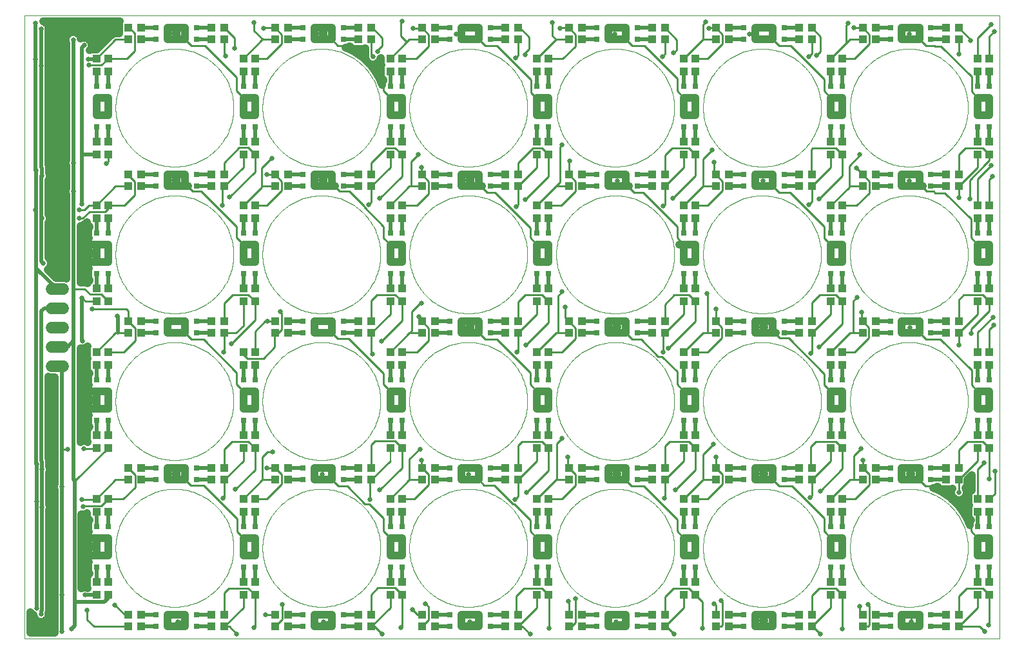
<source format=gtl>
G75*
%MOIN*%
%OFA0B0*%
%FSLAX25Y25*%
%IPPOS*%
%LPD*%
%AMOC8*
5,1,8,0,0,1.08239X$1,22.5*
%
%ADD10C,0.00000*%
%ADD11R,0.04331X0.03937*%
%ADD12R,0.03150X0.03150*%
%ADD13R,0.03937X0.04331*%
%ADD14C,0.06000*%
%ADD15C,0.04000*%
%ADD16C,0.02000*%
%ADD17C,0.02578*%
%ADD18C,0.01000*%
%ADD19C,0.00700*%
D10*
X0003039Y0010511D02*
X0507488Y0010511D01*
X0507488Y0332952D01*
X0003039Y0332952D01*
X0003039Y0010511D01*
X0050205Y0057361D02*
X0050214Y0058110D01*
X0050242Y0058858D01*
X0050288Y0059606D01*
X0050352Y0060352D01*
X0050434Y0061096D01*
X0050535Y0061838D01*
X0050654Y0062577D01*
X0050791Y0063314D01*
X0050946Y0064046D01*
X0051119Y0064775D01*
X0051310Y0065499D01*
X0051519Y0066218D01*
X0051745Y0066932D01*
X0051989Y0067640D01*
X0052250Y0068342D01*
X0052528Y0069037D01*
X0052823Y0069726D01*
X0053134Y0070407D01*
X0053463Y0071080D01*
X0053808Y0071744D01*
X0054169Y0072400D01*
X0054546Y0073047D01*
X0054939Y0073685D01*
X0055347Y0074313D01*
X0055771Y0074930D01*
X0056210Y0075537D01*
X0056663Y0076133D01*
X0057131Y0076718D01*
X0057613Y0077291D01*
X0058109Y0077852D01*
X0058619Y0078400D01*
X0059142Y0078936D01*
X0059678Y0079459D01*
X0060226Y0079969D01*
X0060787Y0080465D01*
X0061360Y0080947D01*
X0061945Y0081415D01*
X0062541Y0081868D01*
X0063148Y0082307D01*
X0063765Y0082731D01*
X0064393Y0083139D01*
X0065031Y0083532D01*
X0065678Y0083909D01*
X0066334Y0084270D01*
X0066998Y0084615D01*
X0067671Y0084944D01*
X0068352Y0085255D01*
X0069041Y0085550D01*
X0069736Y0085828D01*
X0070438Y0086089D01*
X0071146Y0086333D01*
X0071860Y0086559D01*
X0072579Y0086768D01*
X0073303Y0086959D01*
X0074032Y0087132D01*
X0074764Y0087287D01*
X0075501Y0087424D01*
X0076240Y0087543D01*
X0076982Y0087644D01*
X0077726Y0087726D01*
X0078472Y0087790D01*
X0079220Y0087836D01*
X0079968Y0087864D01*
X0080717Y0087873D01*
X0081466Y0087864D01*
X0082214Y0087836D01*
X0082962Y0087790D01*
X0083708Y0087726D01*
X0084452Y0087644D01*
X0085194Y0087543D01*
X0085933Y0087424D01*
X0086670Y0087287D01*
X0087402Y0087132D01*
X0088131Y0086959D01*
X0088855Y0086768D01*
X0089574Y0086559D01*
X0090288Y0086333D01*
X0090996Y0086089D01*
X0091698Y0085828D01*
X0092393Y0085550D01*
X0093082Y0085255D01*
X0093763Y0084944D01*
X0094436Y0084615D01*
X0095100Y0084270D01*
X0095756Y0083909D01*
X0096403Y0083532D01*
X0097041Y0083139D01*
X0097669Y0082731D01*
X0098286Y0082307D01*
X0098893Y0081868D01*
X0099489Y0081415D01*
X0100074Y0080947D01*
X0100647Y0080465D01*
X0101208Y0079969D01*
X0101756Y0079459D01*
X0102292Y0078936D01*
X0102815Y0078400D01*
X0103325Y0077852D01*
X0103821Y0077291D01*
X0104303Y0076718D01*
X0104771Y0076133D01*
X0105224Y0075537D01*
X0105663Y0074930D01*
X0106087Y0074313D01*
X0106495Y0073685D01*
X0106888Y0073047D01*
X0107265Y0072400D01*
X0107626Y0071744D01*
X0107971Y0071080D01*
X0108300Y0070407D01*
X0108611Y0069726D01*
X0108906Y0069037D01*
X0109184Y0068342D01*
X0109445Y0067640D01*
X0109689Y0066932D01*
X0109915Y0066218D01*
X0110124Y0065499D01*
X0110315Y0064775D01*
X0110488Y0064046D01*
X0110643Y0063314D01*
X0110780Y0062577D01*
X0110899Y0061838D01*
X0111000Y0061096D01*
X0111082Y0060352D01*
X0111146Y0059606D01*
X0111192Y0058858D01*
X0111220Y0058110D01*
X0111229Y0057361D01*
X0111220Y0056612D01*
X0111192Y0055864D01*
X0111146Y0055116D01*
X0111082Y0054370D01*
X0111000Y0053626D01*
X0110899Y0052884D01*
X0110780Y0052145D01*
X0110643Y0051408D01*
X0110488Y0050676D01*
X0110315Y0049947D01*
X0110124Y0049223D01*
X0109915Y0048504D01*
X0109689Y0047790D01*
X0109445Y0047082D01*
X0109184Y0046380D01*
X0108906Y0045685D01*
X0108611Y0044996D01*
X0108300Y0044315D01*
X0107971Y0043642D01*
X0107626Y0042978D01*
X0107265Y0042322D01*
X0106888Y0041675D01*
X0106495Y0041037D01*
X0106087Y0040409D01*
X0105663Y0039792D01*
X0105224Y0039185D01*
X0104771Y0038589D01*
X0104303Y0038004D01*
X0103821Y0037431D01*
X0103325Y0036870D01*
X0102815Y0036322D01*
X0102292Y0035786D01*
X0101756Y0035263D01*
X0101208Y0034753D01*
X0100647Y0034257D01*
X0100074Y0033775D01*
X0099489Y0033307D01*
X0098893Y0032854D01*
X0098286Y0032415D01*
X0097669Y0031991D01*
X0097041Y0031583D01*
X0096403Y0031190D01*
X0095756Y0030813D01*
X0095100Y0030452D01*
X0094436Y0030107D01*
X0093763Y0029778D01*
X0093082Y0029467D01*
X0092393Y0029172D01*
X0091698Y0028894D01*
X0090996Y0028633D01*
X0090288Y0028389D01*
X0089574Y0028163D01*
X0088855Y0027954D01*
X0088131Y0027763D01*
X0087402Y0027590D01*
X0086670Y0027435D01*
X0085933Y0027298D01*
X0085194Y0027179D01*
X0084452Y0027078D01*
X0083708Y0026996D01*
X0082962Y0026932D01*
X0082214Y0026886D01*
X0081466Y0026858D01*
X0080717Y0026849D01*
X0079968Y0026858D01*
X0079220Y0026886D01*
X0078472Y0026932D01*
X0077726Y0026996D01*
X0076982Y0027078D01*
X0076240Y0027179D01*
X0075501Y0027298D01*
X0074764Y0027435D01*
X0074032Y0027590D01*
X0073303Y0027763D01*
X0072579Y0027954D01*
X0071860Y0028163D01*
X0071146Y0028389D01*
X0070438Y0028633D01*
X0069736Y0028894D01*
X0069041Y0029172D01*
X0068352Y0029467D01*
X0067671Y0029778D01*
X0066998Y0030107D01*
X0066334Y0030452D01*
X0065678Y0030813D01*
X0065031Y0031190D01*
X0064393Y0031583D01*
X0063765Y0031991D01*
X0063148Y0032415D01*
X0062541Y0032854D01*
X0061945Y0033307D01*
X0061360Y0033775D01*
X0060787Y0034257D01*
X0060226Y0034753D01*
X0059678Y0035263D01*
X0059142Y0035786D01*
X0058619Y0036322D01*
X0058109Y0036870D01*
X0057613Y0037431D01*
X0057131Y0038004D01*
X0056663Y0038589D01*
X0056210Y0039185D01*
X0055771Y0039792D01*
X0055347Y0040409D01*
X0054939Y0041037D01*
X0054546Y0041675D01*
X0054169Y0042322D01*
X0053808Y0042978D01*
X0053463Y0043642D01*
X0053134Y0044315D01*
X0052823Y0044996D01*
X0052528Y0045685D01*
X0052250Y0046380D01*
X0051989Y0047082D01*
X0051745Y0047790D01*
X0051519Y0048504D01*
X0051310Y0049223D01*
X0051119Y0049947D01*
X0050946Y0050676D01*
X0050791Y0051408D01*
X0050654Y0052145D01*
X0050535Y0052884D01*
X0050434Y0053626D01*
X0050352Y0054370D01*
X0050288Y0055116D01*
X0050242Y0055864D01*
X0050214Y0056612D01*
X0050205Y0057361D01*
X0126189Y0057361D02*
X0126198Y0058110D01*
X0126226Y0058858D01*
X0126272Y0059606D01*
X0126336Y0060352D01*
X0126418Y0061096D01*
X0126519Y0061838D01*
X0126638Y0062577D01*
X0126775Y0063314D01*
X0126930Y0064046D01*
X0127103Y0064775D01*
X0127294Y0065499D01*
X0127503Y0066218D01*
X0127729Y0066932D01*
X0127973Y0067640D01*
X0128234Y0068342D01*
X0128512Y0069037D01*
X0128807Y0069726D01*
X0129118Y0070407D01*
X0129447Y0071080D01*
X0129792Y0071744D01*
X0130153Y0072400D01*
X0130530Y0073047D01*
X0130923Y0073685D01*
X0131331Y0074313D01*
X0131755Y0074930D01*
X0132194Y0075537D01*
X0132647Y0076133D01*
X0133115Y0076718D01*
X0133597Y0077291D01*
X0134093Y0077852D01*
X0134603Y0078400D01*
X0135126Y0078936D01*
X0135662Y0079459D01*
X0136210Y0079969D01*
X0136771Y0080465D01*
X0137344Y0080947D01*
X0137929Y0081415D01*
X0138525Y0081868D01*
X0139132Y0082307D01*
X0139749Y0082731D01*
X0140377Y0083139D01*
X0141015Y0083532D01*
X0141662Y0083909D01*
X0142318Y0084270D01*
X0142982Y0084615D01*
X0143655Y0084944D01*
X0144336Y0085255D01*
X0145025Y0085550D01*
X0145720Y0085828D01*
X0146422Y0086089D01*
X0147130Y0086333D01*
X0147844Y0086559D01*
X0148563Y0086768D01*
X0149287Y0086959D01*
X0150016Y0087132D01*
X0150748Y0087287D01*
X0151485Y0087424D01*
X0152224Y0087543D01*
X0152966Y0087644D01*
X0153710Y0087726D01*
X0154456Y0087790D01*
X0155204Y0087836D01*
X0155952Y0087864D01*
X0156701Y0087873D01*
X0157450Y0087864D01*
X0158198Y0087836D01*
X0158946Y0087790D01*
X0159692Y0087726D01*
X0160436Y0087644D01*
X0161178Y0087543D01*
X0161917Y0087424D01*
X0162654Y0087287D01*
X0163386Y0087132D01*
X0164115Y0086959D01*
X0164839Y0086768D01*
X0165558Y0086559D01*
X0166272Y0086333D01*
X0166980Y0086089D01*
X0167682Y0085828D01*
X0168377Y0085550D01*
X0169066Y0085255D01*
X0169747Y0084944D01*
X0170420Y0084615D01*
X0171084Y0084270D01*
X0171740Y0083909D01*
X0172387Y0083532D01*
X0173025Y0083139D01*
X0173653Y0082731D01*
X0174270Y0082307D01*
X0174877Y0081868D01*
X0175473Y0081415D01*
X0176058Y0080947D01*
X0176631Y0080465D01*
X0177192Y0079969D01*
X0177740Y0079459D01*
X0178276Y0078936D01*
X0178799Y0078400D01*
X0179309Y0077852D01*
X0179805Y0077291D01*
X0180287Y0076718D01*
X0180755Y0076133D01*
X0181208Y0075537D01*
X0181647Y0074930D01*
X0182071Y0074313D01*
X0182479Y0073685D01*
X0182872Y0073047D01*
X0183249Y0072400D01*
X0183610Y0071744D01*
X0183955Y0071080D01*
X0184284Y0070407D01*
X0184595Y0069726D01*
X0184890Y0069037D01*
X0185168Y0068342D01*
X0185429Y0067640D01*
X0185673Y0066932D01*
X0185899Y0066218D01*
X0186108Y0065499D01*
X0186299Y0064775D01*
X0186472Y0064046D01*
X0186627Y0063314D01*
X0186764Y0062577D01*
X0186883Y0061838D01*
X0186984Y0061096D01*
X0187066Y0060352D01*
X0187130Y0059606D01*
X0187176Y0058858D01*
X0187204Y0058110D01*
X0187213Y0057361D01*
X0187204Y0056612D01*
X0187176Y0055864D01*
X0187130Y0055116D01*
X0187066Y0054370D01*
X0186984Y0053626D01*
X0186883Y0052884D01*
X0186764Y0052145D01*
X0186627Y0051408D01*
X0186472Y0050676D01*
X0186299Y0049947D01*
X0186108Y0049223D01*
X0185899Y0048504D01*
X0185673Y0047790D01*
X0185429Y0047082D01*
X0185168Y0046380D01*
X0184890Y0045685D01*
X0184595Y0044996D01*
X0184284Y0044315D01*
X0183955Y0043642D01*
X0183610Y0042978D01*
X0183249Y0042322D01*
X0182872Y0041675D01*
X0182479Y0041037D01*
X0182071Y0040409D01*
X0181647Y0039792D01*
X0181208Y0039185D01*
X0180755Y0038589D01*
X0180287Y0038004D01*
X0179805Y0037431D01*
X0179309Y0036870D01*
X0178799Y0036322D01*
X0178276Y0035786D01*
X0177740Y0035263D01*
X0177192Y0034753D01*
X0176631Y0034257D01*
X0176058Y0033775D01*
X0175473Y0033307D01*
X0174877Y0032854D01*
X0174270Y0032415D01*
X0173653Y0031991D01*
X0173025Y0031583D01*
X0172387Y0031190D01*
X0171740Y0030813D01*
X0171084Y0030452D01*
X0170420Y0030107D01*
X0169747Y0029778D01*
X0169066Y0029467D01*
X0168377Y0029172D01*
X0167682Y0028894D01*
X0166980Y0028633D01*
X0166272Y0028389D01*
X0165558Y0028163D01*
X0164839Y0027954D01*
X0164115Y0027763D01*
X0163386Y0027590D01*
X0162654Y0027435D01*
X0161917Y0027298D01*
X0161178Y0027179D01*
X0160436Y0027078D01*
X0159692Y0026996D01*
X0158946Y0026932D01*
X0158198Y0026886D01*
X0157450Y0026858D01*
X0156701Y0026849D01*
X0155952Y0026858D01*
X0155204Y0026886D01*
X0154456Y0026932D01*
X0153710Y0026996D01*
X0152966Y0027078D01*
X0152224Y0027179D01*
X0151485Y0027298D01*
X0150748Y0027435D01*
X0150016Y0027590D01*
X0149287Y0027763D01*
X0148563Y0027954D01*
X0147844Y0028163D01*
X0147130Y0028389D01*
X0146422Y0028633D01*
X0145720Y0028894D01*
X0145025Y0029172D01*
X0144336Y0029467D01*
X0143655Y0029778D01*
X0142982Y0030107D01*
X0142318Y0030452D01*
X0141662Y0030813D01*
X0141015Y0031190D01*
X0140377Y0031583D01*
X0139749Y0031991D01*
X0139132Y0032415D01*
X0138525Y0032854D01*
X0137929Y0033307D01*
X0137344Y0033775D01*
X0136771Y0034257D01*
X0136210Y0034753D01*
X0135662Y0035263D01*
X0135126Y0035786D01*
X0134603Y0036322D01*
X0134093Y0036870D01*
X0133597Y0037431D01*
X0133115Y0038004D01*
X0132647Y0038589D01*
X0132194Y0039185D01*
X0131755Y0039792D01*
X0131331Y0040409D01*
X0130923Y0041037D01*
X0130530Y0041675D01*
X0130153Y0042322D01*
X0129792Y0042978D01*
X0129447Y0043642D01*
X0129118Y0044315D01*
X0128807Y0044996D01*
X0128512Y0045685D01*
X0128234Y0046380D01*
X0127973Y0047082D01*
X0127729Y0047790D01*
X0127503Y0048504D01*
X0127294Y0049223D01*
X0127103Y0049947D01*
X0126930Y0050676D01*
X0126775Y0051408D01*
X0126638Y0052145D01*
X0126519Y0052884D01*
X0126418Y0053626D01*
X0126336Y0054370D01*
X0126272Y0055116D01*
X0126226Y0055864D01*
X0126198Y0056612D01*
X0126189Y0057361D01*
X0202173Y0057361D02*
X0202182Y0058110D01*
X0202210Y0058858D01*
X0202256Y0059606D01*
X0202320Y0060352D01*
X0202402Y0061096D01*
X0202503Y0061838D01*
X0202622Y0062577D01*
X0202759Y0063314D01*
X0202914Y0064046D01*
X0203087Y0064775D01*
X0203278Y0065499D01*
X0203487Y0066218D01*
X0203713Y0066932D01*
X0203957Y0067640D01*
X0204218Y0068342D01*
X0204496Y0069037D01*
X0204791Y0069726D01*
X0205102Y0070407D01*
X0205431Y0071080D01*
X0205776Y0071744D01*
X0206137Y0072400D01*
X0206514Y0073047D01*
X0206907Y0073685D01*
X0207315Y0074313D01*
X0207739Y0074930D01*
X0208178Y0075537D01*
X0208631Y0076133D01*
X0209099Y0076718D01*
X0209581Y0077291D01*
X0210077Y0077852D01*
X0210587Y0078400D01*
X0211110Y0078936D01*
X0211646Y0079459D01*
X0212194Y0079969D01*
X0212755Y0080465D01*
X0213328Y0080947D01*
X0213913Y0081415D01*
X0214509Y0081868D01*
X0215116Y0082307D01*
X0215733Y0082731D01*
X0216361Y0083139D01*
X0216999Y0083532D01*
X0217646Y0083909D01*
X0218302Y0084270D01*
X0218966Y0084615D01*
X0219639Y0084944D01*
X0220320Y0085255D01*
X0221009Y0085550D01*
X0221704Y0085828D01*
X0222406Y0086089D01*
X0223114Y0086333D01*
X0223828Y0086559D01*
X0224547Y0086768D01*
X0225271Y0086959D01*
X0226000Y0087132D01*
X0226732Y0087287D01*
X0227469Y0087424D01*
X0228208Y0087543D01*
X0228950Y0087644D01*
X0229694Y0087726D01*
X0230440Y0087790D01*
X0231188Y0087836D01*
X0231936Y0087864D01*
X0232685Y0087873D01*
X0233434Y0087864D01*
X0234182Y0087836D01*
X0234930Y0087790D01*
X0235676Y0087726D01*
X0236420Y0087644D01*
X0237162Y0087543D01*
X0237901Y0087424D01*
X0238638Y0087287D01*
X0239370Y0087132D01*
X0240099Y0086959D01*
X0240823Y0086768D01*
X0241542Y0086559D01*
X0242256Y0086333D01*
X0242964Y0086089D01*
X0243666Y0085828D01*
X0244361Y0085550D01*
X0245050Y0085255D01*
X0245731Y0084944D01*
X0246404Y0084615D01*
X0247068Y0084270D01*
X0247724Y0083909D01*
X0248371Y0083532D01*
X0249009Y0083139D01*
X0249637Y0082731D01*
X0250254Y0082307D01*
X0250861Y0081868D01*
X0251457Y0081415D01*
X0252042Y0080947D01*
X0252615Y0080465D01*
X0253176Y0079969D01*
X0253724Y0079459D01*
X0254260Y0078936D01*
X0254783Y0078400D01*
X0255293Y0077852D01*
X0255789Y0077291D01*
X0256271Y0076718D01*
X0256739Y0076133D01*
X0257192Y0075537D01*
X0257631Y0074930D01*
X0258055Y0074313D01*
X0258463Y0073685D01*
X0258856Y0073047D01*
X0259233Y0072400D01*
X0259594Y0071744D01*
X0259939Y0071080D01*
X0260268Y0070407D01*
X0260579Y0069726D01*
X0260874Y0069037D01*
X0261152Y0068342D01*
X0261413Y0067640D01*
X0261657Y0066932D01*
X0261883Y0066218D01*
X0262092Y0065499D01*
X0262283Y0064775D01*
X0262456Y0064046D01*
X0262611Y0063314D01*
X0262748Y0062577D01*
X0262867Y0061838D01*
X0262968Y0061096D01*
X0263050Y0060352D01*
X0263114Y0059606D01*
X0263160Y0058858D01*
X0263188Y0058110D01*
X0263197Y0057361D01*
X0263188Y0056612D01*
X0263160Y0055864D01*
X0263114Y0055116D01*
X0263050Y0054370D01*
X0262968Y0053626D01*
X0262867Y0052884D01*
X0262748Y0052145D01*
X0262611Y0051408D01*
X0262456Y0050676D01*
X0262283Y0049947D01*
X0262092Y0049223D01*
X0261883Y0048504D01*
X0261657Y0047790D01*
X0261413Y0047082D01*
X0261152Y0046380D01*
X0260874Y0045685D01*
X0260579Y0044996D01*
X0260268Y0044315D01*
X0259939Y0043642D01*
X0259594Y0042978D01*
X0259233Y0042322D01*
X0258856Y0041675D01*
X0258463Y0041037D01*
X0258055Y0040409D01*
X0257631Y0039792D01*
X0257192Y0039185D01*
X0256739Y0038589D01*
X0256271Y0038004D01*
X0255789Y0037431D01*
X0255293Y0036870D01*
X0254783Y0036322D01*
X0254260Y0035786D01*
X0253724Y0035263D01*
X0253176Y0034753D01*
X0252615Y0034257D01*
X0252042Y0033775D01*
X0251457Y0033307D01*
X0250861Y0032854D01*
X0250254Y0032415D01*
X0249637Y0031991D01*
X0249009Y0031583D01*
X0248371Y0031190D01*
X0247724Y0030813D01*
X0247068Y0030452D01*
X0246404Y0030107D01*
X0245731Y0029778D01*
X0245050Y0029467D01*
X0244361Y0029172D01*
X0243666Y0028894D01*
X0242964Y0028633D01*
X0242256Y0028389D01*
X0241542Y0028163D01*
X0240823Y0027954D01*
X0240099Y0027763D01*
X0239370Y0027590D01*
X0238638Y0027435D01*
X0237901Y0027298D01*
X0237162Y0027179D01*
X0236420Y0027078D01*
X0235676Y0026996D01*
X0234930Y0026932D01*
X0234182Y0026886D01*
X0233434Y0026858D01*
X0232685Y0026849D01*
X0231936Y0026858D01*
X0231188Y0026886D01*
X0230440Y0026932D01*
X0229694Y0026996D01*
X0228950Y0027078D01*
X0228208Y0027179D01*
X0227469Y0027298D01*
X0226732Y0027435D01*
X0226000Y0027590D01*
X0225271Y0027763D01*
X0224547Y0027954D01*
X0223828Y0028163D01*
X0223114Y0028389D01*
X0222406Y0028633D01*
X0221704Y0028894D01*
X0221009Y0029172D01*
X0220320Y0029467D01*
X0219639Y0029778D01*
X0218966Y0030107D01*
X0218302Y0030452D01*
X0217646Y0030813D01*
X0216999Y0031190D01*
X0216361Y0031583D01*
X0215733Y0031991D01*
X0215116Y0032415D01*
X0214509Y0032854D01*
X0213913Y0033307D01*
X0213328Y0033775D01*
X0212755Y0034257D01*
X0212194Y0034753D01*
X0211646Y0035263D01*
X0211110Y0035786D01*
X0210587Y0036322D01*
X0210077Y0036870D01*
X0209581Y0037431D01*
X0209099Y0038004D01*
X0208631Y0038589D01*
X0208178Y0039185D01*
X0207739Y0039792D01*
X0207315Y0040409D01*
X0206907Y0041037D01*
X0206514Y0041675D01*
X0206137Y0042322D01*
X0205776Y0042978D01*
X0205431Y0043642D01*
X0205102Y0044315D01*
X0204791Y0044996D01*
X0204496Y0045685D01*
X0204218Y0046380D01*
X0203957Y0047082D01*
X0203713Y0047790D01*
X0203487Y0048504D01*
X0203278Y0049223D01*
X0203087Y0049947D01*
X0202914Y0050676D01*
X0202759Y0051408D01*
X0202622Y0052145D01*
X0202503Y0052884D01*
X0202402Y0053626D01*
X0202320Y0054370D01*
X0202256Y0055116D01*
X0202210Y0055864D01*
X0202182Y0056612D01*
X0202173Y0057361D01*
X0278157Y0057361D02*
X0278166Y0058110D01*
X0278194Y0058858D01*
X0278240Y0059606D01*
X0278304Y0060352D01*
X0278386Y0061096D01*
X0278487Y0061838D01*
X0278606Y0062577D01*
X0278743Y0063314D01*
X0278898Y0064046D01*
X0279071Y0064775D01*
X0279262Y0065499D01*
X0279471Y0066218D01*
X0279697Y0066932D01*
X0279941Y0067640D01*
X0280202Y0068342D01*
X0280480Y0069037D01*
X0280775Y0069726D01*
X0281086Y0070407D01*
X0281415Y0071080D01*
X0281760Y0071744D01*
X0282121Y0072400D01*
X0282498Y0073047D01*
X0282891Y0073685D01*
X0283299Y0074313D01*
X0283723Y0074930D01*
X0284162Y0075537D01*
X0284615Y0076133D01*
X0285083Y0076718D01*
X0285565Y0077291D01*
X0286061Y0077852D01*
X0286571Y0078400D01*
X0287094Y0078936D01*
X0287630Y0079459D01*
X0288178Y0079969D01*
X0288739Y0080465D01*
X0289312Y0080947D01*
X0289897Y0081415D01*
X0290493Y0081868D01*
X0291100Y0082307D01*
X0291717Y0082731D01*
X0292345Y0083139D01*
X0292983Y0083532D01*
X0293630Y0083909D01*
X0294286Y0084270D01*
X0294950Y0084615D01*
X0295623Y0084944D01*
X0296304Y0085255D01*
X0296993Y0085550D01*
X0297688Y0085828D01*
X0298390Y0086089D01*
X0299098Y0086333D01*
X0299812Y0086559D01*
X0300531Y0086768D01*
X0301255Y0086959D01*
X0301984Y0087132D01*
X0302716Y0087287D01*
X0303453Y0087424D01*
X0304192Y0087543D01*
X0304934Y0087644D01*
X0305678Y0087726D01*
X0306424Y0087790D01*
X0307172Y0087836D01*
X0307920Y0087864D01*
X0308669Y0087873D01*
X0309418Y0087864D01*
X0310166Y0087836D01*
X0310914Y0087790D01*
X0311660Y0087726D01*
X0312404Y0087644D01*
X0313146Y0087543D01*
X0313885Y0087424D01*
X0314622Y0087287D01*
X0315354Y0087132D01*
X0316083Y0086959D01*
X0316807Y0086768D01*
X0317526Y0086559D01*
X0318240Y0086333D01*
X0318948Y0086089D01*
X0319650Y0085828D01*
X0320345Y0085550D01*
X0321034Y0085255D01*
X0321715Y0084944D01*
X0322388Y0084615D01*
X0323052Y0084270D01*
X0323708Y0083909D01*
X0324355Y0083532D01*
X0324993Y0083139D01*
X0325621Y0082731D01*
X0326238Y0082307D01*
X0326845Y0081868D01*
X0327441Y0081415D01*
X0328026Y0080947D01*
X0328599Y0080465D01*
X0329160Y0079969D01*
X0329708Y0079459D01*
X0330244Y0078936D01*
X0330767Y0078400D01*
X0331277Y0077852D01*
X0331773Y0077291D01*
X0332255Y0076718D01*
X0332723Y0076133D01*
X0333176Y0075537D01*
X0333615Y0074930D01*
X0334039Y0074313D01*
X0334447Y0073685D01*
X0334840Y0073047D01*
X0335217Y0072400D01*
X0335578Y0071744D01*
X0335923Y0071080D01*
X0336252Y0070407D01*
X0336563Y0069726D01*
X0336858Y0069037D01*
X0337136Y0068342D01*
X0337397Y0067640D01*
X0337641Y0066932D01*
X0337867Y0066218D01*
X0338076Y0065499D01*
X0338267Y0064775D01*
X0338440Y0064046D01*
X0338595Y0063314D01*
X0338732Y0062577D01*
X0338851Y0061838D01*
X0338952Y0061096D01*
X0339034Y0060352D01*
X0339098Y0059606D01*
X0339144Y0058858D01*
X0339172Y0058110D01*
X0339181Y0057361D01*
X0339172Y0056612D01*
X0339144Y0055864D01*
X0339098Y0055116D01*
X0339034Y0054370D01*
X0338952Y0053626D01*
X0338851Y0052884D01*
X0338732Y0052145D01*
X0338595Y0051408D01*
X0338440Y0050676D01*
X0338267Y0049947D01*
X0338076Y0049223D01*
X0337867Y0048504D01*
X0337641Y0047790D01*
X0337397Y0047082D01*
X0337136Y0046380D01*
X0336858Y0045685D01*
X0336563Y0044996D01*
X0336252Y0044315D01*
X0335923Y0043642D01*
X0335578Y0042978D01*
X0335217Y0042322D01*
X0334840Y0041675D01*
X0334447Y0041037D01*
X0334039Y0040409D01*
X0333615Y0039792D01*
X0333176Y0039185D01*
X0332723Y0038589D01*
X0332255Y0038004D01*
X0331773Y0037431D01*
X0331277Y0036870D01*
X0330767Y0036322D01*
X0330244Y0035786D01*
X0329708Y0035263D01*
X0329160Y0034753D01*
X0328599Y0034257D01*
X0328026Y0033775D01*
X0327441Y0033307D01*
X0326845Y0032854D01*
X0326238Y0032415D01*
X0325621Y0031991D01*
X0324993Y0031583D01*
X0324355Y0031190D01*
X0323708Y0030813D01*
X0323052Y0030452D01*
X0322388Y0030107D01*
X0321715Y0029778D01*
X0321034Y0029467D01*
X0320345Y0029172D01*
X0319650Y0028894D01*
X0318948Y0028633D01*
X0318240Y0028389D01*
X0317526Y0028163D01*
X0316807Y0027954D01*
X0316083Y0027763D01*
X0315354Y0027590D01*
X0314622Y0027435D01*
X0313885Y0027298D01*
X0313146Y0027179D01*
X0312404Y0027078D01*
X0311660Y0026996D01*
X0310914Y0026932D01*
X0310166Y0026886D01*
X0309418Y0026858D01*
X0308669Y0026849D01*
X0307920Y0026858D01*
X0307172Y0026886D01*
X0306424Y0026932D01*
X0305678Y0026996D01*
X0304934Y0027078D01*
X0304192Y0027179D01*
X0303453Y0027298D01*
X0302716Y0027435D01*
X0301984Y0027590D01*
X0301255Y0027763D01*
X0300531Y0027954D01*
X0299812Y0028163D01*
X0299098Y0028389D01*
X0298390Y0028633D01*
X0297688Y0028894D01*
X0296993Y0029172D01*
X0296304Y0029467D01*
X0295623Y0029778D01*
X0294950Y0030107D01*
X0294286Y0030452D01*
X0293630Y0030813D01*
X0292983Y0031190D01*
X0292345Y0031583D01*
X0291717Y0031991D01*
X0291100Y0032415D01*
X0290493Y0032854D01*
X0289897Y0033307D01*
X0289312Y0033775D01*
X0288739Y0034257D01*
X0288178Y0034753D01*
X0287630Y0035263D01*
X0287094Y0035786D01*
X0286571Y0036322D01*
X0286061Y0036870D01*
X0285565Y0037431D01*
X0285083Y0038004D01*
X0284615Y0038589D01*
X0284162Y0039185D01*
X0283723Y0039792D01*
X0283299Y0040409D01*
X0282891Y0041037D01*
X0282498Y0041675D01*
X0282121Y0042322D01*
X0281760Y0042978D01*
X0281415Y0043642D01*
X0281086Y0044315D01*
X0280775Y0044996D01*
X0280480Y0045685D01*
X0280202Y0046380D01*
X0279941Y0047082D01*
X0279697Y0047790D01*
X0279471Y0048504D01*
X0279262Y0049223D01*
X0279071Y0049947D01*
X0278898Y0050676D01*
X0278743Y0051408D01*
X0278606Y0052145D01*
X0278487Y0052884D01*
X0278386Y0053626D01*
X0278304Y0054370D01*
X0278240Y0055116D01*
X0278194Y0055864D01*
X0278166Y0056612D01*
X0278157Y0057361D01*
X0354142Y0057361D02*
X0354151Y0058110D01*
X0354179Y0058858D01*
X0354225Y0059606D01*
X0354289Y0060352D01*
X0354371Y0061096D01*
X0354472Y0061838D01*
X0354591Y0062577D01*
X0354728Y0063314D01*
X0354883Y0064046D01*
X0355056Y0064775D01*
X0355247Y0065499D01*
X0355456Y0066218D01*
X0355682Y0066932D01*
X0355926Y0067640D01*
X0356187Y0068342D01*
X0356465Y0069037D01*
X0356760Y0069726D01*
X0357071Y0070407D01*
X0357400Y0071080D01*
X0357745Y0071744D01*
X0358106Y0072400D01*
X0358483Y0073047D01*
X0358876Y0073685D01*
X0359284Y0074313D01*
X0359708Y0074930D01*
X0360147Y0075537D01*
X0360600Y0076133D01*
X0361068Y0076718D01*
X0361550Y0077291D01*
X0362046Y0077852D01*
X0362556Y0078400D01*
X0363079Y0078936D01*
X0363615Y0079459D01*
X0364163Y0079969D01*
X0364724Y0080465D01*
X0365297Y0080947D01*
X0365882Y0081415D01*
X0366478Y0081868D01*
X0367085Y0082307D01*
X0367702Y0082731D01*
X0368330Y0083139D01*
X0368968Y0083532D01*
X0369615Y0083909D01*
X0370271Y0084270D01*
X0370935Y0084615D01*
X0371608Y0084944D01*
X0372289Y0085255D01*
X0372978Y0085550D01*
X0373673Y0085828D01*
X0374375Y0086089D01*
X0375083Y0086333D01*
X0375797Y0086559D01*
X0376516Y0086768D01*
X0377240Y0086959D01*
X0377969Y0087132D01*
X0378701Y0087287D01*
X0379438Y0087424D01*
X0380177Y0087543D01*
X0380919Y0087644D01*
X0381663Y0087726D01*
X0382409Y0087790D01*
X0383157Y0087836D01*
X0383905Y0087864D01*
X0384654Y0087873D01*
X0385403Y0087864D01*
X0386151Y0087836D01*
X0386899Y0087790D01*
X0387645Y0087726D01*
X0388389Y0087644D01*
X0389131Y0087543D01*
X0389870Y0087424D01*
X0390607Y0087287D01*
X0391339Y0087132D01*
X0392068Y0086959D01*
X0392792Y0086768D01*
X0393511Y0086559D01*
X0394225Y0086333D01*
X0394933Y0086089D01*
X0395635Y0085828D01*
X0396330Y0085550D01*
X0397019Y0085255D01*
X0397700Y0084944D01*
X0398373Y0084615D01*
X0399037Y0084270D01*
X0399693Y0083909D01*
X0400340Y0083532D01*
X0400978Y0083139D01*
X0401606Y0082731D01*
X0402223Y0082307D01*
X0402830Y0081868D01*
X0403426Y0081415D01*
X0404011Y0080947D01*
X0404584Y0080465D01*
X0405145Y0079969D01*
X0405693Y0079459D01*
X0406229Y0078936D01*
X0406752Y0078400D01*
X0407262Y0077852D01*
X0407758Y0077291D01*
X0408240Y0076718D01*
X0408708Y0076133D01*
X0409161Y0075537D01*
X0409600Y0074930D01*
X0410024Y0074313D01*
X0410432Y0073685D01*
X0410825Y0073047D01*
X0411202Y0072400D01*
X0411563Y0071744D01*
X0411908Y0071080D01*
X0412237Y0070407D01*
X0412548Y0069726D01*
X0412843Y0069037D01*
X0413121Y0068342D01*
X0413382Y0067640D01*
X0413626Y0066932D01*
X0413852Y0066218D01*
X0414061Y0065499D01*
X0414252Y0064775D01*
X0414425Y0064046D01*
X0414580Y0063314D01*
X0414717Y0062577D01*
X0414836Y0061838D01*
X0414937Y0061096D01*
X0415019Y0060352D01*
X0415083Y0059606D01*
X0415129Y0058858D01*
X0415157Y0058110D01*
X0415166Y0057361D01*
X0415157Y0056612D01*
X0415129Y0055864D01*
X0415083Y0055116D01*
X0415019Y0054370D01*
X0414937Y0053626D01*
X0414836Y0052884D01*
X0414717Y0052145D01*
X0414580Y0051408D01*
X0414425Y0050676D01*
X0414252Y0049947D01*
X0414061Y0049223D01*
X0413852Y0048504D01*
X0413626Y0047790D01*
X0413382Y0047082D01*
X0413121Y0046380D01*
X0412843Y0045685D01*
X0412548Y0044996D01*
X0412237Y0044315D01*
X0411908Y0043642D01*
X0411563Y0042978D01*
X0411202Y0042322D01*
X0410825Y0041675D01*
X0410432Y0041037D01*
X0410024Y0040409D01*
X0409600Y0039792D01*
X0409161Y0039185D01*
X0408708Y0038589D01*
X0408240Y0038004D01*
X0407758Y0037431D01*
X0407262Y0036870D01*
X0406752Y0036322D01*
X0406229Y0035786D01*
X0405693Y0035263D01*
X0405145Y0034753D01*
X0404584Y0034257D01*
X0404011Y0033775D01*
X0403426Y0033307D01*
X0402830Y0032854D01*
X0402223Y0032415D01*
X0401606Y0031991D01*
X0400978Y0031583D01*
X0400340Y0031190D01*
X0399693Y0030813D01*
X0399037Y0030452D01*
X0398373Y0030107D01*
X0397700Y0029778D01*
X0397019Y0029467D01*
X0396330Y0029172D01*
X0395635Y0028894D01*
X0394933Y0028633D01*
X0394225Y0028389D01*
X0393511Y0028163D01*
X0392792Y0027954D01*
X0392068Y0027763D01*
X0391339Y0027590D01*
X0390607Y0027435D01*
X0389870Y0027298D01*
X0389131Y0027179D01*
X0388389Y0027078D01*
X0387645Y0026996D01*
X0386899Y0026932D01*
X0386151Y0026886D01*
X0385403Y0026858D01*
X0384654Y0026849D01*
X0383905Y0026858D01*
X0383157Y0026886D01*
X0382409Y0026932D01*
X0381663Y0026996D01*
X0380919Y0027078D01*
X0380177Y0027179D01*
X0379438Y0027298D01*
X0378701Y0027435D01*
X0377969Y0027590D01*
X0377240Y0027763D01*
X0376516Y0027954D01*
X0375797Y0028163D01*
X0375083Y0028389D01*
X0374375Y0028633D01*
X0373673Y0028894D01*
X0372978Y0029172D01*
X0372289Y0029467D01*
X0371608Y0029778D01*
X0370935Y0030107D01*
X0370271Y0030452D01*
X0369615Y0030813D01*
X0368968Y0031190D01*
X0368330Y0031583D01*
X0367702Y0031991D01*
X0367085Y0032415D01*
X0366478Y0032854D01*
X0365882Y0033307D01*
X0365297Y0033775D01*
X0364724Y0034257D01*
X0364163Y0034753D01*
X0363615Y0035263D01*
X0363079Y0035786D01*
X0362556Y0036322D01*
X0362046Y0036870D01*
X0361550Y0037431D01*
X0361068Y0038004D01*
X0360600Y0038589D01*
X0360147Y0039185D01*
X0359708Y0039792D01*
X0359284Y0040409D01*
X0358876Y0041037D01*
X0358483Y0041675D01*
X0358106Y0042322D01*
X0357745Y0042978D01*
X0357400Y0043642D01*
X0357071Y0044315D01*
X0356760Y0044996D01*
X0356465Y0045685D01*
X0356187Y0046380D01*
X0355926Y0047082D01*
X0355682Y0047790D01*
X0355456Y0048504D01*
X0355247Y0049223D01*
X0355056Y0049947D01*
X0354883Y0050676D01*
X0354728Y0051408D01*
X0354591Y0052145D01*
X0354472Y0052884D01*
X0354371Y0053626D01*
X0354289Y0054370D01*
X0354225Y0055116D01*
X0354179Y0055864D01*
X0354151Y0056612D01*
X0354142Y0057361D01*
X0430126Y0057361D02*
X0430135Y0058110D01*
X0430163Y0058858D01*
X0430209Y0059606D01*
X0430273Y0060352D01*
X0430355Y0061096D01*
X0430456Y0061838D01*
X0430575Y0062577D01*
X0430712Y0063314D01*
X0430867Y0064046D01*
X0431040Y0064775D01*
X0431231Y0065499D01*
X0431440Y0066218D01*
X0431666Y0066932D01*
X0431910Y0067640D01*
X0432171Y0068342D01*
X0432449Y0069037D01*
X0432744Y0069726D01*
X0433055Y0070407D01*
X0433384Y0071080D01*
X0433729Y0071744D01*
X0434090Y0072400D01*
X0434467Y0073047D01*
X0434860Y0073685D01*
X0435268Y0074313D01*
X0435692Y0074930D01*
X0436131Y0075537D01*
X0436584Y0076133D01*
X0437052Y0076718D01*
X0437534Y0077291D01*
X0438030Y0077852D01*
X0438540Y0078400D01*
X0439063Y0078936D01*
X0439599Y0079459D01*
X0440147Y0079969D01*
X0440708Y0080465D01*
X0441281Y0080947D01*
X0441866Y0081415D01*
X0442462Y0081868D01*
X0443069Y0082307D01*
X0443686Y0082731D01*
X0444314Y0083139D01*
X0444952Y0083532D01*
X0445599Y0083909D01*
X0446255Y0084270D01*
X0446919Y0084615D01*
X0447592Y0084944D01*
X0448273Y0085255D01*
X0448962Y0085550D01*
X0449657Y0085828D01*
X0450359Y0086089D01*
X0451067Y0086333D01*
X0451781Y0086559D01*
X0452500Y0086768D01*
X0453224Y0086959D01*
X0453953Y0087132D01*
X0454685Y0087287D01*
X0455422Y0087424D01*
X0456161Y0087543D01*
X0456903Y0087644D01*
X0457647Y0087726D01*
X0458393Y0087790D01*
X0459141Y0087836D01*
X0459889Y0087864D01*
X0460638Y0087873D01*
X0461387Y0087864D01*
X0462135Y0087836D01*
X0462883Y0087790D01*
X0463629Y0087726D01*
X0464373Y0087644D01*
X0465115Y0087543D01*
X0465854Y0087424D01*
X0466591Y0087287D01*
X0467323Y0087132D01*
X0468052Y0086959D01*
X0468776Y0086768D01*
X0469495Y0086559D01*
X0470209Y0086333D01*
X0470917Y0086089D01*
X0471619Y0085828D01*
X0472314Y0085550D01*
X0473003Y0085255D01*
X0473684Y0084944D01*
X0474357Y0084615D01*
X0475021Y0084270D01*
X0475677Y0083909D01*
X0476324Y0083532D01*
X0476962Y0083139D01*
X0477590Y0082731D01*
X0478207Y0082307D01*
X0478814Y0081868D01*
X0479410Y0081415D01*
X0479995Y0080947D01*
X0480568Y0080465D01*
X0481129Y0079969D01*
X0481677Y0079459D01*
X0482213Y0078936D01*
X0482736Y0078400D01*
X0483246Y0077852D01*
X0483742Y0077291D01*
X0484224Y0076718D01*
X0484692Y0076133D01*
X0485145Y0075537D01*
X0485584Y0074930D01*
X0486008Y0074313D01*
X0486416Y0073685D01*
X0486809Y0073047D01*
X0487186Y0072400D01*
X0487547Y0071744D01*
X0487892Y0071080D01*
X0488221Y0070407D01*
X0488532Y0069726D01*
X0488827Y0069037D01*
X0489105Y0068342D01*
X0489366Y0067640D01*
X0489610Y0066932D01*
X0489836Y0066218D01*
X0490045Y0065499D01*
X0490236Y0064775D01*
X0490409Y0064046D01*
X0490564Y0063314D01*
X0490701Y0062577D01*
X0490820Y0061838D01*
X0490921Y0061096D01*
X0491003Y0060352D01*
X0491067Y0059606D01*
X0491113Y0058858D01*
X0491141Y0058110D01*
X0491150Y0057361D01*
X0491141Y0056612D01*
X0491113Y0055864D01*
X0491067Y0055116D01*
X0491003Y0054370D01*
X0490921Y0053626D01*
X0490820Y0052884D01*
X0490701Y0052145D01*
X0490564Y0051408D01*
X0490409Y0050676D01*
X0490236Y0049947D01*
X0490045Y0049223D01*
X0489836Y0048504D01*
X0489610Y0047790D01*
X0489366Y0047082D01*
X0489105Y0046380D01*
X0488827Y0045685D01*
X0488532Y0044996D01*
X0488221Y0044315D01*
X0487892Y0043642D01*
X0487547Y0042978D01*
X0487186Y0042322D01*
X0486809Y0041675D01*
X0486416Y0041037D01*
X0486008Y0040409D01*
X0485584Y0039792D01*
X0485145Y0039185D01*
X0484692Y0038589D01*
X0484224Y0038004D01*
X0483742Y0037431D01*
X0483246Y0036870D01*
X0482736Y0036322D01*
X0482213Y0035786D01*
X0481677Y0035263D01*
X0481129Y0034753D01*
X0480568Y0034257D01*
X0479995Y0033775D01*
X0479410Y0033307D01*
X0478814Y0032854D01*
X0478207Y0032415D01*
X0477590Y0031991D01*
X0476962Y0031583D01*
X0476324Y0031190D01*
X0475677Y0030813D01*
X0475021Y0030452D01*
X0474357Y0030107D01*
X0473684Y0029778D01*
X0473003Y0029467D01*
X0472314Y0029172D01*
X0471619Y0028894D01*
X0470917Y0028633D01*
X0470209Y0028389D01*
X0469495Y0028163D01*
X0468776Y0027954D01*
X0468052Y0027763D01*
X0467323Y0027590D01*
X0466591Y0027435D01*
X0465854Y0027298D01*
X0465115Y0027179D01*
X0464373Y0027078D01*
X0463629Y0026996D01*
X0462883Y0026932D01*
X0462135Y0026886D01*
X0461387Y0026858D01*
X0460638Y0026849D01*
X0459889Y0026858D01*
X0459141Y0026886D01*
X0458393Y0026932D01*
X0457647Y0026996D01*
X0456903Y0027078D01*
X0456161Y0027179D01*
X0455422Y0027298D01*
X0454685Y0027435D01*
X0453953Y0027590D01*
X0453224Y0027763D01*
X0452500Y0027954D01*
X0451781Y0028163D01*
X0451067Y0028389D01*
X0450359Y0028633D01*
X0449657Y0028894D01*
X0448962Y0029172D01*
X0448273Y0029467D01*
X0447592Y0029778D01*
X0446919Y0030107D01*
X0446255Y0030452D01*
X0445599Y0030813D01*
X0444952Y0031190D01*
X0444314Y0031583D01*
X0443686Y0031991D01*
X0443069Y0032415D01*
X0442462Y0032854D01*
X0441866Y0033307D01*
X0441281Y0033775D01*
X0440708Y0034257D01*
X0440147Y0034753D01*
X0439599Y0035263D01*
X0439063Y0035786D01*
X0438540Y0036322D01*
X0438030Y0036870D01*
X0437534Y0037431D01*
X0437052Y0038004D01*
X0436584Y0038589D01*
X0436131Y0039185D01*
X0435692Y0039792D01*
X0435268Y0040409D01*
X0434860Y0041037D01*
X0434467Y0041675D01*
X0434090Y0042322D01*
X0433729Y0042978D01*
X0433384Y0043642D01*
X0433055Y0044315D01*
X0432744Y0044996D01*
X0432449Y0045685D01*
X0432171Y0046380D01*
X0431910Y0047082D01*
X0431666Y0047790D01*
X0431440Y0048504D01*
X0431231Y0049223D01*
X0431040Y0049947D01*
X0430867Y0050676D01*
X0430712Y0051408D01*
X0430575Y0052145D01*
X0430456Y0052884D01*
X0430355Y0053626D01*
X0430273Y0054370D01*
X0430209Y0055116D01*
X0430163Y0055864D01*
X0430135Y0056612D01*
X0430126Y0057361D01*
X0430126Y0133346D02*
X0430135Y0134095D01*
X0430163Y0134843D01*
X0430209Y0135591D01*
X0430273Y0136337D01*
X0430355Y0137081D01*
X0430456Y0137823D01*
X0430575Y0138562D01*
X0430712Y0139299D01*
X0430867Y0140031D01*
X0431040Y0140760D01*
X0431231Y0141484D01*
X0431440Y0142203D01*
X0431666Y0142917D01*
X0431910Y0143625D01*
X0432171Y0144327D01*
X0432449Y0145022D01*
X0432744Y0145711D01*
X0433055Y0146392D01*
X0433384Y0147065D01*
X0433729Y0147729D01*
X0434090Y0148385D01*
X0434467Y0149032D01*
X0434860Y0149670D01*
X0435268Y0150298D01*
X0435692Y0150915D01*
X0436131Y0151522D01*
X0436584Y0152118D01*
X0437052Y0152703D01*
X0437534Y0153276D01*
X0438030Y0153837D01*
X0438540Y0154385D01*
X0439063Y0154921D01*
X0439599Y0155444D01*
X0440147Y0155954D01*
X0440708Y0156450D01*
X0441281Y0156932D01*
X0441866Y0157400D01*
X0442462Y0157853D01*
X0443069Y0158292D01*
X0443686Y0158716D01*
X0444314Y0159124D01*
X0444952Y0159517D01*
X0445599Y0159894D01*
X0446255Y0160255D01*
X0446919Y0160600D01*
X0447592Y0160929D01*
X0448273Y0161240D01*
X0448962Y0161535D01*
X0449657Y0161813D01*
X0450359Y0162074D01*
X0451067Y0162318D01*
X0451781Y0162544D01*
X0452500Y0162753D01*
X0453224Y0162944D01*
X0453953Y0163117D01*
X0454685Y0163272D01*
X0455422Y0163409D01*
X0456161Y0163528D01*
X0456903Y0163629D01*
X0457647Y0163711D01*
X0458393Y0163775D01*
X0459141Y0163821D01*
X0459889Y0163849D01*
X0460638Y0163858D01*
X0461387Y0163849D01*
X0462135Y0163821D01*
X0462883Y0163775D01*
X0463629Y0163711D01*
X0464373Y0163629D01*
X0465115Y0163528D01*
X0465854Y0163409D01*
X0466591Y0163272D01*
X0467323Y0163117D01*
X0468052Y0162944D01*
X0468776Y0162753D01*
X0469495Y0162544D01*
X0470209Y0162318D01*
X0470917Y0162074D01*
X0471619Y0161813D01*
X0472314Y0161535D01*
X0473003Y0161240D01*
X0473684Y0160929D01*
X0474357Y0160600D01*
X0475021Y0160255D01*
X0475677Y0159894D01*
X0476324Y0159517D01*
X0476962Y0159124D01*
X0477590Y0158716D01*
X0478207Y0158292D01*
X0478814Y0157853D01*
X0479410Y0157400D01*
X0479995Y0156932D01*
X0480568Y0156450D01*
X0481129Y0155954D01*
X0481677Y0155444D01*
X0482213Y0154921D01*
X0482736Y0154385D01*
X0483246Y0153837D01*
X0483742Y0153276D01*
X0484224Y0152703D01*
X0484692Y0152118D01*
X0485145Y0151522D01*
X0485584Y0150915D01*
X0486008Y0150298D01*
X0486416Y0149670D01*
X0486809Y0149032D01*
X0487186Y0148385D01*
X0487547Y0147729D01*
X0487892Y0147065D01*
X0488221Y0146392D01*
X0488532Y0145711D01*
X0488827Y0145022D01*
X0489105Y0144327D01*
X0489366Y0143625D01*
X0489610Y0142917D01*
X0489836Y0142203D01*
X0490045Y0141484D01*
X0490236Y0140760D01*
X0490409Y0140031D01*
X0490564Y0139299D01*
X0490701Y0138562D01*
X0490820Y0137823D01*
X0490921Y0137081D01*
X0491003Y0136337D01*
X0491067Y0135591D01*
X0491113Y0134843D01*
X0491141Y0134095D01*
X0491150Y0133346D01*
X0491141Y0132597D01*
X0491113Y0131849D01*
X0491067Y0131101D01*
X0491003Y0130355D01*
X0490921Y0129611D01*
X0490820Y0128869D01*
X0490701Y0128130D01*
X0490564Y0127393D01*
X0490409Y0126661D01*
X0490236Y0125932D01*
X0490045Y0125208D01*
X0489836Y0124489D01*
X0489610Y0123775D01*
X0489366Y0123067D01*
X0489105Y0122365D01*
X0488827Y0121670D01*
X0488532Y0120981D01*
X0488221Y0120300D01*
X0487892Y0119627D01*
X0487547Y0118963D01*
X0487186Y0118307D01*
X0486809Y0117660D01*
X0486416Y0117022D01*
X0486008Y0116394D01*
X0485584Y0115777D01*
X0485145Y0115170D01*
X0484692Y0114574D01*
X0484224Y0113989D01*
X0483742Y0113416D01*
X0483246Y0112855D01*
X0482736Y0112307D01*
X0482213Y0111771D01*
X0481677Y0111248D01*
X0481129Y0110738D01*
X0480568Y0110242D01*
X0479995Y0109760D01*
X0479410Y0109292D01*
X0478814Y0108839D01*
X0478207Y0108400D01*
X0477590Y0107976D01*
X0476962Y0107568D01*
X0476324Y0107175D01*
X0475677Y0106798D01*
X0475021Y0106437D01*
X0474357Y0106092D01*
X0473684Y0105763D01*
X0473003Y0105452D01*
X0472314Y0105157D01*
X0471619Y0104879D01*
X0470917Y0104618D01*
X0470209Y0104374D01*
X0469495Y0104148D01*
X0468776Y0103939D01*
X0468052Y0103748D01*
X0467323Y0103575D01*
X0466591Y0103420D01*
X0465854Y0103283D01*
X0465115Y0103164D01*
X0464373Y0103063D01*
X0463629Y0102981D01*
X0462883Y0102917D01*
X0462135Y0102871D01*
X0461387Y0102843D01*
X0460638Y0102834D01*
X0459889Y0102843D01*
X0459141Y0102871D01*
X0458393Y0102917D01*
X0457647Y0102981D01*
X0456903Y0103063D01*
X0456161Y0103164D01*
X0455422Y0103283D01*
X0454685Y0103420D01*
X0453953Y0103575D01*
X0453224Y0103748D01*
X0452500Y0103939D01*
X0451781Y0104148D01*
X0451067Y0104374D01*
X0450359Y0104618D01*
X0449657Y0104879D01*
X0448962Y0105157D01*
X0448273Y0105452D01*
X0447592Y0105763D01*
X0446919Y0106092D01*
X0446255Y0106437D01*
X0445599Y0106798D01*
X0444952Y0107175D01*
X0444314Y0107568D01*
X0443686Y0107976D01*
X0443069Y0108400D01*
X0442462Y0108839D01*
X0441866Y0109292D01*
X0441281Y0109760D01*
X0440708Y0110242D01*
X0440147Y0110738D01*
X0439599Y0111248D01*
X0439063Y0111771D01*
X0438540Y0112307D01*
X0438030Y0112855D01*
X0437534Y0113416D01*
X0437052Y0113989D01*
X0436584Y0114574D01*
X0436131Y0115170D01*
X0435692Y0115777D01*
X0435268Y0116394D01*
X0434860Y0117022D01*
X0434467Y0117660D01*
X0434090Y0118307D01*
X0433729Y0118963D01*
X0433384Y0119627D01*
X0433055Y0120300D01*
X0432744Y0120981D01*
X0432449Y0121670D01*
X0432171Y0122365D01*
X0431910Y0123067D01*
X0431666Y0123775D01*
X0431440Y0124489D01*
X0431231Y0125208D01*
X0431040Y0125932D01*
X0430867Y0126661D01*
X0430712Y0127393D01*
X0430575Y0128130D01*
X0430456Y0128869D01*
X0430355Y0129611D01*
X0430273Y0130355D01*
X0430209Y0131101D01*
X0430163Y0131849D01*
X0430135Y0132597D01*
X0430126Y0133346D01*
X0354142Y0133346D02*
X0354151Y0134095D01*
X0354179Y0134843D01*
X0354225Y0135591D01*
X0354289Y0136337D01*
X0354371Y0137081D01*
X0354472Y0137823D01*
X0354591Y0138562D01*
X0354728Y0139299D01*
X0354883Y0140031D01*
X0355056Y0140760D01*
X0355247Y0141484D01*
X0355456Y0142203D01*
X0355682Y0142917D01*
X0355926Y0143625D01*
X0356187Y0144327D01*
X0356465Y0145022D01*
X0356760Y0145711D01*
X0357071Y0146392D01*
X0357400Y0147065D01*
X0357745Y0147729D01*
X0358106Y0148385D01*
X0358483Y0149032D01*
X0358876Y0149670D01*
X0359284Y0150298D01*
X0359708Y0150915D01*
X0360147Y0151522D01*
X0360600Y0152118D01*
X0361068Y0152703D01*
X0361550Y0153276D01*
X0362046Y0153837D01*
X0362556Y0154385D01*
X0363079Y0154921D01*
X0363615Y0155444D01*
X0364163Y0155954D01*
X0364724Y0156450D01*
X0365297Y0156932D01*
X0365882Y0157400D01*
X0366478Y0157853D01*
X0367085Y0158292D01*
X0367702Y0158716D01*
X0368330Y0159124D01*
X0368968Y0159517D01*
X0369615Y0159894D01*
X0370271Y0160255D01*
X0370935Y0160600D01*
X0371608Y0160929D01*
X0372289Y0161240D01*
X0372978Y0161535D01*
X0373673Y0161813D01*
X0374375Y0162074D01*
X0375083Y0162318D01*
X0375797Y0162544D01*
X0376516Y0162753D01*
X0377240Y0162944D01*
X0377969Y0163117D01*
X0378701Y0163272D01*
X0379438Y0163409D01*
X0380177Y0163528D01*
X0380919Y0163629D01*
X0381663Y0163711D01*
X0382409Y0163775D01*
X0383157Y0163821D01*
X0383905Y0163849D01*
X0384654Y0163858D01*
X0385403Y0163849D01*
X0386151Y0163821D01*
X0386899Y0163775D01*
X0387645Y0163711D01*
X0388389Y0163629D01*
X0389131Y0163528D01*
X0389870Y0163409D01*
X0390607Y0163272D01*
X0391339Y0163117D01*
X0392068Y0162944D01*
X0392792Y0162753D01*
X0393511Y0162544D01*
X0394225Y0162318D01*
X0394933Y0162074D01*
X0395635Y0161813D01*
X0396330Y0161535D01*
X0397019Y0161240D01*
X0397700Y0160929D01*
X0398373Y0160600D01*
X0399037Y0160255D01*
X0399693Y0159894D01*
X0400340Y0159517D01*
X0400978Y0159124D01*
X0401606Y0158716D01*
X0402223Y0158292D01*
X0402830Y0157853D01*
X0403426Y0157400D01*
X0404011Y0156932D01*
X0404584Y0156450D01*
X0405145Y0155954D01*
X0405693Y0155444D01*
X0406229Y0154921D01*
X0406752Y0154385D01*
X0407262Y0153837D01*
X0407758Y0153276D01*
X0408240Y0152703D01*
X0408708Y0152118D01*
X0409161Y0151522D01*
X0409600Y0150915D01*
X0410024Y0150298D01*
X0410432Y0149670D01*
X0410825Y0149032D01*
X0411202Y0148385D01*
X0411563Y0147729D01*
X0411908Y0147065D01*
X0412237Y0146392D01*
X0412548Y0145711D01*
X0412843Y0145022D01*
X0413121Y0144327D01*
X0413382Y0143625D01*
X0413626Y0142917D01*
X0413852Y0142203D01*
X0414061Y0141484D01*
X0414252Y0140760D01*
X0414425Y0140031D01*
X0414580Y0139299D01*
X0414717Y0138562D01*
X0414836Y0137823D01*
X0414937Y0137081D01*
X0415019Y0136337D01*
X0415083Y0135591D01*
X0415129Y0134843D01*
X0415157Y0134095D01*
X0415166Y0133346D01*
X0415157Y0132597D01*
X0415129Y0131849D01*
X0415083Y0131101D01*
X0415019Y0130355D01*
X0414937Y0129611D01*
X0414836Y0128869D01*
X0414717Y0128130D01*
X0414580Y0127393D01*
X0414425Y0126661D01*
X0414252Y0125932D01*
X0414061Y0125208D01*
X0413852Y0124489D01*
X0413626Y0123775D01*
X0413382Y0123067D01*
X0413121Y0122365D01*
X0412843Y0121670D01*
X0412548Y0120981D01*
X0412237Y0120300D01*
X0411908Y0119627D01*
X0411563Y0118963D01*
X0411202Y0118307D01*
X0410825Y0117660D01*
X0410432Y0117022D01*
X0410024Y0116394D01*
X0409600Y0115777D01*
X0409161Y0115170D01*
X0408708Y0114574D01*
X0408240Y0113989D01*
X0407758Y0113416D01*
X0407262Y0112855D01*
X0406752Y0112307D01*
X0406229Y0111771D01*
X0405693Y0111248D01*
X0405145Y0110738D01*
X0404584Y0110242D01*
X0404011Y0109760D01*
X0403426Y0109292D01*
X0402830Y0108839D01*
X0402223Y0108400D01*
X0401606Y0107976D01*
X0400978Y0107568D01*
X0400340Y0107175D01*
X0399693Y0106798D01*
X0399037Y0106437D01*
X0398373Y0106092D01*
X0397700Y0105763D01*
X0397019Y0105452D01*
X0396330Y0105157D01*
X0395635Y0104879D01*
X0394933Y0104618D01*
X0394225Y0104374D01*
X0393511Y0104148D01*
X0392792Y0103939D01*
X0392068Y0103748D01*
X0391339Y0103575D01*
X0390607Y0103420D01*
X0389870Y0103283D01*
X0389131Y0103164D01*
X0388389Y0103063D01*
X0387645Y0102981D01*
X0386899Y0102917D01*
X0386151Y0102871D01*
X0385403Y0102843D01*
X0384654Y0102834D01*
X0383905Y0102843D01*
X0383157Y0102871D01*
X0382409Y0102917D01*
X0381663Y0102981D01*
X0380919Y0103063D01*
X0380177Y0103164D01*
X0379438Y0103283D01*
X0378701Y0103420D01*
X0377969Y0103575D01*
X0377240Y0103748D01*
X0376516Y0103939D01*
X0375797Y0104148D01*
X0375083Y0104374D01*
X0374375Y0104618D01*
X0373673Y0104879D01*
X0372978Y0105157D01*
X0372289Y0105452D01*
X0371608Y0105763D01*
X0370935Y0106092D01*
X0370271Y0106437D01*
X0369615Y0106798D01*
X0368968Y0107175D01*
X0368330Y0107568D01*
X0367702Y0107976D01*
X0367085Y0108400D01*
X0366478Y0108839D01*
X0365882Y0109292D01*
X0365297Y0109760D01*
X0364724Y0110242D01*
X0364163Y0110738D01*
X0363615Y0111248D01*
X0363079Y0111771D01*
X0362556Y0112307D01*
X0362046Y0112855D01*
X0361550Y0113416D01*
X0361068Y0113989D01*
X0360600Y0114574D01*
X0360147Y0115170D01*
X0359708Y0115777D01*
X0359284Y0116394D01*
X0358876Y0117022D01*
X0358483Y0117660D01*
X0358106Y0118307D01*
X0357745Y0118963D01*
X0357400Y0119627D01*
X0357071Y0120300D01*
X0356760Y0120981D01*
X0356465Y0121670D01*
X0356187Y0122365D01*
X0355926Y0123067D01*
X0355682Y0123775D01*
X0355456Y0124489D01*
X0355247Y0125208D01*
X0355056Y0125932D01*
X0354883Y0126661D01*
X0354728Y0127393D01*
X0354591Y0128130D01*
X0354472Y0128869D01*
X0354371Y0129611D01*
X0354289Y0130355D01*
X0354225Y0131101D01*
X0354179Y0131849D01*
X0354151Y0132597D01*
X0354142Y0133346D01*
X0278157Y0133346D02*
X0278166Y0134095D01*
X0278194Y0134843D01*
X0278240Y0135591D01*
X0278304Y0136337D01*
X0278386Y0137081D01*
X0278487Y0137823D01*
X0278606Y0138562D01*
X0278743Y0139299D01*
X0278898Y0140031D01*
X0279071Y0140760D01*
X0279262Y0141484D01*
X0279471Y0142203D01*
X0279697Y0142917D01*
X0279941Y0143625D01*
X0280202Y0144327D01*
X0280480Y0145022D01*
X0280775Y0145711D01*
X0281086Y0146392D01*
X0281415Y0147065D01*
X0281760Y0147729D01*
X0282121Y0148385D01*
X0282498Y0149032D01*
X0282891Y0149670D01*
X0283299Y0150298D01*
X0283723Y0150915D01*
X0284162Y0151522D01*
X0284615Y0152118D01*
X0285083Y0152703D01*
X0285565Y0153276D01*
X0286061Y0153837D01*
X0286571Y0154385D01*
X0287094Y0154921D01*
X0287630Y0155444D01*
X0288178Y0155954D01*
X0288739Y0156450D01*
X0289312Y0156932D01*
X0289897Y0157400D01*
X0290493Y0157853D01*
X0291100Y0158292D01*
X0291717Y0158716D01*
X0292345Y0159124D01*
X0292983Y0159517D01*
X0293630Y0159894D01*
X0294286Y0160255D01*
X0294950Y0160600D01*
X0295623Y0160929D01*
X0296304Y0161240D01*
X0296993Y0161535D01*
X0297688Y0161813D01*
X0298390Y0162074D01*
X0299098Y0162318D01*
X0299812Y0162544D01*
X0300531Y0162753D01*
X0301255Y0162944D01*
X0301984Y0163117D01*
X0302716Y0163272D01*
X0303453Y0163409D01*
X0304192Y0163528D01*
X0304934Y0163629D01*
X0305678Y0163711D01*
X0306424Y0163775D01*
X0307172Y0163821D01*
X0307920Y0163849D01*
X0308669Y0163858D01*
X0309418Y0163849D01*
X0310166Y0163821D01*
X0310914Y0163775D01*
X0311660Y0163711D01*
X0312404Y0163629D01*
X0313146Y0163528D01*
X0313885Y0163409D01*
X0314622Y0163272D01*
X0315354Y0163117D01*
X0316083Y0162944D01*
X0316807Y0162753D01*
X0317526Y0162544D01*
X0318240Y0162318D01*
X0318948Y0162074D01*
X0319650Y0161813D01*
X0320345Y0161535D01*
X0321034Y0161240D01*
X0321715Y0160929D01*
X0322388Y0160600D01*
X0323052Y0160255D01*
X0323708Y0159894D01*
X0324355Y0159517D01*
X0324993Y0159124D01*
X0325621Y0158716D01*
X0326238Y0158292D01*
X0326845Y0157853D01*
X0327441Y0157400D01*
X0328026Y0156932D01*
X0328599Y0156450D01*
X0329160Y0155954D01*
X0329708Y0155444D01*
X0330244Y0154921D01*
X0330767Y0154385D01*
X0331277Y0153837D01*
X0331773Y0153276D01*
X0332255Y0152703D01*
X0332723Y0152118D01*
X0333176Y0151522D01*
X0333615Y0150915D01*
X0334039Y0150298D01*
X0334447Y0149670D01*
X0334840Y0149032D01*
X0335217Y0148385D01*
X0335578Y0147729D01*
X0335923Y0147065D01*
X0336252Y0146392D01*
X0336563Y0145711D01*
X0336858Y0145022D01*
X0337136Y0144327D01*
X0337397Y0143625D01*
X0337641Y0142917D01*
X0337867Y0142203D01*
X0338076Y0141484D01*
X0338267Y0140760D01*
X0338440Y0140031D01*
X0338595Y0139299D01*
X0338732Y0138562D01*
X0338851Y0137823D01*
X0338952Y0137081D01*
X0339034Y0136337D01*
X0339098Y0135591D01*
X0339144Y0134843D01*
X0339172Y0134095D01*
X0339181Y0133346D01*
X0339172Y0132597D01*
X0339144Y0131849D01*
X0339098Y0131101D01*
X0339034Y0130355D01*
X0338952Y0129611D01*
X0338851Y0128869D01*
X0338732Y0128130D01*
X0338595Y0127393D01*
X0338440Y0126661D01*
X0338267Y0125932D01*
X0338076Y0125208D01*
X0337867Y0124489D01*
X0337641Y0123775D01*
X0337397Y0123067D01*
X0337136Y0122365D01*
X0336858Y0121670D01*
X0336563Y0120981D01*
X0336252Y0120300D01*
X0335923Y0119627D01*
X0335578Y0118963D01*
X0335217Y0118307D01*
X0334840Y0117660D01*
X0334447Y0117022D01*
X0334039Y0116394D01*
X0333615Y0115777D01*
X0333176Y0115170D01*
X0332723Y0114574D01*
X0332255Y0113989D01*
X0331773Y0113416D01*
X0331277Y0112855D01*
X0330767Y0112307D01*
X0330244Y0111771D01*
X0329708Y0111248D01*
X0329160Y0110738D01*
X0328599Y0110242D01*
X0328026Y0109760D01*
X0327441Y0109292D01*
X0326845Y0108839D01*
X0326238Y0108400D01*
X0325621Y0107976D01*
X0324993Y0107568D01*
X0324355Y0107175D01*
X0323708Y0106798D01*
X0323052Y0106437D01*
X0322388Y0106092D01*
X0321715Y0105763D01*
X0321034Y0105452D01*
X0320345Y0105157D01*
X0319650Y0104879D01*
X0318948Y0104618D01*
X0318240Y0104374D01*
X0317526Y0104148D01*
X0316807Y0103939D01*
X0316083Y0103748D01*
X0315354Y0103575D01*
X0314622Y0103420D01*
X0313885Y0103283D01*
X0313146Y0103164D01*
X0312404Y0103063D01*
X0311660Y0102981D01*
X0310914Y0102917D01*
X0310166Y0102871D01*
X0309418Y0102843D01*
X0308669Y0102834D01*
X0307920Y0102843D01*
X0307172Y0102871D01*
X0306424Y0102917D01*
X0305678Y0102981D01*
X0304934Y0103063D01*
X0304192Y0103164D01*
X0303453Y0103283D01*
X0302716Y0103420D01*
X0301984Y0103575D01*
X0301255Y0103748D01*
X0300531Y0103939D01*
X0299812Y0104148D01*
X0299098Y0104374D01*
X0298390Y0104618D01*
X0297688Y0104879D01*
X0296993Y0105157D01*
X0296304Y0105452D01*
X0295623Y0105763D01*
X0294950Y0106092D01*
X0294286Y0106437D01*
X0293630Y0106798D01*
X0292983Y0107175D01*
X0292345Y0107568D01*
X0291717Y0107976D01*
X0291100Y0108400D01*
X0290493Y0108839D01*
X0289897Y0109292D01*
X0289312Y0109760D01*
X0288739Y0110242D01*
X0288178Y0110738D01*
X0287630Y0111248D01*
X0287094Y0111771D01*
X0286571Y0112307D01*
X0286061Y0112855D01*
X0285565Y0113416D01*
X0285083Y0113989D01*
X0284615Y0114574D01*
X0284162Y0115170D01*
X0283723Y0115777D01*
X0283299Y0116394D01*
X0282891Y0117022D01*
X0282498Y0117660D01*
X0282121Y0118307D01*
X0281760Y0118963D01*
X0281415Y0119627D01*
X0281086Y0120300D01*
X0280775Y0120981D01*
X0280480Y0121670D01*
X0280202Y0122365D01*
X0279941Y0123067D01*
X0279697Y0123775D01*
X0279471Y0124489D01*
X0279262Y0125208D01*
X0279071Y0125932D01*
X0278898Y0126661D01*
X0278743Y0127393D01*
X0278606Y0128130D01*
X0278487Y0128869D01*
X0278386Y0129611D01*
X0278304Y0130355D01*
X0278240Y0131101D01*
X0278194Y0131849D01*
X0278166Y0132597D01*
X0278157Y0133346D01*
X0202173Y0133346D02*
X0202182Y0134095D01*
X0202210Y0134843D01*
X0202256Y0135591D01*
X0202320Y0136337D01*
X0202402Y0137081D01*
X0202503Y0137823D01*
X0202622Y0138562D01*
X0202759Y0139299D01*
X0202914Y0140031D01*
X0203087Y0140760D01*
X0203278Y0141484D01*
X0203487Y0142203D01*
X0203713Y0142917D01*
X0203957Y0143625D01*
X0204218Y0144327D01*
X0204496Y0145022D01*
X0204791Y0145711D01*
X0205102Y0146392D01*
X0205431Y0147065D01*
X0205776Y0147729D01*
X0206137Y0148385D01*
X0206514Y0149032D01*
X0206907Y0149670D01*
X0207315Y0150298D01*
X0207739Y0150915D01*
X0208178Y0151522D01*
X0208631Y0152118D01*
X0209099Y0152703D01*
X0209581Y0153276D01*
X0210077Y0153837D01*
X0210587Y0154385D01*
X0211110Y0154921D01*
X0211646Y0155444D01*
X0212194Y0155954D01*
X0212755Y0156450D01*
X0213328Y0156932D01*
X0213913Y0157400D01*
X0214509Y0157853D01*
X0215116Y0158292D01*
X0215733Y0158716D01*
X0216361Y0159124D01*
X0216999Y0159517D01*
X0217646Y0159894D01*
X0218302Y0160255D01*
X0218966Y0160600D01*
X0219639Y0160929D01*
X0220320Y0161240D01*
X0221009Y0161535D01*
X0221704Y0161813D01*
X0222406Y0162074D01*
X0223114Y0162318D01*
X0223828Y0162544D01*
X0224547Y0162753D01*
X0225271Y0162944D01*
X0226000Y0163117D01*
X0226732Y0163272D01*
X0227469Y0163409D01*
X0228208Y0163528D01*
X0228950Y0163629D01*
X0229694Y0163711D01*
X0230440Y0163775D01*
X0231188Y0163821D01*
X0231936Y0163849D01*
X0232685Y0163858D01*
X0233434Y0163849D01*
X0234182Y0163821D01*
X0234930Y0163775D01*
X0235676Y0163711D01*
X0236420Y0163629D01*
X0237162Y0163528D01*
X0237901Y0163409D01*
X0238638Y0163272D01*
X0239370Y0163117D01*
X0240099Y0162944D01*
X0240823Y0162753D01*
X0241542Y0162544D01*
X0242256Y0162318D01*
X0242964Y0162074D01*
X0243666Y0161813D01*
X0244361Y0161535D01*
X0245050Y0161240D01*
X0245731Y0160929D01*
X0246404Y0160600D01*
X0247068Y0160255D01*
X0247724Y0159894D01*
X0248371Y0159517D01*
X0249009Y0159124D01*
X0249637Y0158716D01*
X0250254Y0158292D01*
X0250861Y0157853D01*
X0251457Y0157400D01*
X0252042Y0156932D01*
X0252615Y0156450D01*
X0253176Y0155954D01*
X0253724Y0155444D01*
X0254260Y0154921D01*
X0254783Y0154385D01*
X0255293Y0153837D01*
X0255789Y0153276D01*
X0256271Y0152703D01*
X0256739Y0152118D01*
X0257192Y0151522D01*
X0257631Y0150915D01*
X0258055Y0150298D01*
X0258463Y0149670D01*
X0258856Y0149032D01*
X0259233Y0148385D01*
X0259594Y0147729D01*
X0259939Y0147065D01*
X0260268Y0146392D01*
X0260579Y0145711D01*
X0260874Y0145022D01*
X0261152Y0144327D01*
X0261413Y0143625D01*
X0261657Y0142917D01*
X0261883Y0142203D01*
X0262092Y0141484D01*
X0262283Y0140760D01*
X0262456Y0140031D01*
X0262611Y0139299D01*
X0262748Y0138562D01*
X0262867Y0137823D01*
X0262968Y0137081D01*
X0263050Y0136337D01*
X0263114Y0135591D01*
X0263160Y0134843D01*
X0263188Y0134095D01*
X0263197Y0133346D01*
X0263188Y0132597D01*
X0263160Y0131849D01*
X0263114Y0131101D01*
X0263050Y0130355D01*
X0262968Y0129611D01*
X0262867Y0128869D01*
X0262748Y0128130D01*
X0262611Y0127393D01*
X0262456Y0126661D01*
X0262283Y0125932D01*
X0262092Y0125208D01*
X0261883Y0124489D01*
X0261657Y0123775D01*
X0261413Y0123067D01*
X0261152Y0122365D01*
X0260874Y0121670D01*
X0260579Y0120981D01*
X0260268Y0120300D01*
X0259939Y0119627D01*
X0259594Y0118963D01*
X0259233Y0118307D01*
X0258856Y0117660D01*
X0258463Y0117022D01*
X0258055Y0116394D01*
X0257631Y0115777D01*
X0257192Y0115170D01*
X0256739Y0114574D01*
X0256271Y0113989D01*
X0255789Y0113416D01*
X0255293Y0112855D01*
X0254783Y0112307D01*
X0254260Y0111771D01*
X0253724Y0111248D01*
X0253176Y0110738D01*
X0252615Y0110242D01*
X0252042Y0109760D01*
X0251457Y0109292D01*
X0250861Y0108839D01*
X0250254Y0108400D01*
X0249637Y0107976D01*
X0249009Y0107568D01*
X0248371Y0107175D01*
X0247724Y0106798D01*
X0247068Y0106437D01*
X0246404Y0106092D01*
X0245731Y0105763D01*
X0245050Y0105452D01*
X0244361Y0105157D01*
X0243666Y0104879D01*
X0242964Y0104618D01*
X0242256Y0104374D01*
X0241542Y0104148D01*
X0240823Y0103939D01*
X0240099Y0103748D01*
X0239370Y0103575D01*
X0238638Y0103420D01*
X0237901Y0103283D01*
X0237162Y0103164D01*
X0236420Y0103063D01*
X0235676Y0102981D01*
X0234930Y0102917D01*
X0234182Y0102871D01*
X0233434Y0102843D01*
X0232685Y0102834D01*
X0231936Y0102843D01*
X0231188Y0102871D01*
X0230440Y0102917D01*
X0229694Y0102981D01*
X0228950Y0103063D01*
X0228208Y0103164D01*
X0227469Y0103283D01*
X0226732Y0103420D01*
X0226000Y0103575D01*
X0225271Y0103748D01*
X0224547Y0103939D01*
X0223828Y0104148D01*
X0223114Y0104374D01*
X0222406Y0104618D01*
X0221704Y0104879D01*
X0221009Y0105157D01*
X0220320Y0105452D01*
X0219639Y0105763D01*
X0218966Y0106092D01*
X0218302Y0106437D01*
X0217646Y0106798D01*
X0216999Y0107175D01*
X0216361Y0107568D01*
X0215733Y0107976D01*
X0215116Y0108400D01*
X0214509Y0108839D01*
X0213913Y0109292D01*
X0213328Y0109760D01*
X0212755Y0110242D01*
X0212194Y0110738D01*
X0211646Y0111248D01*
X0211110Y0111771D01*
X0210587Y0112307D01*
X0210077Y0112855D01*
X0209581Y0113416D01*
X0209099Y0113989D01*
X0208631Y0114574D01*
X0208178Y0115170D01*
X0207739Y0115777D01*
X0207315Y0116394D01*
X0206907Y0117022D01*
X0206514Y0117660D01*
X0206137Y0118307D01*
X0205776Y0118963D01*
X0205431Y0119627D01*
X0205102Y0120300D01*
X0204791Y0120981D01*
X0204496Y0121670D01*
X0204218Y0122365D01*
X0203957Y0123067D01*
X0203713Y0123775D01*
X0203487Y0124489D01*
X0203278Y0125208D01*
X0203087Y0125932D01*
X0202914Y0126661D01*
X0202759Y0127393D01*
X0202622Y0128130D01*
X0202503Y0128869D01*
X0202402Y0129611D01*
X0202320Y0130355D01*
X0202256Y0131101D01*
X0202210Y0131849D01*
X0202182Y0132597D01*
X0202173Y0133346D01*
X0126189Y0133346D02*
X0126198Y0134095D01*
X0126226Y0134843D01*
X0126272Y0135591D01*
X0126336Y0136337D01*
X0126418Y0137081D01*
X0126519Y0137823D01*
X0126638Y0138562D01*
X0126775Y0139299D01*
X0126930Y0140031D01*
X0127103Y0140760D01*
X0127294Y0141484D01*
X0127503Y0142203D01*
X0127729Y0142917D01*
X0127973Y0143625D01*
X0128234Y0144327D01*
X0128512Y0145022D01*
X0128807Y0145711D01*
X0129118Y0146392D01*
X0129447Y0147065D01*
X0129792Y0147729D01*
X0130153Y0148385D01*
X0130530Y0149032D01*
X0130923Y0149670D01*
X0131331Y0150298D01*
X0131755Y0150915D01*
X0132194Y0151522D01*
X0132647Y0152118D01*
X0133115Y0152703D01*
X0133597Y0153276D01*
X0134093Y0153837D01*
X0134603Y0154385D01*
X0135126Y0154921D01*
X0135662Y0155444D01*
X0136210Y0155954D01*
X0136771Y0156450D01*
X0137344Y0156932D01*
X0137929Y0157400D01*
X0138525Y0157853D01*
X0139132Y0158292D01*
X0139749Y0158716D01*
X0140377Y0159124D01*
X0141015Y0159517D01*
X0141662Y0159894D01*
X0142318Y0160255D01*
X0142982Y0160600D01*
X0143655Y0160929D01*
X0144336Y0161240D01*
X0145025Y0161535D01*
X0145720Y0161813D01*
X0146422Y0162074D01*
X0147130Y0162318D01*
X0147844Y0162544D01*
X0148563Y0162753D01*
X0149287Y0162944D01*
X0150016Y0163117D01*
X0150748Y0163272D01*
X0151485Y0163409D01*
X0152224Y0163528D01*
X0152966Y0163629D01*
X0153710Y0163711D01*
X0154456Y0163775D01*
X0155204Y0163821D01*
X0155952Y0163849D01*
X0156701Y0163858D01*
X0157450Y0163849D01*
X0158198Y0163821D01*
X0158946Y0163775D01*
X0159692Y0163711D01*
X0160436Y0163629D01*
X0161178Y0163528D01*
X0161917Y0163409D01*
X0162654Y0163272D01*
X0163386Y0163117D01*
X0164115Y0162944D01*
X0164839Y0162753D01*
X0165558Y0162544D01*
X0166272Y0162318D01*
X0166980Y0162074D01*
X0167682Y0161813D01*
X0168377Y0161535D01*
X0169066Y0161240D01*
X0169747Y0160929D01*
X0170420Y0160600D01*
X0171084Y0160255D01*
X0171740Y0159894D01*
X0172387Y0159517D01*
X0173025Y0159124D01*
X0173653Y0158716D01*
X0174270Y0158292D01*
X0174877Y0157853D01*
X0175473Y0157400D01*
X0176058Y0156932D01*
X0176631Y0156450D01*
X0177192Y0155954D01*
X0177740Y0155444D01*
X0178276Y0154921D01*
X0178799Y0154385D01*
X0179309Y0153837D01*
X0179805Y0153276D01*
X0180287Y0152703D01*
X0180755Y0152118D01*
X0181208Y0151522D01*
X0181647Y0150915D01*
X0182071Y0150298D01*
X0182479Y0149670D01*
X0182872Y0149032D01*
X0183249Y0148385D01*
X0183610Y0147729D01*
X0183955Y0147065D01*
X0184284Y0146392D01*
X0184595Y0145711D01*
X0184890Y0145022D01*
X0185168Y0144327D01*
X0185429Y0143625D01*
X0185673Y0142917D01*
X0185899Y0142203D01*
X0186108Y0141484D01*
X0186299Y0140760D01*
X0186472Y0140031D01*
X0186627Y0139299D01*
X0186764Y0138562D01*
X0186883Y0137823D01*
X0186984Y0137081D01*
X0187066Y0136337D01*
X0187130Y0135591D01*
X0187176Y0134843D01*
X0187204Y0134095D01*
X0187213Y0133346D01*
X0187204Y0132597D01*
X0187176Y0131849D01*
X0187130Y0131101D01*
X0187066Y0130355D01*
X0186984Y0129611D01*
X0186883Y0128869D01*
X0186764Y0128130D01*
X0186627Y0127393D01*
X0186472Y0126661D01*
X0186299Y0125932D01*
X0186108Y0125208D01*
X0185899Y0124489D01*
X0185673Y0123775D01*
X0185429Y0123067D01*
X0185168Y0122365D01*
X0184890Y0121670D01*
X0184595Y0120981D01*
X0184284Y0120300D01*
X0183955Y0119627D01*
X0183610Y0118963D01*
X0183249Y0118307D01*
X0182872Y0117660D01*
X0182479Y0117022D01*
X0182071Y0116394D01*
X0181647Y0115777D01*
X0181208Y0115170D01*
X0180755Y0114574D01*
X0180287Y0113989D01*
X0179805Y0113416D01*
X0179309Y0112855D01*
X0178799Y0112307D01*
X0178276Y0111771D01*
X0177740Y0111248D01*
X0177192Y0110738D01*
X0176631Y0110242D01*
X0176058Y0109760D01*
X0175473Y0109292D01*
X0174877Y0108839D01*
X0174270Y0108400D01*
X0173653Y0107976D01*
X0173025Y0107568D01*
X0172387Y0107175D01*
X0171740Y0106798D01*
X0171084Y0106437D01*
X0170420Y0106092D01*
X0169747Y0105763D01*
X0169066Y0105452D01*
X0168377Y0105157D01*
X0167682Y0104879D01*
X0166980Y0104618D01*
X0166272Y0104374D01*
X0165558Y0104148D01*
X0164839Y0103939D01*
X0164115Y0103748D01*
X0163386Y0103575D01*
X0162654Y0103420D01*
X0161917Y0103283D01*
X0161178Y0103164D01*
X0160436Y0103063D01*
X0159692Y0102981D01*
X0158946Y0102917D01*
X0158198Y0102871D01*
X0157450Y0102843D01*
X0156701Y0102834D01*
X0155952Y0102843D01*
X0155204Y0102871D01*
X0154456Y0102917D01*
X0153710Y0102981D01*
X0152966Y0103063D01*
X0152224Y0103164D01*
X0151485Y0103283D01*
X0150748Y0103420D01*
X0150016Y0103575D01*
X0149287Y0103748D01*
X0148563Y0103939D01*
X0147844Y0104148D01*
X0147130Y0104374D01*
X0146422Y0104618D01*
X0145720Y0104879D01*
X0145025Y0105157D01*
X0144336Y0105452D01*
X0143655Y0105763D01*
X0142982Y0106092D01*
X0142318Y0106437D01*
X0141662Y0106798D01*
X0141015Y0107175D01*
X0140377Y0107568D01*
X0139749Y0107976D01*
X0139132Y0108400D01*
X0138525Y0108839D01*
X0137929Y0109292D01*
X0137344Y0109760D01*
X0136771Y0110242D01*
X0136210Y0110738D01*
X0135662Y0111248D01*
X0135126Y0111771D01*
X0134603Y0112307D01*
X0134093Y0112855D01*
X0133597Y0113416D01*
X0133115Y0113989D01*
X0132647Y0114574D01*
X0132194Y0115170D01*
X0131755Y0115777D01*
X0131331Y0116394D01*
X0130923Y0117022D01*
X0130530Y0117660D01*
X0130153Y0118307D01*
X0129792Y0118963D01*
X0129447Y0119627D01*
X0129118Y0120300D01*
X0128807Y0120981D01*
X0128512Y0121670D01*
X0128234Y0122365D01*
X0127973Y0123067D01*
X0127729Y0123775D01*
X0127503Y0124489D01*
X0127294Y0125208D01*
X0127103Y0125932D01*
X0126930Y0126661D01*
X0126775Y0127393D01*
X0126638Y0128130D01*
X0126519Y0128869D01*
X0126418Y0129611D01*
X0126336Y0130355D01*
X0126272Y0131101D01*
X0126226Y0131849D01*
X0126198Y0132597D01*
X0126189Y0133346D01*
X0050205Y0133346D02*
X0050214Y0134095D01*
X0050242Y0134843D01*
X0050288Y0135591D01*
X0050352Y0136337D01*
X0050434Y0137081D01*
X0050535Y0137823D01*
X0050654Y0138562D01*
X0050791Y0139299D01*
X0050946Y0140031D01*
X0051119Y0140760D01*
X0051310Y0141484D01*
X0051519Y0142203D01*
X0051745Y0142917D01*
X0051989Y0143625D01*
X0052250Y0144327D01*
X0052528Y0145022D01*
X0052823Y0145711D01*
X0053134Y0146392D01*
X0053463Y0147065D01*
X0053808Y0147729D01*
X0054169Y0148385D01*
X0054546Y0149032D01*
X0054939Y0149670D01*
X0055347Y0150298D01*
X0055771Y0150915D01*
X0056210Y0151522D01*
X0056663Y0152118D01*
X0057131Y0152703D01*
X0057613Y0153276D01*
X0058109Y0153837D01*
X0058619Y0154385D01*
X0059142Y0154921D01*
X0059678Y0155444D01*
X0060226Y0155954D01*
X0060787Y0156450D01*
X0061360Y0156932D01*
X0061945Y0157400D01*
X0062541Y0157853D01*
X0063148Y0158292D01*
X0063765Y0158716D01*
X0064393Y0159124D01*
X0065031Y0159517D01*
X0065678Y0159894D01*
X0066334Y0160255D01*
X0066998Y0160600D01*
X0067671Y0160929D01*
X0068352Y0161240D01*
X0069041Y0161535D01*
X0069736Y0161813D01*
X0070438Y0162074D01*
X0071146Y0162318D01*
X0071860Y0162544D01*
X0072579Y0162753D01*
X0073303Y0162944D01*
X0074032Y0163117D01*
X0074764Y0163272D01*
X0075501Y0163409D01*
X0076240Y0163528D01*
X0076982Y0163629D01*
X0077726Y0163711D01*
X0078472Y0163775D01*
X0079220Y0163821D01*
X0079968Y0163849D01*
X0080717Y0163858D01*
X0081466Y0163849D01*
X0082214Y0163821D01*
X0082962Y0163775D01*
X0083708Y0163711D01*
X0084452Y0163629D01*
X0085194Y0163528D01*
X0085933Y0163409D01*
X0086670Y0163272D01*
X0087402Y0163117D01*
X0088131Y0162944D01*
X0088855Y0162753D01*
X0089574Y0162544D01*
X0090288Y0162318D01*
X0090996Y0162074D01*
X0091698Y0161813D01*
X0092393Y0161535D01*
X0093082Y0161240D01*
X0093763Y0160929D01*
X0094436Y0160600D01*
X0095100Y0160255D01*
X0095756Y0159894D01*
X0096403Y0159517D01*
X0097041Y0159124D01*
X0097669Y0158716D01*
X0098286Y0158292D01*
X0098893Y0157853D01*
X0099489Y0157400D01*
X0100074Y0156932D01*
X0100647Y0156450D01*
X0101208Y0155954D01*
X0101756Y0155444D01*
X0102292Y0154921D01*
X0102815Y0154385D01*
X0103325Y0153837D01*
X0103821Y0153276D01*
X0104303Y0152703D01*
X0104771Y0152118D01*
X0105224Y0151522D01*
X0105663Y0150915D01*
X0106087Y0150298D01*
X0106495Y0149670D01*
X0106888Y0149032D01*
X0107265Y0148385D01*
X0107626Y0147729D01*
X0107971Y0147065D01*
X0108300Y0146392D01*
X0108611Y0145711D01*
X0108906Y0145022D01*
X0109184Y0144327D01*
X0109445Y0143625D01*
X0109689Y0142917D01*
X0109915Y0142203D01*
X0110124Y0141484D01*
X0110315Y0140760D01*
X0110488Y0140031D01*
X0110643Y0139299D01*
X0110780Y0138562D01*
X0110899Y0137823D01*
X0111000Y0137081D01*
X0111082Y0136337D01*
X0111146Y0135591D01*
X0111192Y0134843D01*
X0111220Y0134095D01*
X0111229Y0133346D01*
X0111220Y0132597D01*
X0111192Y0131849D01*
X0111146Y0131101D01*
X0111082Y0130355D01*
X0111000Y0129611D01*
X0110899Y0128869D01*
X0110780Y0128130D01*
X0110643Y0127393D01*
X0110488Y0126661D01*
X0110315Y0125932D01*
X0110124Y0125208D01*
X0109915Y0124489D01*
X0109689Y0123775D01*
X0109445Y0123067D01*
X0109184Y0122365D01*
X0108906Y0121670D01*
X0108611Y0120981D01*
X0108300Y0120300D01*
X0107971Y0119627D01*
X0107626Y0118963D01*
X0107265Y0118307D01*
X0106888Y0117660D01*
X0106495Y0117022D01*
X0106087Y0116394D01*
X0105663Y0115777D01*
X0105224Y0115170D01*
X0104771Y0114574D01*
X0104303Y0113989D01*
X0103821Y0113416D01*
X0103325Y0112855D01*
X0102815Y0112307D01*
X0102292Y0111771D01*
X0101756Y0111248D01*
X0101208Y0110738D01*
X0100647Y0110242D01*
X0100074Y0109760D01*
X0099489Y0109292D01*
X0098893Y0108839D01*
X0098286Y0108400D01*
X0097669Y0107976D01*
X0097041Y0107568D01*
X0096403Y0107175D01*
X0095756Y0106798D01*
X0095100Y0106437D01*
X0094436Y0106092D01*
X0093763Y0105763D01*
X0093082Y0105452D01*
X0092393Y0105157D01*
X0091698Y0104879D01*
X0090996Y0104618D01*
X0090288Y0104374D01*
X0089574Y0104148D01*
X0088855Y0103939D01*
X0088131Y0103748D01*
X0087402Y0103575D01*
X0086670Y0103420D01*
X0085933Y0103283D01*
X0085194Y0103164D01*
X0084452Y0103063D01*
X0083708Y0102981D01*
X0082962Y0102917D01*
X0082214Y0102871D01*
X0081466Y0102843D01*
X0080717Y0102834D01*
X0079968Y0102843D01*
X0079220Y0102871D01*
X0078472Y0102917D01*
X0077726Y0102981D01*
X0076982Y0103063D01*
X0076240Y0103164D01*
X0075501Y0103283D01*
X0074764Y0103420D01*
X0074032Y0103575D01*
X0073303Y0103748D01*
X0072579Y0103939D01*
X0071860Y0104148D01*
X0071146Y0104374D01*
X0070438Y0104618D01*
X0069736Y0104879D01*
X0069041Y0105157D01*
X0068352Y0105452D01*
X0067671Y0105763D01*
X0066998Y0106092D01*
X0066334Y0106437D01*
X0065678Y0106798D01*
X0065031Y0107175D01*
X0064393Y0107568D01*
X0063765Y0107976D01*
X0063148Y0108400D01*
X0062541Y0108839D01*
X0061945Y0109292D01*
X0061360Y0109760D01*
X0060787Y0110242D01*
X0060226Y0110738D01*
X0059678Y0111248D01*
X0059142Y0111771D01*
X0058619Y0112307D01*
X0058109Y0112855D01*
X0057613Y0113416D01*
X0057131Y0113989D01*
X0056663Y0114574D01*
X0056210Y0115170D01*
X0055771Y0115777D01*
X0055347Y0116394D01*
X0054939Y0117022D01*
X0054546Y0117660D01*
X0054169Y0118307D01*
X0053808Y0118963D01*
X0053463Y0119627D01*
X0053134Y0120300D01*
X0052823Y0120981D01*
X0052528Y0121670D01*
X0052250Y0122365D01*
X0051989Y0123067D01*
X0051745Y0123775D01*
X0051519Y0124489D01*
X0051310Y0125208D01*
X0051119Y0125932D01*
X0050946Y0126661D01*
X0050791Y0127393D01*
X0050654Y0128130D01*
X0050535Y0128869D01*
X0050434Y0129611D01*
X0050352Y0130355D01*
X0050288Y0131101D01*
X0050242Y0131849D01*
X0050214Y0132597D01*
X0050205Y0133346D01*
X0050205Y0209330D02*
X0050214Y0210079D01*
X0050242Y0210827D01*
X0050288Y0211575D01*
X0050352Y0212321D01*
X0050434Y0213065D01*
X0050535Y0213807D01*
X0050654Y0214546D01*
X0050791Y0215283D01*
X0050946Y0216015D01*
X0051119Y0216744D01*
X0051310Y0217468D01*
X0051519Y0218187D01*
X0051745Y0218901D01*
X0051989Y0219609D01*
X0052250Y0220311D01*
X0052528Y0221006D01*
X0052823Y0221695D01*
X0053134Y0222376D01*
X0053463Y0223049D01*
X0053808Y0223713D01*
X0054169Y0224369D01*
X0054546Y0225016D01*
X0054939Y0225654D01*
X0055347Y0226282D01*
X0055771Y0226899D01*
X0056210Y0227506D01*
X0056663Y0228102D01*
X0057131Y0228687D01*
X0057613Y0229260D01*
X0058109Y0229821D01*
X0058619Y0230369D01*
X0059142Y0230905D01*
X0059678Y0231428D01*
X0060226Y0231938D01*
X0060787Y0232434D01*
X0061360Y0232916D01*
X0061945Y0233384D01*
X0062541Y0233837D01*
X0063148Y0234276D01*
X0063765Y0234700D01*
X0064393Y0235108D01*
X0065031Y0235501D01*
X0065678Y0235878D01*
X0066334Y0236239D01*
X0066998Y0236584D01*
X0067671Y0236913D01*
X0068352Y0237224D01*
X0069041Y0237519D01*
X0069736Y0237797D01*
X0070438Y0238058D01*
X0071146Y0238302D01*
X0071860Y0238528D01*
X0072579Y0238737D01*
X0073303Y0238928D01*
X0074032Y0239101D01*
X0074764Y0239256D01*
X0075501Y0239393D01*
X0076240Y0239512D01*
X0076982Y0239613D01*
X0077726Y0239695D01*
X0078472Y0239759D01*
X0079220Y0239805D01*
X0079968Y0239833D01*
X0080717Y0239842D01*
X0081466Y0239833D01*
X0082214Y0239805D01*
X0082962Y0239759D01*
X0083708Y0239695D01*
X0084452Y0239613D01*
X0085194Y0239512D01*
X0085933Y0239393D01*
X0086670Y0239256D01*
X0087402Y0239101D01*
X0088131Y0238928D01*
X0088855Y0238737D01*
X0089574Y0238528D01*
X0090288Y0238302D01*
X0090996Y0238058D01*
X0091698Y0237797D01*
X0092393Y0237519D01*
X0093082Y0237224D01*
X0093763Y0236913D01*
X0094436Y0236584D01*
X0095100Y0236239D01*
X0095756Y0235878D01*
X0096403Y0235501D01*
X0097041Y0235108D01*
X0097669Y0234700D01*
X0098286Y0234276D01*
X0098893Y0233837D01*
X0099489Y0233384D01*
X0100074Y0232916D01*
X0100647Y0232434D01*
X0101208Y0231938D01*
X0101756Y0231428D01*
X0102292Y0230905D01*
X0102815Y0230369D01*
X0103325Y0229821D01*
X0103821Y0229260D01*
X0104303Y0228687D01*
X0104771Y0228102D01*
X0105224Y0227506D01*
X0105663Y0226899D01*
X0106087Y0226282D01*
X0106495Y0225654D01*
X0106888Y0225016D01*
X0107265Y0224369D01*
X0107626Y0223713D01*
X0107971Y0223049D01*
X0108300Y0222376D01*
X0108611Y0221695D01*
X0108906Y0221006D01*
X0109184Y0220311D01*
X0109445Y0219609D01*
X0109689Y0218901D01*
X0109915Y0218187D01*
X0110124Y0217468D01*
X0110315Y0216744D01*
X0110488Y0216015D01*
X0110643Y0215283D01*
X0110780Y0214546D01*
X0110899Y0213807D01*
X0111000Y0213065D01*
X0111082Y0212321D01*
X0111146Y0211575D01*
X0111192Y0210827D01*
X0111220Y0210079D01*
X0111229Y0209330D01*
X0111220Y0208581D01*
X0111192Y0207833D01*
X0111146Y0207085D01*
X0111082Y0206339D01*
X0111000Y0205595D01*
X0110899Y0204853D01*
X0110780Y0204114D01*
X0110643Y0203377D01*
X0110488Y0202645D01*
X0110315Y0201916D01*
X0110124Y0201192D01*
X0109915Y0200473D01*
X0109689Y0199759D01*
X0109445Y0199051D01*
X0109184Y0198349D01*
X0108906Y0197654D01*
X0108611Y0196965D01*
X0108300Y0196284D01*
X0107971Y0195611D01*
X0107626Y0194947D01*
X0107265Y0194291D01*
X0106888Y0193644D01*
X0106495Y0193006D01*
X0106087Y0192378D01*
X0105663Y0191761D01*
X0105224Y0191154D01*
X0104771Y0190558D01*
X0104303Y0189973D01*
X0103821Y0189400D01*
X0103325Y0188839D01*
X0102815Y0188291D01*
X0102292Y0187755D01*
X0101756Y0187232D01*
X0101208Y0186722D01*
X0100647Y0186226D01*
X0100074Y0185744D01*
X0099489Y0185276D01*
X0098893Y0184823D01*
X0098286Y0184384D01*
X0097669Y0183960D01*
X0097041Y0183552D01*
X0096403Y0183159D01*
X0095756Y0182782D01*
X0095100Y0182421D01*
X0094436Y0182076D01*
X0093763Y0181747D01*
X0093082Y0181436D01*
X0092393Y0181141D01*
X0091698Y0180863D01*
X0090996Y0180602D01*
X0090288Y0180358D01*
X0089574Y0180132D01*
X0088855Y0179923D01*
X0088131Y0179732D01*
X0087402Y0179559D01*
X0086670Y0179404D01*
X0085933Y0179267D01*
X0085194Y0179148D01*
X0084452Y0179047D01*
X0083708Y0178965D01*
X0082962Y0178901D01*
X0082214Y0178855D01*
X0081466Y0178827D01*
X0080717Y0178818D01*
X0079968Y0178827D01*
X0079220Y0178855D01*
X0078472Y0178901D01*
X0077726Y0178965D01*
X0076982Y0179047D01*
X0076240Y0179148D01*
X0075501Y0179267D01*
X0074764Y0179404D01*
X0074032Y0179559D01*
X0073303Y0179732D01*
X0072579Y0179923D01*
X0071860Y0180132D01*
X0071146Y0180358D01*
X0070438Y0180602D01*
X0069736Y0180863D01*
X0069041Y0181141D01*
X0068352Y0181436D01*
X0067671Y0181747D01*
X0066998Y0182076D01*
X0066334Y0182421D01*
X0065678Y0182782D01*
X0065031Y0183159D01*
X0064393Y0183552D01*
X0063765Y0183960D01*
X0063148Y0184384D01*
X0062541Y0184823D01*
X0061945Y0185276D01*
X0061360Y0185744D01*
X0060787Y0186226D01*
X0060226Y0186722D01*
X0059678Y0187232D01*
X0059142Y0187755D01*
X0058619Y0188291D01*
X0058109Y0188839D01*
X0057613Y0189400D01*
X0057131Y0189973D01*
X0056663Y0190558D01*
X0056210Y0191154D01*
X0055771Y0191761D01*
X0055347Y0192378D01*
X0054939Y0193006D01*
X0054546Y0193644D01*
X0054169Y0194291D01*
X0053808Y0194947D01*
X0053463Y0195611D01*
X0053134Y0196284D01*
X0052823Y0196965D01*
X0052528Y0197654D01*
X0052250Y0198349D01*
X0051989Y0199051D01*
X0051745Y0199759D01*
X0051519Y0200473D01*
X0051310Y0201192D01*
X0051119Y0201916D01*
X0050946Y0202645D01*
X0050791Y0203377D01*
X0050654Y0204114D01*
X0050535Y0204853D01*
X0050434Y0205595D01*
X0050352Y0206339D01*
X0050288Y0207085D01*
X0050242Y0207833D01*
X0050214Y0208581D01*
X0050205Y0209330D01*
X0126189Y0209330D02*
X0126198Y0210079D01*
X0126226Y0210827D01*
X0126272Y0211575D01*
X0126336Y0212321D01*
X0126418Y0213065D01*
X0126519Y0213807D01*
X0126638Y0214546D01*
X0126775Y0215283D01*
X0126930Y0216015D01*
X0127103Y0216744D01*
X0127294Y0217468D01*
X0127503Y0218187D01*
X0127729Y0218901D01*
X0127973Y0219609D01*
X0128234Y0220311D01*
X0128512Y0221006D01*
X0128807Y0221695D01*
X0129118Y0222376D01*
X0129447Y0223049D01*
X0129792Y0223713D01*
X0130153Y0224369D01*
X0130530Y0225016D01*
X0130923Y0225654D01*
X0131331Y0226282D01*
X0131755Y0226899D01*
X0132194Y0227506D01*
X0132647Y0228102D01*
X0133115Y0228687D01*
X0133597Y0229260D01*
X0134093Y0229821D01*
X0134603Y0230369D01*
X0135126Y0230905D01*
X0135662Y0231428D01*
X0136210Y0231938D01*
X0136771Y0232434D01*
X0137344Y0232916D01*
X0137929Y0233384D01*
X0138525Y0233837D01*
X0139132Y0234276D01*
X0139749Y0234700D01*
X0140377Y0235108D01*
X0141015Y0235501D01*
X0141662Y0235878D01*
X0142318Y0236239D01*
X0142982Y0236584D01*
X0143655Y0236913D01*
X0144336Y0237224D01*
X0145025Y0237519D01*
X0145720Y0237797D01*
X0146422Y0238058D01*
X0147130Y0238302D01*
X0147844Y0238528D01*
X0148563Y0238737D01*
X0149287Y0238928D01*
X0150016Y0239101D01*
X0150748Y0239256D01*
X0151485Y0239393D01*
X0152224Y0239512D01*
X0152966Y0239613D01*
X0153710Y0239695D01*
X0154456Y0239759D01*
X0155204Y0239805D01*
X0155952Y0239833D01*
X0156701Y0239842D01*
X0157450Y0239833D01*
X0158198Y0239805D01*
X0158946Y0239759D01*
X0159692Y0239695D01*
X0160436Y0239613D01*
X0161178Y0239512D01*
X0161917Y0239393D01*
X0162654Y0239256D01*
X0163386Y0239101D01*
X0164115Y0238928D01*
X0164839Y0238737D01*
X0165558Y0238528D01*
X0166272Y0238302D01*
X0166980Y0238058D01*
X0167682Y0237797D01*
X0168377Y0237519D01*
X0169066Y0237224D01*
X0169747Y0236913D01*
X0170420Y0236584D01*
X0171084Y0236239D01*
X0171740Y0235878D01*
X0172387Y0235501D01*
X0173025Y0235108D01*
X0173653Y0234700D01*
X0174270Y0234276D01*
X0174877Y0233837D01*
X0175473Y0233384D01*
X0176058Y0232916D01*
X0176631Y0232434D01*
X0177192Y0231938D01*
X0177740Y0231428D01*
X0178276Y0230905D01*
X0178799Y0230369D01*
X0179309Y0229821D01*
X0179805Y0229260D01*
X0180287Y0228687D01*
X0180755Y0228102D01*
X0181208Y0227506D01*
X0181647Y0226899D01*
X0182071Y0226282D01*
X0182479Y0225654D01*
X0182872Y0225016D01*
X0183249Y0224369D01*
X0183610Y0223713D01*
X0183955Y0223049D01*
X0184284Y0222376D01*
X0184595Y0221695D01*
X0184890Y0221006D01*
X0185168Y0220311D01*
X0185429Y0219609D01*
X0185673Y0218901D01*
X0185899Y0218187D01*
X0186108Y0217468D01*
X0186299Y0216744D01*
X0186472Y0216015D01*
X0186627Y0215283D01*
X0186764Y0214546D01*
X0186883Y0213807D01*
X0186984Y0213065D01*
X0187066Y0212321D01*
X0187130Y0211575D01*
X0187176Y0210827D01*
X0187204Y0210079D01*
X0187213Y0209330D01*
X0187204Y0208581D01*
X0187176Y0207833D01*
X0187130Y0207085D01*
X0187066Y0206339D01*
X0186984Y0205595D01*
X0186883Y0204853D01*
X0186764Y0204114D01*
X0186627Y0203377D01*
X0186472Y0202645D01*
X0186299Y0201916D01*
X0186108Y0201192D01*
X0185899Y0200473D01*
X0185673Y0199759D01*
X0185429Y0199051D01*
X0185168Y0198349D01*
X0184890Y0197654D01*
X0184595Y0196965D01*
X0184284Y0196284D01*
X0183955Y0195611D01*
X0183610Y0194947D01*
X0183249Y0194291D01*
X0182872Y0193644D01*
X0182479Y0193006D01*
X0182071Y0192378D01*
X0181647Y0191761D01*
X0181208Y0191154D01*
X0180755Y0190558D01*
X0180287Y0189973D01*
X0179805Y0189400D01*
X0179309Y0188839D01*
X0178799Y0188291D01*
X0178276Y0187755D01*
X0177740Y0187232D01*
X0177192Y0186722D01*
X0176631Y0186226D01*
X0176058Y0185744D01*
X0175473Y0185276D01*
X0174877Y0184823D01*
X0174270Y0184384D01*
X0173653Y0183960D01*
X0173025Y0183552D01*
X0172387Y0183159D01*
X0171740Y0182782D01*
X0171084Y0182421D01*
X0170420Y0182076D01*
X0169747Y0181747D01*
X0169066Y0181436D01*
X0168377Y0181141D01*
X0167682Y0180863D01*
X0166980Y0180602D01*
X0166272Y0180358D01*
X0165558Y0180132D01*
X0164839Y0179923D01*
X0164115Y0179732D01*
X0163386Y0179559D01*
X0162654Y0179404D01*
X0161917Y0179267D01*
X0161178Y0179148D01*
X0160436Y0179047D01*
X0159692Y0178965D01*
X0158946Y0178901D01*
X0158198Y0178855D01*
X0157450Y0178827D01*
X0156701Y0178818D01*
X0155952Y0178827D01*
X0155204Y0178855D01*
X0154456Y0178901D01*
X0153710Y0178965D01*
X0152966Y0179047D01*
X0152224Y0179148D01*
X0151485Y0179267D01*
X0150748Y0179404D01*
X0150016Y0179559D01*
X0149287Y0179732D01*
X0148563Y0179923D01*
X0147844Y0180132D01*
X0147130Y0180358D01*
X0146422Y0180602D01*
X0145720Y0180863D01*
X0145025Y0181141D01*
X0144336Y0181436D01*
X0143655Y0181747D01*
X0142982Y0182076D01*
X0142318Y0182421D01*
X0141662Y0182782D01*
X0141015Y0183159D01*
X0140377Y0183552D01*
X0139749Y0183960D01*
X0139132Y0184384D01*
X0138525Y0184823D01*
X0137929Y0185276D01*
X0137344Y0185744D01*
X0136771Y0186226D01*
X0136210Y0186722D01*
X0135662Y0187232D01*
X0135126Y0187755D01*
X0134603Y0188291D01*
X0134093Y0188839D01*
X0133597Y0189400D01*
X0133115Y0189973D01*
X0132647Y0190558D01*
X0132194Y0191154D01*
X0131755Y0191761D01*
X0131331Y0192378D01*
X0130923Y0193006D01*
X0130530Y0193644D01*
X0130153Y0194291D01*
X0129792Y0194947D01*
X0129447Y0195611D01*
X0129118Y0196284D01*
X0128807Y0196965D01*
X0128512Y0197654D01*
X0128234Y0198349D01*
X0127973Y0199051D01*
X0127729Y0199759D01*
X0127503Y0200473D01*
X0127294Y0201192D01*
X0127103Y0201916D01*
X0126930Y0202645D01*
X0126775Y0203377D01*
X0126638Y0204114D01*
X0126519Y0204853D01*
X0126418Y0205595D01*
X0126336Y0206339D01*
X0126272Y0207085D01*
X0126226Y0207833D01*
X0126198Y0208581D01*
X0126189Y0209330D01*
X0202173Y0209330D02*
X0202182Y0210079D01*
X0202210Y0210827D01*
X0202256Y0211575D01*
X0202320Y0212321D01*
X0202402Y0213065D01*
X0202503Y0213807D01*
X0202622Y0214546D01*
X0202759Y0215283D01*
X0202914Y0216015D01*
X0203087Y0216744D01*
X0203278Y0217468D01*
X0203487Y0218187D01*
X0203713Y0218901D01*
X0203957Y0219609D01*
X0204218Y0220311D01*
X0204496Y0221006D01*
X0204791Y0221695D01*
X0205102Y0222376D01*
X0205431Y0223049D01*
X0205776Y0223713D01*
X0206137Y0224369D01*
X0206514Y0225016D01*
X0206907Y0225654D01*
X0207315Y0226282D01*
X0207739Y0226899D01*
X0208178Y0227506D01*
X0208631Y0228102D01*
X0209099Y0228687D01*
X0209581Y0229260D01*
X0210077Y0229821D01*
X0210587Y0230369D01*
X0211110Y0230905D01*
X0211646Y0231428D01*
X0212194Y0231938D01*
X0212755Y0232434D01*
X0213328Y0232916D01*
X0213913Y0233384D01*
X0214509Y0233837D01*
X0215116Y0234276D01*
X0215733Y0234700D01*
X0216361Y0235108D01*
X0216999Y0235501D01*
X0217646Y0235878D01*
X0218302Y0236239D01*
X0218966Y0236584D01*
X0219639Y0236913D01*
X0220320Y0237224D01*
X0221009Y0237519D01*
X0221704Y0237797D01*
X0222406Y0238058D01*
X0223114Y0238302D01*
X0223828Y0238528D01*
X0224547Y0238737D01*
X0225271Y0238928D01*
X0226000Y0239101D01*
X0226732Y0239256D01*
X0227469Y0239393D01*
X0228208Y0239512D01*
X0228950Y0239613D01*
X0229694Y0239695D01*
X0230440Y0239759D01*
X0231188Y0239805D01*
X0231936Y0239833D01*
X0232685Y0239842D01*
X0233434Y0239833D01*
X0234182Y0239805D01*
X0234930Y0239759D01*
X0235676Y0239695D01*
X0236420Y0239613D01*
X0237162Y0239512D01*
X0237901Y0239393D01*
X0238638Y0239256D01*
X0239370Y0239101D01*
X0240099Y0238928D01*
X0240823Y0238737D01*
X0241542Y0238528D01*
X0242256Y0238302D01*
X0242964Y0238058D01*
X0243666Y0237797D01*
X0244361Y0237519D01*
X0245050Y0237224D01*
X0245731Y0236913D01*
X0246404Y0236584D01*
X0247068Y0236239D01*
X0247724Y0235878D01*
X0248371Y0235501D01*
X0249009Y0235108D01*
X0249637Y0234700D01*
X0250254Y0234276D01*
X0250861Y0233837D01*
X0251457Y0233384D01*
X0252042Y0232916D01*
X0252615Y0232434D01*
X0253176Y0231938D01*
X0253724Y0231428D01*
X0254260Y0230905D01*
X0254783Y0230369D01*
X0255293Y0229821D01*
X0255789Y0229260D01*
X0256271Y0228687D01*
X0256739Y0228102D01*
X0257192Y0227506D01*
X0257631Y0226899D01*
X0258055Y0226282D01*
X0258463Y0225654D01*
X0258856Y0225016D01*
X0259233Y0224369D01*
X0259594Y0223713D01*
X0259939Y0223049D01*
X0260268Y0222376D01*
X0260579Y0221695D01*
X0260874Y0221006D01*
X0261152Y0220311D01*
X0261413Y0219609D01*
X0261657Y0218901D01*
X0261883Y0218187D01*
X0262092Y0217468D01*
X0262283Y0216744D01*
X0262456Y0216015D01*
X0262611Y0215283D01*
X0262748Y0214546D01*
X0262867Y0213807D01*
X0262968Y0213065D01*
X0263050Y0212321D01*
X0263114Y0211575D01*
X0263160Y0210827D01*
X0263188Y0210079D01*
X0263197Y0209330D01*
X0263188Y0208581D01*
X0263160Y0207833D01*
X0263114Y0207085D01*
X0263050Y0206339D01*
X0262968Y0205595D01*
X0262867Y0204853D01*
X0262748Y0204114D01*
X0262611Y0203377D01*
X0262456Y0202645D01*
X0262283Y0201916D01*
X0262092Y0201192D01*
X0261883Y0200473D01*
X0261657Y0199759D01*
X0261413Y0199051D01*
X0261152Y0198349D01*
X0260874Y0197654D01*
X0260579Y0196965D01*
X0260268Y0196284D01*
X0259939Y0195611D01*
X0259594Y0194947D01*
X0259233Y0194291D01*
X0258856Y0193644D01*
X0258463Y0193006D01*
X0258055Y0192378D01*
X0257631Y0191761D01*
X0257192Y0191154D01*
X0256739Y0190558D01*
X0256271Y0189973D01*
X0255789Y0189400D01*
X0255293Y0188839D01*
X0254783Y0188291D01*
X0254260Y0187755D01*
X0253724Y0187232D01*
X0253176Y0186722D01*
X0252615Y0186226D01*
X0252042Y0185744D01*
X0251457Y0185276D01*
X0250861Y0184823D01*
X0250254Y0184384D01*
X0249637Y0183960D01*
X0249009Y0183552D01*
X0248371Y0183159D01*
X0247724Y0182782D01*
X0247068Y0182421D01*
X0246404Y0182076D01*
X0245731Y0181747D01*
X0245050Y0181436D01*
X0244361Y0181141D01*
X0243666Y0180863D01*
X0242964Y0180602D01*
X0242256Y0180358D01*
X0241542Y0180132D01*
X0240823Y0179923D01*
X0240099Y0179732D01*
X0239370Y0179559D01*
X0238638Y0179404D01*
X0237901Y0179267D01*
X0237162Y0179148D01*
X0236420Y0179047D01*
X0235676Y0178965D01*
X0234930Y0178901D01*
X0234182Y0178855D01*
X0233434Y0178827D01*
X0232685Y0178818D01*
X0231936Y0178827D01*
X0231188Y0178855D01*
X0230440Y0178901D01*
X0229694Y0178965D01*
X0228950Y0179047D01*
X0228208Y0179148D01*
X0227469Y0179267D01*
X0226732Y0179404D01*
X0226000Y0179559D01*
X0225271Y0179732D01*
X0224547Y0179923D01*
X0223828Y0180132D01*
X0223114Y0180358D01*
X0222406Y0180602D01*
X0221704Y0180863D01*
X0221009Y0181141D01*
X0220320Y0181436D01*
X0219639Y0181747D01*
X0218966Y0182076D01*
X0218302Y0182421D01*
X0217646Y0182782D01*
X0216999Y0183159D01*
X0216361Y0183552D01*
X0215733Y0183960D01*
X0215116Y0184384D01*
X0214509Y0184823D01*
X0213913Y0185276D01*
X0213328Y0185744D01*
X0212755Y0186226D01*
X0212194Y0186722D01*
X0211646Y0187232D01*
X0211110Y0187755D01*
X0210587Y0188291D01*
X0210077Y0188839D01*
X0209581Y0189400D01*
X0209099Y0189973D01*
X0208631Y0190558D01*
X0208178Y0191154D01*
X0207739Y0191761D01*
X0207315Y0192378D01*
X0206907Y0193006D01*
X0206514Y0193644D01*
X0206137Y0194291D01*
X0205776Y0194947D01*
X0205431Y0195611D01*
X0205102Y0196284D01*
X0204791Y0196965D01*
X0204496Y0197654D01*
X0204218Y0198349D01*
X0203957Y0199051D01*
X0203713Y0199759D01*
X0203487Y0200473D01*
X0203278Y0201192D01*
X0203087Y0201916D01*
X0202914Y0202645D01*
X0202759Y0203377D01*
X0202622Y0204114D01*
X0202503Y0204853D01*
X0202402Y0205595D01*
X0202320Y0206339D01*
X0202256Y0207085D01*
X0202210Y0207833D01*
X0202182Y0208581D01*
X0202173Y0209330D01*
X0278157Y0209330D02*
X0278166Y0210079D01*
X0278194Y0210827D01*
X0278240Y0211575D01*
X0278304Y0212321D01*
X0278386Y0213065D01*
X0278487Y0213807D01*
X0278606Y0214546D01*
X0278743Y0215283D01*
X0278898Y0216015D01*
X0279071Y0216744D01*
X0279262Y0217468D01*
X0279471Y0218187D01*
X0279697Y0218901D01*
X0279941Y0219609D01*
X0280202Y0220311D01*
X0280480Y0221006D01*
X0280775Y0221695D01*
X0281086Y0222376D01*
X0281415Y0223049D01*
X0281760Y0223713D01*
X0282121Y0224369D01*
X0282498Y0225016D01*
X0282891Y0225654D01*
X0283299Y0226282D01*
X0283723Y0226899D01*
X0284162Y0227506D01*
X0284615Y0228102D01*
X0285083Y0228687D01*
X0285565Y0229260D01*
X0286061Y0229821D01*
X0286571Y0230369D01*
X0287094Y0230905D01*
X0287630Y0231428D01*
X0288178Y0231938D01*
X0288739Y0232434D01*
X0289312Y0232916D01*
X0289897Y0233384D01*
X0290493Y0233837D01*
X0291100Y0234276D01*
X0291717Y0234700D01*
X0292345Y0235108D01*
X0292983Y0235501D01*
X0293630Y0235878D01*
X0294286Y0236239D01*
X0294950Y0236584D01*
X0295623Y0236913D01*
X0296304Y0237224D01*
X0296993Y0237519D01*
X0297688Y0237797D01*
X0298390Y0238058D01*
X0299098Y0238302D01*
X0299812Y0238528D01*
X0300531Y0238737D01*
X0301255Y0238928D01*
X0301984Y0239101D01*
X0302716Y0239256D01*
X0303453Y0239393D01*
X0304192Y0239512D01*
X0304934Y0239613D01*
X0305678Y0239695D01*
X0306424Y0239759D01*
X0307172Y0239805D01*
X0307920Y0239833D01*
X0308669Y0239842D01*
X0309418Y0239833D01*
X0310166Y0239805D01*
X0310914Y0239759D01*
X0311660Y0239695D01*
X0312404Y0239613D01*
X0313146Y0239512D01*
X0313885Y0239393D01*
X0314622Y0239256D01*
X0315354Y0239101D01*
X0316083Y0238928D01*
X0316807Y0238737D01*
X0317526Y0238528D01*
X0318240Y0238302D01*
X0318948Y0238058D01*
X0319650Y0237797D01*
X0320345Y0237519D01*
X0321034Y0237224D01*
X0321715Y0236913D01*
X0322388Y0236584D01*
X0323052Y0236239D01*
X0323708Y0235878D01*
X0324355Y0235501D01*
X0324993Y0235108D01*
X0325621Y0234700D01*
X0326238Y0234276D01*
X0326845Y0233837D01*
X0327441Y0233384D01*
X0328026Y0232916D01*
X0328599Y0232434D01*
X0329160Y0231938D01*
X0329708Y0231428D01*
X0330244Y0230905D01*
X0330767Y0230369D01*
X0331277Y0229821D01*
X0331773Y0229260D01*
X0332255Y0228687D01*
X0332723Y0228102D01*
X0333176Y0227506D01*
X0333615Y0226899D01*
X0334039Y0226282D01*
X0334447Y0225654D01*
X0334840Y0225016D01*
X0335217Y0224369D01*
X0335578Y0223713D01*
X0335923Y0223049D01*
X0336252Y0222376D01*
X0336563Y0221695D01*
X0336858Y0221006D01*
X0337136Y0220311D01*
X0337397Y0219609D01*
X0337641Y0218901D01*
X0337867Y0218187D01*
X0338076Y0217468D01*
X0338267Y0216744D01*
X0338440Y0216015D01*
X0338595Y0215283D01*
X0338732Y0214546D01*
X0338851Y0213807D01*
X0338952Y0213065D01*
X0339034Y0212321D01*
X0339098Y0211575D01*
X0339144Y0210827D01*
X0339172Y0210079D01*
X0339181Y0209330D01*
X0339172Y0208581D01*
X0339144Y0207833D01*
X0339098Y0207085D01*
X0339034Y0206339D01*
X0338952Y0205595D01*
X0338851Y0204853D01*
X0338732Y0204114D01*
X0338595Y0203377D01*
X0338440Y0202645D01*
X0338267Y0201916D01*
X0338076Y0201192D01*
X0337867Y0200473D01*
X0337641Y0199759D01*
X0337397Y0199051D01*
X0337136Y0198349D01*
X0336858Y0197654D01*
X0336563Y0196965D01*
X0336252Y0196284D01*
X0335923Y0195611D01*
X0335578Y0194947D01*
X0335217Y0194291D01*
X0334840Y0193644D01*
X0334447Y0193006D01*
X0334039Y0192378D01*
X0333615Y0191761D01*
X0333176Y0191154D01*
X0332723Y0190558D01*
X0332255Y0189973D01*
X0331773Y0189400D01*
X0331277Y0188839D01*
X0330767Y0188291D01*
X0330244Y0187755D01*
X0329708Y0187232D01*
X0329160Y0186722D01*
X0328599Y0186226D01*
X0328026Y0185744D01*
X0327441Y0185276D01*
X0326845Y0184823D01*
X0326238Y0184384D01*
X0325621Y0183960D01*
X0324993Y0183552D01*
X0324355Y0183159D01*
X0323708Y0182782D01*
X0323052Y0182421D01*
X0322388Y0182076D01*
X0321715Y0181747D01*
X0321034Y0181436D01*
X0320345Y0181141D01*
X0319650Y0180863D01*
X0318948Y0180602D01*
X0318240Y0180358D01*
X0317526Y0180132D01*
X0316807Y0179923D01*
X0316083Y0179732D01*
X0315354Y0179559D01*
X0314622Y0179404D01*
X0313885Y0179267D01*
X0313146Y0179148D01*
X0312404Y0179047D01*
X0311660Y0178965D01*
X0310914Y0178901D01*
X0310166Y0178855D01*
X0309418Y0178827D01*
X0308669Y0178818D01*
X0307920Y0178827D01*
X0307172Y0178855D01*
X0306424Y0178901D01*
X0305678Y0178965D01*
X0304934Y0179047D01*
X0304192Y0179148D01*
X0303453Y0179267D01*
X0302716Y0179404D01*
X0301984Y0179559D01*
X0301255Y0179732D01*
X0300531Y0179923D01*
X0299812Y0180132D01*
X0299098Y0180358D01*
X0298390Y0180602D01*
X0297688Y0180863D01*
X0296993Y0181141D01*
X0296304Y0181436D01*
X0295623Y0181747D01*
X0294950Y0182076D01*
X0294286Y0182421D01*
X0293630Y0182782D01*
X0292983Y0183159D01*
X0292345Y0183552D01*
X0291717Y0183960D01*
X0291100Y0184384D01*
X0290493Y0184823D01*
X0289897Y0185276D01*
X0289312Y0185744D01*
X0288739Y0186226D01*
X0288178Y0186722D01*
X0287630Y0187232D01*
X0287094Y0187755D01*
X0286571Y0188291D01*
X0286061Y0188839D01*
X0285565Y0189400D01*
X0285083Y0189973D01*
X0284615Y0190558D01*
X0284162Y0191154D01*
X0283723Y0191761D01*
X0283299Y0192378D01*
X0282891Y0193006D01*
X0282498Y0193644D01*
X0282121Y0194291D01*
X0281760Y0194947D01*
X0281415Y0195611D01*
X0281086Y0196284D01*
X0280775Y0196965D01*
X0280480Y0197654D01*
X0280202Y0198349D01*
X0279941Y0199051D01*
X0279697Y0199759D01*
X0279471Y0200473D01*
X0279262Y0201192D01*
X0279071Y0201916D01*
X0278898Y0202645D01*
X0278743Y0203377D01*
X0278606Y0204114D01*
X0278487Y0204853D01*
X0278386Y0205595D01*
X0278304Y0206339D01*
X0278240Y0207085D01*
X0278194Y0207833D01*
X0278166Y0208581D01*
X0278157Y0209330D01*
X0354142Y0209330D02*
X0354151Y0210079D01*
X0354179Y0210827D01*
X0354225Y0211575D01*
X0354289Y0212321D01*
X0354371Y0213065D01*
X0354472Y0213807D01*
X0354591Y0214546D01*
X0354728Y0215283D01*
X0354883Y0216015D01*
X0355056Y0216744D01*
X0355247Y0217468D01*
X0355456Y0218187D01*
X0355682Y0218901D01*
X0355926Y0219609D01*
X0356187Y0220311D01*
X0356465Y0221006D01*
X0356760Y0221695D01*
X0357071Y0222376D01*
X0357400Y0223049D01*
X0357745Y0223713D01*
X0358106Y0224369D01*
X0358483Y0225016D01*
X0358876Y0225654D01*
X0359284Y0226282D01*
X0359708Y0226899D01*
X0360147Y0227506D01*
X0360600Y0228102D01*
X0361068Y0228687D01*
X0361550Y0229260D01*
X0362046Y0229821D01*
X0362556Y0230369D01*
X0363079Y0230905D01*
X0363615Y0231428D01*
X0364163Y0231938D01*
X0364724Y0232434D01*
X0365297Y0232916D01*
X0365882Y0233384D01*
X0366478Y0233837D01*
X0367085Y0234276D01*
X0367702Y0234700D01*
X0368330Y0235108D01*
X0368968Y0235501D01*
X0369615Y0235878D01*
X0370271Y0236239D01*
X0370935Y0236584D01*
X0371608Y0236913D01*
X0372289Y0237224D01*
X0372978Y0237519D01*
X0373673Y0237797D01*
X0374375Y0238058D01*
X0375083Y0238302D01*
X0375797Y0238528D01*
X0376516Y0238737D01*
X0377240Y0238928D01*
X0377969Y0239101D01*
X0378701Y0239256D01*
X0379438Y0239393D01*
X0380177Y0239512D01*
X0380919Y0239613D01*
X0381663Y0239695D01*
X0382409Y0239759D01*
X0383157Y0239805D01*
X0383905Y0239833D01*
X0384654Y0239842D01*
X0385403Y0239833D01*
X0386151Y0239805D01*
X0386899Y0239759D01*
X0387645Y0239695D01*
X0388389Y0239613D01*
X0389131Y0239512D01*
X0389870Y0239393D01*
X0390607Y0239256D01*
X0391339Y0239101D01*
X0392068Y0238928D01*
X0392792Y0238737D01*
X0393511Y0238528D01*
X0394225Y0238302D01*
X0394933Y0238058D01*
X0395635Y0237797D01*
X0396330Y0237519D01*
X0397019Y0237224D01*
X0397700Y0236913D01*
X0398373Y0236584D01*
X0399037Y0236239D01*
X0399693Y0235878D01*
X0400340Y0235501D01*
X0400978Y0235108D01*
X0401606Y0234700D01*
X0402223Y0234276D01*
X0402830Y0233837D01*
X0403426Y0233384D01*
X0404011Y0232916D01*
X0404584Y0232434D01*
X0405145Y0231938D01*
X0405693Y0231428D01*
X0406229Y0230905D01*
X0406752Y0230369D01*
X0407262Y0229821D01*
X0407758Y0229260D01*
X0408240Y0228687D01*
X0408708Y0228102D01*
X0409161Y0227506D01*
X0409600Y0226899D01*
X0410024Y0226282D01*
X0410432Y0225654D01*
X0410825Y0225016D01*
X0411202Y0224369D01*
X0411563Y0223713D01*
X0411908Y0223049D01*
X0412237Y0222376D01*
X0412548Y0221695D01*
X0412843Y0221006D01*
X0413121Y0220311D01*
X0413382Y0219609D01*
X0413626Y0218901D01*
X0413852Y0218187D01*
X0414061Y0217468D01*
X0414252Y0216744D01*
X0414425Y0216015D01*
X0414580Y0215283D01*
X0414717Y0214546D01*
X0414836Y0213807D01*
X0414937Y0213065D01*
X0415019Y0212321D01*
X0415083Y0211575D01*
X0415129Y0210827D01*
X0415157Y0210079D01*
X0415166Y0209330D01*
X0415157Y0208581D01*
X0415129Y0207833D01*
X0415083Y0207085D01*
X0415019Y0206339D01*
X0414937Y0205595D01*
X0414836Y0204853D01*
X0414717Y0204114D01*
X0414580Y0203377D01*
X0414425Y0202645D01*
X0414252Y0201916D01*
X0414061Y0201192D01*
X0413852Y0200473D01*
X0413626Y0199759D01*
X0413382Y0199051D01*
X0413121Y0198349D01*
X0412843Y0197654D01*
X0412548Y0196965D01*
X0412237Y0196284D01*
X0411908Y0195611D01*
X0411563Y0194947D01*
X0411202Y0194291D01*
X0410825Y0193644D01*
X0410432Y0193006D01*
X0410024Y0192378D01*
X0409600Y0191761D01*
X0409161Y0191154D01*
X0408708Y0190558D01*
X0408240Y0189973D01*
X0407758Y0189400D01*
X0407262Y0188839D01*
X0406752Y0188291D01*
X0406229Y0187755D01*
X0405693Y0187232D01*
X0405145Y0186722D01*
X0404584Y0186226D01*
X0404011Y0185744D01*
X0403426Y0185276D01*
X0402830Y0184823D01*
X0402223Y0184384D01*
X0401606Y0183960D01*
X0400978Y0183552D01*
X0400340Y0183159D01*
X0399693Y0182782D01*
X0399037Y0182421D01*
X0398373Y0182076D01*
X0397700Y0181747D01*
X0397019Y0181436D01*
X0396330Y0181141D01*
X0395635Y0180863D01*
X0394933Y0180602D01*
X0394225Y0180358D01*
X0393511Y0180132D01*
X0392792Y0179923D01*
X0392068Y0179732D01*
X0391339Y0179559D01*
X0390607Y0179404D01*
X0389870Y0179267D01*
X0389131Y0179148D01*
X0388389Y0179047D01*
X0387645Y0178965D01*
X0386899Y0178901D01*
X0386151Y0178855D01*
X0385403Y0178827D01*
X0384654Y0178818D01*
X0383905Y0178827D01*
X0383157Y0178855D01*
X0382409Y0178901D01*
X0381663Y0178965D01*
X0380919Y0179047D01*
X0380177Y0179148D01*
X0379438Y0179267D01*
X0378701Y0179404D01*
X0377969Y0179559D01*
X0377240Y0179732D01*
X0376516Y0179923D01*
X0375797Y0180132D01*
X0375083Y0180358D01*
X0374375Y0180602D01*
X0373673Y0180863D01*
X0372978Y0181141D01*
X0372289Y0181436D01*
X0371608Y0181747D01*
X0370935Y0182076D01*
X0370271Y0182421D01*
X0369615Y0182782D01*
X0368968Y0183159D01*
X0368330Y0183552D01*
X0367702Y0183960D01*
X0367085Y0184384D01*
X0366478Y0184823D01*
X0365882Y0185276D01*
X0365297Y0185744D01*
X0364724Y0186226D01*
X0364163Y0186722D01*
X0363615Y0187232D01*
X0363079Y0187755D01*
X0362556Y0188291D01*
X0362046Y0188839D01*
X0361550Y0189400D01*
X0361068Y0189973D01*
X0360600Y0190558D01*
X0360147Y0191154D01*
X0359708Y0191761D01*
X0359284Y0192378D01*
X0358876Y0193006D01*
X0358483Y0193644D01*
X0358106Y0194291D01*
X0357745Y0194947D01*
X0357400Y0195611D01*
X0357071Y0196284D01*
X0356760Y0196965D01*
X0356465Y0197654D01*
X0356187Y0198349D01*
X0355926Y0199051D01*
X0355682Y0199759D01*
X0355456Y0200473D01*
X0355247Y0201192D01*
X0355056Y0201916D01*
X0354883Y0202645D01*
X0354728Y0203377D01*
X0354591Y0204114D01*
X0354472Y0204853D01*
X0354371Y0205595D01*
X0354289Y0206339D01*
X0354225Y0207085D01*
X0354179Y0207833D01*
X0354151Y0208581D01*
X0354142Y0209330D01*
X0430126Y0209330D02*
X0430135Y0210079D01*
X0430163Y0210827D01*
X0430209Y0211575D01*
X0430273Y0212321D01*
X0430355Y0213065D01*
X0430456Y0213807D01*
X0430575Y0214546D01*
X0430712Y0215283D01*
X0430867Y0216015D01*
X0431040Y0216744D01*
X0431231Y0217468D01*
X0431440Y0218187D01*
X0431666Y0218901D01*
X0431910Y0219609D01*
X0432171Y0220311D01*
X0432449Y0221006D01*
X0432744Y0221695D01*
X0433055Y0222376D01*
X0433384Y0223049D01*
X0433729Y0223713D01*
X0434090Y0224369D01*
X0434467Y0225016D01*
X0434860Y0225654D01*
X0435268Y0226282D01*
X0435692Y0226899D01*
X0436131Y0227506D01*
X0436584Y0228102D01*
X0437052Y0228687D01*
X0437534Y0229260D01*
X0438030Y0229821D01*
X0438540Y0230369D01*
X0439063Y0230905D01*
X0439599Y0231428D01*
X0440147Y0231938D01*
X0440708Y0232434D01*
X0441281Y0232916D01*
X0441866Y0233384D01*
X0442462Y0233837D01*
X0443069Y0234276D01*
X0443686Y0234700D01*
X0444314Y0235108D01*
X0444952Y0235501D01*
X0445599Y0235878D01*
X0446255Y0236239D01*
X0446919Y0236584D01*
X0447592Y0236913D01*
X0448273Y0237224D01*
X0448962Y0237519D01*
X0449657Y0237797D01*
X0450359Y0238058D01*
X0451067Y0238302D01*
X0451781Y0238528D01*
X0452500Y0238737D01*
X0453224Y0238928D01*
X0453953Y0239101D01*
X0454685Y0239256D01*
X0455422Y0239393D01*
X0456161Y0239512D01*
X0456903Y0239613D01*
X0457647Y0239695D01*
X0458393Y0239759D01*
X0459141Y0239805D01*
X0459889Y0239833D01*
X0460638Y0239842D01*
X0461387Y0239833D01*
X0462135Y0239805D01*
X0462883Y0239759D01*
X0463629Y0239695D01*
X0464373Y0239613D01*
X0465115Y0239512D01*
X0465854Y0239393D01*
X0466591Y0239256D01*
X0467323Y0239101D01*
X0468052Y0238928D01*
X0468776Y0238737D01*
X0469495Y0238528D01*
X0470209Y0238302D01*
X0470917Y0238058D01*
X0471619Y0237797D01*
X0472314Y0237519D01*
X0473003Y0237224D01*
X0473684Y0236913D01*
X0474357Y0236584D01*
X0475021Y0236239D01*
X0475677Y0235878D01*
X0476324Y0235501D01*
X0476962Y0235108D01*
X0477590Y0234700D01*
X0478207Y0234276D01*
X0478814Y0233837D01*
X0479410Y0233384D01*
X0479995Y0232916D01*
X0480568Y0232434D01*
X0481129Y0231938D01*
X0481677Y0231428D01*
X0482213Y0230905D01*
X0482736Y0230369D01*
X0483246Y0229821D01*
X0483742Y0229260D01*
X0484224Y0228687D01*
X0484692Y0228102D01*
X0485145Y0227506D01*
X0485584Y0226899D01*
X0486008Y0226282D01*
X0486416Y0225654D01*
X0486809Y0225016D01*
X0487186Y0224369D01*
X0487547Y0223713D01*
X0487892Y0223049D01*
X0488221Y0222376D01*
X0488532Y0221695D01*
X0488827Y0221006D01*
X0489105Y0220311D01*
X0489366Y0219609D01*
X0489610Y0218901D01*
X0489836Y0218187D01*
X0490045Y0217468D01*
X0490236Y0216744D01*
X0490409Y0216015D01*
X0490564Y0215283D01*
X0490701Y0214546D01*
X0490820Y0213807D01*
X0490921Y0213065D01*
X0491003Y0212321D01*
X0491067Y0211575D01*
X0491113Y0210827D01*
X0491141Y0210079D01*
X0491150Y0209330D01*
X0491141Y0208581D01*
X0491113Y0207833D01*
X0491067Y0207085D01*
X0491003Y0206339D01*
X0490921Y0205595D01*
X0490820Y0204853D01*
X0490701Y0204114D01*
X0490564Y0203377D01*
X0490409Y0202645D01*
X0490236Y0201916D01*
X0490045Y0201192D01*
X0489836Y0200473D01*
X0489610Y0199759D01*
X0489366Y0199051D01*
X0489105Y0198349D01*
X0488827Y0197654D01*
X0488532Y0196965D01*
X0488221Y0196284D01*
X0487892Y0195611D01*
X0487547Y0194947D01*
X0487186Y0194291D01*
X0486809Y0193644D01*
X0486416Y0193006D01*
X0486008Y0192378D01*
X0485584Y0191761D01*
X0485145Y0191154D01*
X0484692Y0190558D01*
X0484224Y0189973D01*
X0483742Y0189400D01*
X0483246Y0188839D01*
X0482736Y0188291D01*
X0482213Y0187755D01*
X0481677Y0187232D01*
X0481129Y0186722D01*
X0480568Y0186226D01*
X0479995Y0185744D01*
X0479410Y0185276D01*
X0478814Y0184823D01*
X0478207Y0184384D01*
X0477590Y0183960D01*
X0476962Y0183552D01*
X0476324Y0183159D01*
X0475677Y0182782D01*
X0475021Y0182421D01*
X0474357Y0182076D01*
X0473684Y0181747D01*
X0473003Y0181436D01*
X0472314Y0181141D01*
X0471619Y0180863D01*
X0470917Y0180602D01*
X0470209Y0180358D01*
X0469495Y0180132D01*
X0468776Y0179923D01*
X0468052Y0179732D01*
X0467323Y0179559D01*
X0466591Y0179404D01*
X0465854Y0179267D01*
X0465115Y0179148D01*
X0464373Y0179047D01*
X0463629Y0178965D01*
X0462883Y0178901D01*
X0462135Y0178855D01*
X0461387Y0178827D01*
X0460638Y0178818D01*
X0459889Y0178827D01*
X0459141Y0178855D01*
X0458393Y0178901D01*
X0457647Y0178965D01*
X0456903Y0179047D01*
X0456161Y0179148D01*
X0455422Y0179267D01*
X0454685Y0179404D01*
X0453953Y0179559D01*
X0453224Y0179732D01*
X0452500Y0179923D01*
X0451781Y0180132D01*
X0451067Y0180358D01*
X0450359Y0180602D01*
X0449657Y0180863D01*
X0448962Y0181141D01*
X0448273Y0181436D01*
X0447592Y0181747D01*
X0446919Y0182076D01*
X0446255Y0182421D01*
X0445599Y0182782D01*
X0444952Y0183159D01*
X0444314Y0183552D01*
X0443686Y0183960D01*
X0443069Y0184384D01*
X0442462Y0184823D01*
X0441866Y0185276D01*
X0441281Y0185744D01*
X0440708Y0186226D01*
X0440147Y0186722D01*
X0439599Y0187232D01*
X0439063Y0187755D01*
X0438540Y0188291D01*
X0438030Y0188839D01*
X0437534Y0189400D01*
X0437052Y0189973D01*
X0436584Y0190558D01*
X0436131Y0191154D01*
X0435692Y0191761D01*
X0435268Y0192378D01*
X0434860Y0193006D01*
X0434467Y0193644D01*
X0434090Y0194291D01*
X0433729Y0194947D01*
X0433384Y0195611D01*
X0433055Y0196284D01*
X0432744Y0196965D01*
X0432449Y0197654D01*
X0432171Y0198349D01*
X0431910Y0199051D01*
X0431666Y0199759D01*
X0431440Y0200473D01*
X0431231Y0201192D01*
X0431040Y0201916D01*
X0430867Y0202645D01*
X0430712Y0203377D01*
X0430575Y0204114D01*
X0430456Y0204853D01*
X0430355Y0205595D01*
X0430273Y0206339D01*
X0430209Y0207085D01*
X0430163Y0207833D01*
X0430135Y0208581D01*
X0430126Y0209330D01*
X0430126Y0285314D02*
X0430135Y0286063D01*
X0430163Y0286811D01*
X0430209Y0287559D01*
X0430273Y0288305D01*
X0430355Y0289049D01*
X0430456Y0289791D01*
X0430575Y0290530D01*
X0430712Y0291267D01*
X0430867Y0291999D01*
X0431040Y0292728D01*
X0431231Y0293452D01*
X0431440Y0294171D01*
X0431666Y0294885D01*
X0431910Y0295593D01*
X0432171Y0296295D01*
X0432449Y0296990D01*
X0432744Y0297679D01*
X0433055Y0298360D01*
X0433384Y0299033D01*
X0433729Y0299697D01*
X0434090Y0300353D01*
X0434467Y0301000D01*
X0434860Y0301638D01*
X0435268Y0302266D01*
X0435692Y0302883D01*
X0436131Y0303490D01*
X0436584Y0304086D01*
X0437052Y0304671D01*
X0437534Y0305244D01*
X0438030Y0305805D01*
X0438540Y0306353D01*
X0439063Y0306889D01*
X0439599Y0307412D01*
X0440147Y0307922D01*
X0440708Y0308418D01*
X0441281Y0308900D01*
X0441866Y0309368D01*
X0442462Y0309821D01*
X0443069Y0310260D01*
X0443686Y0310684D01*
X0444314Y0311092D01*
X0444952Y0311485D01*
X0445599Y0311862D01*
X0446255Y0312223D01*
X0446919Y0312568D01*
X0447592Y0312897D01*
X0448273Y0313208D01*
X0448962Y0313503D01*
X0449657Y0313781D01*
X0450359Y0314042D01*
X0451067Y0314286D01*
X0451781Y0314512D01*
X0452500Y0314721D01*
X0453224Y0314912D01*
X0453953Y0315085D01*
X0454685Y0315240D01*
X0455422Y0315377D01*
X0456161Y0315496D01*
X0456903Y0315597D01*
X0457647Y0315679D01*
X0458393Y0315743D01*
X0459141Y0315789D01*
X0459889Y0315817D01*
X0460638Y0315826D01*
X0461387Y0315817D01*
X0462135Y0315789D01*
X0462883Y0315743D01*
X0463629Y0315679D01*
X0464373Y0315597D01*
X0465115Y0315496D01*
X0465854Y0315377D01*
X0466591Y0315240D01*
X0467323Y0315085D01*
X0468052Y0314912D01*
X0468776Y0314721D01*
X0469495Y0314512D01*
X0470209Y0314286D01*
X0470917Y0314042D01*
X0471619Y0313781D01*
X0472314Y0313503D01*
X0473003Y0313208D01*
X0473684Y0312897D01*
X0474357Y0312568D01*
X0475021Y0312223D01*
X0475677Y0311862D01*
X0476324Y0311485D01*
X0476962Y0311092D01*
X0477590Y0310684D01*
X0478207Y0310260D01*
X0478814Y0309821D01*
X0479410Y0309368D01*
X0479995Y0308900D01*
X0480568Y0308418D01*
X0481129Y0307922D01*
X0481677Y0307412D01*
X0482213Y0306889D01*
X0482736Y0306353D01*
X0483246Y0305805D01*
X0483742Y0305244D01*
X0484224Y0304671D01*
X0484692Y0304086D01*
X0485145Y0303490D01*
X0485584Y0302883D01*
X0486008Y0302266D01*
X0486416Y0301638D01*
X0486809Y0301000D01*
X0487186Y0300353D01*
X0487547Y0299697D01*
X0487892Y0299033D01*
X0488221Y0298360D01*
X0488532Y0297679D01*
X0488827Y0296990D01*
X0489105Y0296295D01*
X0489366Y0295593D01*
X0489610Y0294885D01*
X0489836Y0294171D01*
X0490045Y0293452D01*
X0490236Y0292728D01*
X0490409Y0291999D01*
X0490564Y0291267D01*
X0490701Y0290530D01*
X0490820Y0289791D01*
X0490921Y0289049D01*
X0491003Y0288305D01*
X0491067Y0287559D01*
X0491113Y0286811D01*
X0491141Y0286063D01*
X0491150Y0285314D01*
X0491141Y0284565D01*
X0491113Y0283817D01*
X0491067Y0283069D01*
X0491003Y0282323D01*
X0490921Y0281579D01*
X0490820Y0280837D01*
X0490701Y0280098D01*
X0490564Y0279361D01*
X0490409Y0278629D01*
X0490236Y0277900D01*
X0490045Y0277176D01*
X0489836Y0276457D01*
X0489610Y0275743D01*
X0489366Y0275035D01*
X0489105Y0274333D01*
X0488827Y0273638D01*
X0488532Y0272949D01*
X0488221Y0272268D01*
X0487892Y0271595D01*
X0487547Y0270931D01*
X0487186Y0270275D01*
X0486809Y0269628D01*
X0486416Y0268990D01*
X0486008Y0268362D01*
X0485584Y0267745D01*
X0485145Y0267138D01*
X0484692Y0266542D01*
X0484224Y0265957D01*
X0483742Y0265384D01*
X0483246Y0264823D01*
X0482736Y0264275D01*
X0482213Y0263739D01*
X0481677Y0263216D01*
X0481129Y0262706D01*
X0480568Y0262210D01*
X0479995Y0261728D01*
X0479410Y0261260D01*
X0478814Y0260807D01*
X0478207Y0260368D01*
X0477590Y0259944D01*
X0476962Y0259536D01*
X0476324Y0259143D01*
X0475677Y0258766D01*
X0475021Y0258405D01*
X0474357Y0258060D01*
X0473684Y0257731D01*
X0473003Y0257420D01*
X0472314Y0257125D01*
X0471619Y0256847D01*
X0470917Y0256586D01*
X0470209Y0256342D01*
X0469495Y0256116D01*
X0468776Y0255907D01*
X0468052Y0255716D01*
X0467323Y0255543D01*
X0466591Y0255388D01*
X0465854Y0255251D01*
X0465115Y0255132D01*
X0464373Y0255031D01*
X0463629Y0254949D01*
X0462883Y0254885D01*
X0462135Y0254839D01*
X0461387Y0254811D01*
X0460638Y0254802D01*
X0459889Y0254811D01*
X0459141Y0254839D01*
X0458393Y0254885D01*
X0457647Y0254949D01*
X0456903Y0255031D01*
X0456161Y0255132D01*
X0455422Y0255251D01*
X0454685Y0255388D01*
X0453953Y0255543D01*
X0453224Y0255716D01*
X0452500Y0255907D01*
X0451781Y0256116D01*
X0451067Y0256342D01*
X0450359Y0256586D01*
X0449657Y0256847D01*
X0448962Y0257125D01*
X0448273Y0257420D01*
X0447592Y0257731D01*
X0446919Y0258060D01*
X0446255Y0258405D01*
X0445599Y0258766D01*
X0444952Y0259143D01*
X0444314Y0259536D01*
X0443686Y0259944D01*
X0443069Y0260368D01*
X0442462Y0260807D01*
X0441866Y0261260D01*
X0441281Y0261728D01*
X0440708Y0262210D01*
X0440147Y0262706D01*
X0439599Y0263216D01*
X0439063Y0263739D01*
X0438540Y0264275D01*
X0438030Y0264823D01*
X0437534Y0265384D01*
X0437052Y0265957D01*
X0436584Y0266542D01*
X0436131Y0267138D01*
X0435692Y0267745D01*
X0435268Y0268362D01*
X0434860Y0268990D01*
X0434467Y0269628D01*
X0434090Y0270275D01*
X0433729Y0270931D01*
X0433384Y0271595D01*
X0433055Y0272268D01*
X0432744Y0272949D01*
X0432449Y0273638D01*
X0432171Y0274333D01*
X0431910Y0275035D01*
X0431666Y0275743D01*
X0431440Y0276457D01*
X0431231Y0277176D01*
X0431040Y0277900D01*
X0430867Y0278629D01*
X0430712Y0279361D01*
X0430575Y0280098D01*
X0430456Y0280837D01*
X0430355Y0281579D01*
X0430273Y0282323D01*
X0430209Y0283069D01*
X0430163Y0283817D01*
X0430135Y0284565D01*
X0430126Y0285314D01*
X0354142Y0285314D02*
X0354151Y0286063D01*
X0354179Y0286811D01*
X0354225Y0287559D01*
X0354289Y0288305D01*
X0354371Y0289049D01*
X0354472Y0289791D01*
X0354591Y0290530D01*
X0354728Y0291267D01*
X0354883Y0291999D01*
X0355056Y0292728D01*
X0355247Y0293452D01*
X0355456Y0294171D01*
X0355682Y0294885D01*
X0355926Y0295593D01*
X0356187Y0296295D01*
X0356465Y0296990D01*
X0356760Y0297679D01*
X0357071Y0298360D01*
X0357400Y0299033D01*
X0357745Y0299697D01*
X0358106Y0300353D01*
X0358483Y0301000D01*
X0358876Y0301638D01*
X0359284Y0302266D01*
X0359708Y0302883D01*
X0360147Y0303490D01*
X0360600Y0304086D01*
X0361068Y0304671D01*
X0361550Y0305244D01*
X0362046Y0305805D01*
X0362556Y0306353D01*
X0363079Y0306889D01*
X0363615Y0307412D01*
X0364163Y0307922D01*
X0364724Y0308418D01*
X0365297Y0308900D01*
X0365882Y0309368D01*
X0366478Y0309821D01*
X0367085Y0310260D01*
X0367702Y0310684D01*
X0368330Y0311092D01*
X0368968Y0311485D01*
X0369615Y0311862D01*
X0370271Y0312223D01*
X0370935Y0312568D01*
X0371608Y0312897D01*
X0372289Y0313208D01*
X0372978Y0313503D01*
X0373673Y0313781D01*
X0374375Y0314042D01*
X0375083Y0314286D01*
X0375797Y0314512D01*
X0376516Y0314721D01*
X0377240Y0314912D01*
X0377969Y0315085D01*
X0378701Y0315240D01*
X0379438Y0315377D01*
X0380177Y0315496D01*
X0380919Y0315597D01*
X0381663Y0315679D01*
X0382409Y0315743D01*
X0383157Y0315789D01*
X0383905Y0315817D01*
X0384654Y0315826D01*
X0385403Y0315817D01*
X0386151Y0315789D01*
X0386899Y0315743D01*
X0387645Y0315679D01*
X0388389Y0315597D01*
X0389131Y0315496D01*
X0389870Y0315377D01*
X0390607Y0315240D01*
X0391339Y0315085D01*
X0392068Y0314912D01*
X0392792Y0314721D01*
X0393511Y0314512D01*
X0394225Y0314286D01*
X0394933Y0314042D01*
X0395635Y0313781D01*
X0396330Y0313503D01*
X0397019Y0313208D01*
X0397700Y0312897D01*
X0398373Y0312568D01*
X0399037Y0312223D01*
X0399693Y0311862D01*
X0400340Y0311485D01*
X0400978Y0311092D01*
X0401606Y0310684D01*
X0402223Y0310260D01*
X0402830Y0309821D01*
X0403426Y0309368D01*
X0404011Y0308900D01*
X0404584Y0308418D01*
X0405145Y0307922D01*
X0405693Y0307412D01*
X0406229Y0306889D01*
X0406752Y0306353D01*
X0407262Y0305805D01*
X0407758Y0305244D01*
X0408240Y0304671D01*
X0408708Y0304086D01*
X0409161Y0303490D01*
X0409600Y0302883D01*
X0410024Y0302266D01*
X0410432Y0301638D01*
X0410825Y0301000D01*
X0411202Y0300353D01*
X0411563Y0299697D01*
X0411908Y0299033D01*
X0412237Y0298360D01*
X0412548Y0297679D01*
X0412843Y0296990D01*
X0413121Y0296295D01*
X0413382Y0295593D01*
X0413626Y0294885D01*
X0413852Y0294171D01*
X0414061Y0293452D01*
X0414252Y0292728D01*
X0414425Y0291999D01*
X0414580Y0291267D01*
X0414717Y0290530D01*
X0414836Y0289791D01*
X0414937Y0289049D01*
X0415019Y0288305D01*
X0415083Y0287559D01*
X0415129Y0286811D01*
X0415157Y0286063D01*
X0415166Y0285314D01*
X0415157Y0284565D01*
X0415129Y0283817D01*
X0415083Y0283069D01*
X0415019Y0282323D01*
X0414937Y0281579D01*
X0414836Y0280837D01*
X0414717Y0280098D01*
X0414580Y0279361D01*
X0414425Y0278629D01*
X0414252Y0277900D01*
X0414061Y0277176D01*
X0413852Y0276457D01*
X0413626Y0275743D01*
X0413382Y0275035D01*
X0413121Y0274333D01*
X0412843Y0273638D01*
X0412548Y0272949D01*
X0412237Y0272268D01*
X0411908Y0271595D01*
X0411563Y0270931D01*
X0411202Y0270275D01*
X0410825Y0269628D01*
X0410432Y0268990D01*
X0410024Y0268362D01*
X0409600Y0267745D01*
X0409161Y0267138D01*
X0408708Y0266542D01*
X0408240Y0265957D01*
X0407758Y0265384D01*
X0407262Y0264823D01*
X0406752Y0264275D01*
X0406229Y0263739D01*
X0405693Y0263216D01*
X0405145Y0262706D01*
X0404584Y0262210D01*
X0404011Y0261728D01*
X0403426Y0261260D01*
X0402830Y0260807D01*
X0402223Y0260368D01*
X0401606Y0259944D01*
X0400978Y0259536D01*
X0400340Y0259143D01*
X0399693Y0258766D01*
X0399037Y0258405D01*
X0398373Y0258060D01*
X0397700Y0257731D01*
X0397019Y0257420D01*
X0396330Y0257125D01*
X0395635Y0256847D01*
X0394933Y0256586D01*
X0394225Y0256342D01*
X0393511Y0256116D01*
X0392792Y0255907D01*
X0392068Y0255716D01*
X0391339Y0255543D01*
X0390607Y0255388D01*
X0389870Y0255251D01*
X0389131Y0255132D01*
X0388389Y0255031D01*
X0387645Y0254949D01*
X0386899Y0254885D01*
X0386151Y0254839D01*
X0385403Y0254811D01*
X0384654Y0254802D01*
X0383905Y0254811D01*
X0383157Y0254839D01*
X0382409Y0254885D01*
X0381663Y0254949D01*
X0380919Y0255031D01*
X0380177Y0255132D01*
X0379438Y0255251D01*
X0378701Y0255388D01*
X0377969Y0255543D01*
X0377240Y0255716D01*
X0376516Y0255907D01*
X0375797Y0256116D01*
X0375083Y0256342D01*
X0374375Y0256586D01*
X0373673Y0256847D01*
X0372978Y0257125D01*
X0372289Y0257420D01*
X0371608Y0257731D01*
X0370935Y0258060D01*
X0370271Y0258405D01*
X0369615Y0258766D01*
X0368968Y0259143D01*
X0368330Y0259536D01*
X0367702Y0259944D01*
X0367085Y0260368D01*
X0366478Y0260807D01*
X0365882Y0261260D01*
X0365297Y0261728D01*
X0364724Y0262210D01*
X0364163Y0262706D01*
X0363615Y0263216D01*
X0363079Y0263739D01*
X0362556Y0264275D01*
X0362046Y0264823D01*
X0361550Y0265384D01*
X0361068Y0265957D01*
X0360600Y0266542D01*
X0360147Y0267138D01*
X0359708Y0267745D01*
X0359284Y0268362D01*
X0358876Y0268990D01*
X0358483Y0269628D01*
X0358106Y0270275D01*
X0357745Y0270931D01*
X0357400Y0271595D01*
X0357071Y0272268D01*
X0356760Y0272949D01*
X0356465Y0273638D01*
X0356187Y0274333D01*
X0355926Y0275035D01*
X0355682Y0275743D01*
X0355456Y0276457D01*
X0355247Y0277176D01*
X0355056Y0277900D01*
X0354883Y0278629D01*
X0354728Y0279361D01*
X0354591Y0280098D01*
X0354472Y0280837D01*
X0354371Y0281579D01*
X0354289Y0282323D01*
X0354225Y0283069D01*
X0354179Y0283817D01*
X0354151Y0284565D01*
X0354142Y0285314D01*
X0278157Y0285314D02*
X0278166Y0286063D01*
X0278194Y0286811D01*
X0278240Y0287559D01*
X0278304Y0288305D01*
X0278386Y0289049D01*
X0278487Y0289791D01*
X0278606Y0290530D01*
X0278743Y0291267D01*
X0278898Y0291999D01*
X0279071Y0292728D01*
X0279262Y0293452D01*
X0279471Y0294171D01*
X0279697Y0294885D01*
X0279941Y0295593D01*
X0280202Y0296295D01*
X0280480Y0296990D01*
X0280775Y0297679D01*
X0281086Y0298360D01*
X0281415Y0299033D01*
X0281760Y0299697D01*
X0282121Y0300353D01*
X0282498Y0301000D01*
X0282891Y0301638D01*
X0283299Y0302266D01*
X0283723Y0302883D01*
X0284162Y0303490D01*
X0284615Y0304086D01*
X0285083Y0304671D01*
X0285565Y0305244D01*
X0286061Y0305805D01*
X0286571Y0306353D01*
X0287094Y0306889D01*
X0287630Y0307412D01*
X0288178Y0307922D01*
X0288739Y0308418D01*
X0289312Y0308900D01*
X0289897Y0309368D01*
X0290493Y0309821D01*
X0291100Y0310260D01*
X0291717Y0310684D01*
X0292345Y0311092D01*
X0292983Y0311485D01*
X0293630Y0311862D01*
X0294286Y0312223D01*
X0294950Y0312568D01*
X0295623Y0312897D01*
X0296304Y0313208D01*
X0296993Y0313503D01*
X0297688Y0313781D01*
X0298390Y0314042D01*
X0299098Y0314286D01*
X0299812Y0314512D01*
X0300531Y0314721D01*
X0301255Y0314912D01*
X0301984Y0315085D01*
X0302716Y0315240D01*
X0303453Y0315377D01*
X0304192Y0315496D01*
X0304934Y0315597D01*
X0305678Y0315679D01*
X0306424Y0315743D01*
X0307172Y0315789D01*
X0307920Y0315817D01*
X0308669Y0315826D01*
X0309418Y0315817D01*
X0310166Y0315789D01*
X0310914Y0315743D01*
X0311660Y0315679D01*
X0312404Y0315597D01*
X0313146Y0315496D01*
X0313885Y0315377D01*
X0314622Y0315240D01*
X0315354Y0315085D01*
X0316083Y0314912D01*
X0316807Y0314721D01*
X0317526Y0314512D01*
X0318240Y0314286D01*
X0318948Y0314042D01*
X0319650Y0313781D01*
X0320345Y0313503D01*
X0321034Y0313208D01*
X0321715Y0312897D01*
X0322388Y0312568D01*
X0323052Y0312223D01*
X0323708Y0311862D01*
X0324355Y0311485D01*
X0324993Y0311092D01*
X0325621Y0310684D01*
X0326238Y0310260D01*
X0326845Y0309821D01*
X0327441Y0309368D01*
X0328026Y0308900D01*
X0328599Y0308418D01*
X0329160Y0307922D01*
X0329708Y0307412D01*
X0330244Y0306889D01*
X0330767Y0306353D01*
X0331277Y0305805D01*
X0331773Y0305244D01*
X0332255Y0304671D01*
X0332723Y0304086D01*
X0333176Y0303490D01*
X0333615Y0302883D01*
X0334039Y0302266D01*
X0334447Y0301638D01*
X0334840Y0301000D01*
X0335217Y0300353D01*
X0335578Y0299697D01*
X0335923Y0299033D01*
X0336252Y0298360D01*
X0336563Y0297679D01*
X0336858Y0296990D01*
X0337136Y0296295D01*
X0337397Y0295593D01*
X0337641Y0294885D01*
X0337867Y0294171D01*
X0338076Y0293452D01*
X0338267Y0292728D01*
X0338440Y0291999D01*
X0338595Y0291267D01*
X0338732Y0290530D01*
X0338851Y0289791D01*
X0338952Y0289049D01*
X0339034Y0288305D01*
X0339098Y0287559D01*
X0339144Y0286811D01*
X0339172Y0286063D01*
X0339181Y0285314D01*
X0339172Y0284565D01*
X0339144Y0283817D01*
X0339098Y0283069D01*
X0339034Y0282323D01*
X0338952Y0281579D01*
X0338851Y0280837D01*
X0338732Y0280098D01*
X0338595Y0279361D01*
X0338440Y0278629D01*
X0338267Y0277900D01*
X0338076Y0277176D01*
X0337867Y0276457D01*
X0337641Y0275743D01*
X0337397Y0275035D01*
X0337136Y0274333D01*
X0336858Y0273638D01*
X0336563Y0272949D01*
X0336252Y0272268D01*
X0335923Y0271595D01*
X0335578Y0270931D01*
X0335217Y0270275D01*
X0334840Y0269628D01*
X0334447Y0268990D01*
X0334039Y0268362D01*
X0333615Y0267745D01*
X0333176Y0267138D01*
X0332723Y0266542D01*
X0332255Y0265957D01*
X0331773Y0265384D01*
X0331277Y0264823D01*
X0330767Y0264275D01*
X0330244Y0263739D01*
X0329708Y0263216D01*
X0329160Y0262706D01*
X0328599Y0262210D01*
X0328026Y0261728D01*
X0327441Y0261260D01*
X0326845Y0260807D01*
X0326238Y0260368D01*
X0325621Y0259944D01*
X0324993Y0259536D01*
X0324355Y0259143D01*
X0323708Y0258766D01*
X0323052Y0258405D01*
X0322388Y0258060D01*
X0321715Y0257731D01*
X0321034Y0257420D01*
X0320345Y0257125D01*
X0319650Y0256847D01*
X0318948Y0256586D01*
X0318240Y0256342D01*
X0317526Y0256116D01*
X0316807Y0255907D01*
X0316083Y0255716D01*
X0315354Y0255543D01*
X0314622Y0255388D01*
X0313885Y0255251D01*
X0313146Y0255132D01*
X0312404Y0255031D01*
X0311660Y0254949D01*
X0310914Y0254885D01*
X0310166Y0254839D01*
X0309418Y0254811D01*
X0308669Y0254802D01*
X0307920Y0254811D01*
X0307172Y0254839D01*
X0306424Y0254885D01*
X0305678Y0254949D01*
X0304934Y0255031D01*
X0304192Y0255132D01*
X0303453Y0255251D01*
X0302716Y0255388D01*
X0301984Y0255543D01*
X0301255Y0255716D01*
X0300531Y0255907D01*
X0299812Y0256116D01*
X0299098Y0256342D01*
X0298390Y0256586D01*
X0297688Y0256847D01*
X0296993Y0257125D01*
X0296304Y0257420D01*
X0295623Y0257731D01*
X0294950Y0258060D01*
X0294286Y0258405D01*
X0293630Y0258766D01*
X0292983Y0259143D01*
X0292345Y0259536D01*
X0291717Y0259944D01*
X0291100Y0260368D01*
X0290493Y0260807D01*
X0289897Y0261260D01*
X0289312Y0261728D01*
X0288739Y0262210D01*
X0288178Y0262706D01*
X0287630Y0263216D01*
X0287094Y0263739D01*
X0286571Y0264275D01*
X0286061Y0264823D01*
X0285565Y0265384D01*
X0285083Y0265957D01*
X0284615Y0266542D01*
X0284162Y0267138D01*
X0283723Y0267745D01*
X0283299Y0268362D01*
X0282891Y0268990D01*
X0282498Y0269628D01*
X0282121Y0270275D01*
X0281760Y0270931D01*
X0281415Y0271595D01*
X0281086Y0272268D01*
X0280775Y0272949D01*
X0280480Y0273638D01*
X0280202Y0274333D01*
X0279941Y0275035D01*
X0279697Y0275743D01*
X0279471Y0276457D01*
X0279262Y0277176D01*
X0279071Y0277900D01*
X0278898Y0278629D01*
X0278743Y0279361D01*
X0278606Y0280098D01*
X0278487Y0280837D01*
X0278386Y0281579D01*
X0278304Y0282323D01*
X0278240Y0283069D01*
X0278194Y0283817D01*
X0278166Y0284565D01*
X0278157Y0285314D01*
X0202173Y0285314D02*
X0202182Y0286063D01*
X0202210Y0286811D01*
X0202256Y0287559D01*
X0202320Y0288305D01*
X0202402Y0289049D01*
X0202503Y0289791D01*
X0202622Y0290530D01*
X0202759Y0291267D01*
X0202914Y0291999D01*
X0203087Y0292728D01*
X0203278Y0293452D01*
X0203487Y0294171D01*
X0203713Y0294885D01*
X0203957Y0295593D01*
X0204218Y0296295D01*
X0204496Y0296990D01*
X0204791Y0297679D01*
X0205102Y0298360D01*
X0205431Y0299033D01*
X0205776Y0299697D01*
X0206137Y0300353D01*
X0206514Y0301000D01*
X0206907Y0301638D01*
X0207315Y0302266D01*
X0207739Y0302883D01*
X0208178Y0303490D01*
X0208631Y0304086D01*
X0209099Y0304671D01*
X0209581Y0305244D01*
X0210077Y0305805D01*
X0210587Y0306353D01*
X0211110Y0306889D01*
X0211646Y0307412D01*
X0212194Y0307922D01*
X0212755Y0308418D01*
X0213328Y0308900D01*
X0213913Y0309368D01*
X0214509Y0309821D01*
X0215116Y0310260D01*
X0215733Y0310684D01*
X0216361Y0311092D01*
X0216999Y0311485D01*
X0217646Y0311862D01*
X0218302Y0312223D01*
X0218966Y0312568D01*
X0219639Y0312897D01*
X0220320Y0313208D01*
X0221009Y0313503D01*
X0221704Y0313781D01*
X0222406Y0314042D01*
X0223114Y0314286D01*
X0223828Y0314512D01*
X0224547Y0314721D01*
X0225271Y0314912D01*
X0226000Y0315085D01*
X0226732Y0315240D01*
X0227469Y0315377D01*
X0228208Y0315496D01*
X0228950Y0315597D01*
X0229694Y0315679D01*
X0230440Y0315743D01*
X0231188Y0315789D01*
X0231936Y0315817D01*
X0232685Y0315826D01*
X0233434Y0315817D01*
X0234182Y0315789D01*
X0234930Y0315743D01*
X0235676Y0315679D01*
X0236420Y0315597D01*
X0237162Y0315496D01*
X0237901Y0315377D01*
X0238638Y0315240D01*
X0239370Y0315085D01*
X0240099Y0314912D01*
X0240823Y0314721D01*
X0241542Y0314512D01*
X0242256Y0314286D01*
X0242964Y0314042D01*
X0243666Y0313781D01*
X0244361Y0313503D01*
X0245050Y0313208D01*
X0245731Y0312897D01*
X0246404Y0312568D01*
X0247068Y0312223D01*
X0247724Y0311862D01*
X0248371Y0311485D01*
X0249009Y0311092D01*
X0249637Y0310684D01*
X0250254Y0310260D01*
X0250861Y0309821D01*
X0251457Y0309368D01*
X0252042Y0308900D01*
X0252615Y0308418D01*
X0253176Y0307922D01*
X0253724Y0307412D01*
X0254260Y0306889D01*
X0254783Y0306353D01*
X0255293Y0305805D01*
X0255789Y0305244D01*
X0256271Y0304671D01*
X0256739Y0304086D01*
X0257192Y0303490D01*
X0257631Y0302883D01*
X0258055Y0302266D01*
X0258463Y0301638D01*
X0258856Y0301000D01*
X0259233Y0300353D01*
X0259594Y0299697D01*
X0259939Y0299033D01*
X0260268Y0298360D01*
X0260579Y0297679D01*
X0260874Y0296990D01*
X0261152Y0296295D01*
X0261413Y0295593D01*
X0261657Y0294885D01*
X0261883Y0294171D01*
X0262092Y0293452D01*
X0262283Y0292728D01*
X0262456Y0291999D01*
X0262611Y0291267D01*
X0262748Y0290530D01*
X0262867Y0289791D01*
X0262968Y0289049D01*
X0263050Y0288305D01*
X0263114Y0287559D01*
X0263160Y0286811D01*
X0263188Y0286063D01*
X0263197Y0285314D01*
X0263188Y0284565D01*
X0263160Y0283817D01*
X0263114Y0283069D01*
X0263050Y0282323D01*
X0262968Y0281579D01*
X0262867Y0280837D01*
X0262748Y0280098D01*
X0262611Y0279361D01*
X0262456Y0278629D01*
X0262283Y0277900D01*
X0262092Y0277176D01*
X0261883Y0276457D01*
X0261657Y0275743D01*
X0261413Y0275035D01*
X0261152Y0274333D01*
X0260874Y0273638D01*
X0260579Y0272949D01*
X0260268Y0272268D01*
X0259939Y0271595D01*
X0259594Y0270931D01*
X0259233Y0270275D01*
X0258856Y0269628D01*
X0258463Y0268990D01*
X0258055Y0268362D01*
X0257631Y0267745D01*
X0257192Y0267138D01*
X0256739Y0266542D01*
X0256271Y0265957D01*
X0255789Y0265384D01*
X0255293Y0264823D01*
X0254783Y0264275D01*
X0254260Y0263739D01*
X0253724Y0263216D01*
X0253176Y0262706D01*
X0252615Y0262210D01*
X0252042Y0261728D01*
X0251457Y0261260D01*
X0250861Y0260807D01*
X0250254Y0260368D01*
X0249637Y0259944D01*
X0249009Y0259536D01*
X0248371Y0259143D01*
X0247724Y0258766D01*
X0247068Y0258405D01*
X0246404Y0258060D01*
X0245731Y0257731D01*
X0245050Y0257420D01*
X0244361Y0257125D01*
X0243666Y0256847D01*
X0242964Y0256586D01*
X0242256Y0256342D01*
X0241542Y0256116D01*
X0240823Y0255907D01*
X0240099Y0255716D01*
X0239370Y0255543D01*
X0238638Y0255388D01*
X0237901Y0255251D01*
X0237162Y0255132D01*
X0236420Y0255031D01*
X0235676Y0254949D01*
X0234930Y0254885D01*
X0234182Y0254839D01*
X0233434Y0254811D01*
X0232685Y0254802D01*
X0231936Y0254811D01*
X0231188Y0254839D01*
X0230440Y0254885D01*
X0229694Y0254949D01*
X0228950Y0255031D01*
X0228208Y0255132D01*
X0227469Y0255251D01*
X0226732Y0255388D01*
X0226000Y0255543D01*
X0225271Y0255716D01*
X0224547Y0255907D01*
X0223828Y0256116D01*
X0223114Y0256342D01*
X0222406Y0256586D01*
X0221704Y0256847D01*
X0221009Y0257125D01*
X0220320Y0257420D01*
X0219639Y0257731D01*
X0218966Y0258060D01*
X0218302Y0258405D01*
X0217646Y0258766D01*
X0216999Y0259143D01*
X0216361Y0259536D01*
X0215733Y0259944D01*
X0215116Y0260368D01*
X0214509Y0260807D01*
X0213913Y0261260D01*
X0213328Y0261728D01*
X0212755Y0262210D01*
X0212194Y0262706D01*
X0211646Y0263216D01*
X0211110Y0263739D01*
X0210587Y0264275D01*
X0210077Y0264823D01*
X0209581Y0265384D01*
X0209099Y0265957D01*
X0208631Y0266542D01*
X0208178Y0267138D01*
X0207739Y0267745D01*
X0207315Y0268362D01*
X0206907Y0268990D01*
X0206514Y0269628D01*
X0206137Y0270275D01*
X0205776Y0270931D01*
X0205431Y0271595D01*
X0205102Y0272268D01*
X0204791Y0272949D01*
X0204496Y0273638D01*
X0204218Y0274333D01*
X0203957Y0275035D01*
X0203713Y0275743D01*
X0203487Y0276457D01*
X0203278Y0277176D01*
X0203087Y0277900D01*
X0202914Y0278629D01*
X0202759Y0279361D01*
X0202622Y0280098D01*
X0202503Y0280837D01*
X0202402Y0281579D01*
X0202320Y0282323D01*
X0202256Y0283069D01*
X0202210Y0283817D01*
X0202182Y0284565D01*
X0202173Y0285314D01*
X0126189Y0285314D02*
X0126198Y0286063D01*
X0126226Y0286811D01*
X0126272Y0287559D01*
X0126336Y0288305D01*
X0126418Y0289049D01*
X0126519Y0289791D01*
X0126638Y0290530D01*
X0126775Y0291267D01*
X0126930Y0291999D01*
X0127103Y0292728D01*
X0127294Y0293452D01*
X0127503Y0294171D01*
X0127729Y0294885D01*
X0127973Y0295593D01*
X0128234Y0296295D01*
X0128512Y0296990D01*
X0128807Y0297679D01*
X0129118Y0298360D01*
X0129447Y0299033D01*
X0129792Y0299697D01*
X0130153Y0300353D01*
X0130530Y0301000D01*
X0130923Y0301638D01*
X0131331Y0302266D01*
X0131755Y0302883D01*
X0132194Y0303490D01*
X0132647Y0304086D01*
X0133115Y0304671D01*
X0133597Y0305244D01*
X0134093Y0305805D01*
X0134603Y0306353D01*
X0135126Y0306889D01*
X0135662Y0307412D01*
X0136210Y0307922D01*
X0136771Y0308418D01*
X0137344Y0308900D01*
X0137929Y0309368D01*
X0138525Y0309821D01*
X0139132Y0310260D01*
X0139749Y0310684D01*
X0140377Y0311092D01*
X0141015Y0311485D01*
X0141662Y0311862D01*
X0142318Y0312223D01*
X0142982Y0312568D01*
X0143655Y0312897D01*
X0144336Y0313208D01*
X0145025Y0313503D01*
X0145720Y0313781D01*
X0146422Y0314042D01*
X0147130Y0314286D01*
X0147844Y0314512D01*
X0148563Y0314721D01*
X0149287Y0314912D01*
X0150016Y0315085D01*
X0150748Y0315240D01*
X0151485Y0315377D01*
X0152224Y0315496D01*
X0152966Y0315597D01*
X0153710Y0315679D01*
X0154456Y0315743D01*
X0155204Y0315789D01*
X0155952Y0315817D01*
X0156701Y0315826D01*
X0157450Y0315817D01*
X0158198Y0315789D01*
X0158946Y0315743D01*
X0159692Y0315679D01*
X0160436Y0315597D01*
X0161178Y0315496D01*
X0161917Y0315377D01*
X0162654Y0315240D01*
X0163386Y0315085D01*
X0164115Y0314912D01*
X0164839Y0314721D01*
X0165558Y0314512D01*
X0166272Y0314286D01*
X0166980Y0314042D01*
X0167682Y0313781D01*
X0168377Y0313503D01*
X0169066Y0313208D01*
X0169747Y0312897D01*
X0170420Y0312568D01*
X0171084Y0312223D01*
X0171740Y0311862D01*
X0172387Y0311485D01*
X0173025Y0311092D01*
X0173653Y0310684D01*
X0174270Y0310260D01*
X0174877Y0309821D01*
X0175473Y0309368D01*
X0176058Y0308900D01*
X0176631Y0308418D01*
X0177192Y0307922D01*
X0177740Y0307412D01*
X0178276Y0306889D01*
X0178799Y0306353D01*
X0179309Y0305805D01*
X0179805Y0305244D01*
X0180287Y0304671D01*
X0180755Y0304086D01*
X0181208Y0303490D01*
X0181647Y0302883D01*
X0182071Y0302266D01*
X0182479Y0301638D01*
X0182872Y0301000D01*
X0183249Y0300353D01*
X0183610Y0299697D01*
X0183955Y0299033D01*
X0184284Y0298360D01*
X0184595Y0297679D01*
X0184890Y0296990D01*
X0185168Y0296295D01*
X0185429Y0295593D01*
X0185673Y0294885D01*
X0185899Y0294171D01*
X0186108Y0293452D01*
X0186299Y0292728D01*
X0186472Y0291999D01*
X0186627Y0291267D01*
X0186764Y0290530D01*
X0186883Y0289791D01*
X0186984Y0289049D01*
X0187066Y0288305D01*
X0187130Y0287559D01*
X0187176Y0286811D01*
X0187204Y0286063D01*
X0187213Y0285314D01*
X0187204Y0284565D01*
X0187176Y0283817D01*
X0187130Y0283069D01*
X0187066Y0282323D01*
X0186984Y0281579D01*
X0186883Y0280837D01*
X0186764Y0280098D01*
X0186627Y0279361D01*
X0186472Y0278629D01*
X0186299Y0277900D01*
X0186108Y0277176D01*
X0185899Y0276457D01*
X0185673Y0275743D01*
X0185429Y0275035D01*
X0185168Y0274333D01*
X0184890Y0273638D01*
X0184595Y0272949D01*
X0184284Y0272268D01*
X0183955Y0271595D01*
X0183610Y0270931D01*
X0183249Y0270275D01*
X0182872Y0269628D01*
X0182479Y0268990D01*
X0182071Y0268362D01*
X0181647Y0267745D01*
X0181208Y0267138D01*
X0180755Y0266542D01*
X0180287Y0265957D01*
X0179805Y0265384D01*
X0179309Y0264823D01*
X0178799Y0264275D01*
X0178276Y0263739D01*
X0177740Y0263216D01*
X0177192Y0262706D01*
X0176631Y0262210D01*
X0176058Y0261728D01*
X0175473Y0261260D01*
X0174877Y0260807D01*
X0174270Y0260368D01*
X0173653Y0259944D01*
X0173025Y0259536D01*
X0172387Y0259143D01*
X0171740Y0258766D01*
X0171084Y0258405D01*
X0170420Y0258060D01*
X0169747Y0257731D01*
X0169066Y0257420D01*
X0168377Y0257125D01*
X0167682Y0256847D01*
X0166980Y0256586D01*
X0166272Y0256342D01*
X0165558Y0256116D01*
X0164839Y0255907D01*
X0164115Y0255716D01*
X0163386Y0255543D01*
X0162654Y0255388D01*
X0161917Y0255251D01*
X0161178Y0255132D01*
X0160436Y0255031D01*
X0159692Y0254949D01*
X0158946Y0254885D01*
X0158198Y0254839D01*
X0157450Y0254811D01*
X0156701Y0254802D01*
X0155952Y0254811D01*
X0155204Y0254839D01*
X0154456Y0254885D01*
X0153710Y0254949D01*
X0152966Y0255031D01*
X0152224Y0255132D01*
X0151485Y0255251D01*
X0150748Y0255388D01*
X0150016Y0255543D01*
X0149287Y0255716D01*
X0148563Y0255907D01*
X0147844Y0256116D01*
X0147130Y0256342D01*
X0146422Y0256586D01*
X0145720Y0256847D01*
X0145025Y0257125D01*
X0144336Y0257420D01*
X0143655Y0257731D01*
X0142982Y0258060D01*
X0142318Y0258405D01*
X0141662Y0258766D01*
X0141015Y0259143D01*
X0140377Y0259536D01*
X0139749Y0259944D01*
X0139132Y0260368D01*
X0138525Y0260807D01*
X0137929Y0261260D01*
X0137344Y0261728D01*
X0136771Y0262210D01*
X0136210Y0262706D01*
X0135662Y0263216D01*
X0135126Y0263739D01*
X0134603Y0264275D01*
X0134093Y0264823D01*
X0133597Y0265384D01*
X0133115Y0265957D01*
X0132647Y0266542D01*
X0132194Y0267138D01*
X0131755Y0267745D01*
X0131331Y0268362D01*
X0130923Y0268990D01*
X0130530Y0269628D01*
X0130153Y0270275D01*
X0129792Y0270931D01*
X0129447Y0271595D01*
X0129118Y0272268D01*
X0128807Y0272949D01*
X0128512Y0273638D01*
X0128234Y0274333D01*
X0127973Y0275035D01*
X0127729Y0275743D01*
X0127503Y0276457D01*
X0127294Y0277176D01*
X0127103Y0277900D01*
X0126930Y0278629D01*
X0126775Y0279361D01*
X0126638Y0280098D01*
X0126519Y0280837D01*
X0126418Y0281579D01*
X0126336Y0282323D01*
X0126272Y0283069D01*
X0126226Y0283817D01*
X0126198Y0284565D01*
X0126189Y0285314D01*
X0050205Y0285314D02*
X0050214Y0286063D01*
X0050242Y0286811D01*
X0050288Y0287559D01*
X0050352Y0288305D01*
X0050434Y0289049D01*
X0050535Y0289791D01*
X0050654Y0290530D01*
X0050791Y0291267D01*
X0050946Y0291999D01*
X0051119Y0292728D01*
X0051310Y0293452D01*
X0051519Y0294171D01*
X0051745Y0294885D01*
X0051989Y0295593D01*
X0052250Y0296295D01*
X0052528Y0296990D01*
X0052823Y0297679D01*
X0053134Y0298360D01*
X0053463Y0299033D01*
X0053808Y0299697D01*
X0054169Y0300353D01*
X0054546Y0301000D01*
X0054939Y0301638D01*
X0055347Y0302266D01*
X0055771Y0302883D01*
X0056210Y0303490D01*
X0056663Y0304086D01*
X0057131Y0304671D01*
X0057613Y0305244D01*
X0058109Y0305805D01*
X0058619Y0306353D01*
X0059142Y0306889D01*
X0059678Y0307412D01*
X0060226Y0307922D01*
X0060787Y0308418D01*
X0061360Y0308900D01*
X0061945Y0309368D01*
X0062541Y0309821D01*
X0063148Y0310260D01*
X0063765Y0310684D01*
X0064393Y0311092D01*
X0065031Y0311485D01*
X0065678Y0311862D01*
X0066334Y0312223D01*
X0066998Y0312568D01*
X0067671Y0312897D01*
X0068352Y0313208D01*
X0069041Y0313503D01*
X0069736Y0313781D01*
X0070438Y0314042D01*
X0071146Y0314286D01*
X0071860Y0314512D01*
X0072579Y0314721D01*
X0073303Y0314912D01*
X0074032Y0315085D01*
X0074764Y0315240D01*
X0075501Y0315377D01*
X0076240Y0315496D01*
X0076982Y0315597D01*
X0077726Y0315679D01*
X0078472Y0315743D01*
X0079220Y0315789D01*
X0079968Y0315817D01*
X0080717Y0315826D01*
X0081466Y0315817D01*
X0082214Y0315789D01*
X0082962Y0315743D01*
X0083708Y0315679D01*
X0084452Y0315597D01*
X0085194Y0315496D01*
X0085933Y0315377D01*
X0086670Y0315240D01*
X0087402Y0315085D01*
X0088131Y0314912D01*
X0088855Y0314721D01*
X0089574Y0314512D01*
X0090288Y0314286D01*
X0090996Y0314042D01*
X0091698Y0313781D01*
X0092393Y0313503D01*
X0093082Y0313208D01*
X0093763Y0312897D01*
X0094436Y0312568D01*
X0095100Y0312223D01*
X0095756Y0311862D01*
X0096403Y0311485D01*
X0097041Y0311092D01*
X0097669Y0310684D01*
X0098286Y0310260D01*
X0098893Y0309821D01*
X0099489Y0309368D01*
X0100074Y0308900D01*
X0100647Y0308418D01*
X0101208Y0307922D01*
X0101756Y0307412D01*
X0102292Y0306889D01*
X0102815Y0306353D01*
X0103325Y0305805D01*
X0103821Y0305244D01*
X0104303Y0304671D01*
X0104771Y0304086D01*
X0105224Y0303490D01*
X0105663Y0302883D01*
X0106087Y0302266D01*
X0106495Y0301638D01*
X0106888Y0301000D01*
X0107265Y0300353D01*
X0107626Y0299697D01*
X0107971Y0299033D01*
X0108300Y0298360D01*
X0108611Y0297679D01*
X0108906Y0296990D01*
X0109184Y0296295D01*
X0109445Y0295593D01*
X0109689Y0294885D01*
X0109915Y0294171D01*
X0110124Y0293452D01*
X0110315Y0292728D01*
X0110488Y0291999D01*
X0110643Y0291267D01*
X0110780Y0290530D01*
X0110899Y0289791D01*
X0111000Y0289049D01*
X0111082Y0288305D01*
X0111146Y0287559D01*
X0111192Y0286811D01*
X0111220Y0286063D01*
X0111229Y0285314D01*
X0111220Y0284565D01*
X0111192Y0283817D01*
X0111146Y0283069D01*
X0111082Y0282323D01*
X0111000Y0281579D01*
X0110899Y0280837D01*
X0110780Y0280098D01*
X0110643Y0279361D01*
X0110488Y0278629D01*
X0110315Y0277900D01*
X0110124Y0277176D01*
X0109915Y0276457D01*
X0109689Y0275743D01*
X0109445Y0275035D01*
X0109184Y0274333D01*
X0108906Y0273638D01*
X0108611Y0272949D01*
X0108300Y0272268D01*
X0107971Y0271595D01*
X0107626Y0270931D01*
X0107265Y0270275D01*
X0106888Y0269628D01*
X0106495Y0268990D01*
X0106087Y0268362D01*
X0105663Y0267745D01*
X0105224Y0267138D01*
X0104771Y0266542D01*
X0104303Y0265957D01*
X0103821Y0265384D01*
X0103325Y0264823D01*
X0102815Y0264275D01*
X0102292Y0263739D01*
X0101756Y0263216D01*
X0101208Y0262706D01*
X0100647Y0262210D01*
X0100074Y0261728D01*
X0099489Y0261260D01*
X0098893Y0260807D01*
X0098286Y0260368D01*
X0097669Y0259944D01*
X0097041Y0259536D01*
X0096403Y0259143D01*
X0095756Y0258766D01*
X0095100Y0258405D01*
X0094436Y0258060D01*
X0093763Y0257731D01*
X0093082Y0257420D01*
X0092393Y0257125D01*
X0091698Y0256847D01*
X0090996Y0256586D01*
X0090288Y0256342D01*
X0089574Y0256116D01*
X0088855Y0255907D01*
X0088131Y0255716D01*
X0087402Y0255543D01*
X0086670Y0255388D01*
X0085933Y0255251D01*
X0085194Y0255132D01*
X0084452Y0255031D01*
X0083708Y0254949D01*
X0082962Y0254885D01*
X0082214Y0254839D01*
X0081466Y0254811D01*
X0080717Y0254802D01*
X0079968Y0254811D01*
X0079220Y0254839D01*
X0078472Y0254885D01*
X0077726Y0254949D01*
X0076982Y0255031D01*
X0076240Y0255132D01*
X0075501Y0255251D01*
X0074764Y0255388D01*
X0074032Y0255543D01*
X0073303Y0255716D01*
X0072579Y0255907D01*
X0071860Y0256116D01*
X0071146Y0256342D01*
X0070438Y0256586D01*
X0069736Y0256847D01*
X0069041Y0257125D01*
X0068352Y0257420D01*
X0067671Y0257731D01*
X0066998Y0258060D01*
X0066334Y0258405D01*
X0065678Y0258766D01*
X0065031Y0259143D01*
X0064393Y0259536D01*
X0063765Y0259944D01*
X0063148Y0260368D01*
X0062541Y0260807D01*
X0061945Y0261260D01*
X0061360Y0261728D01*
X0060787Y0262210D01*
X0060226Y0262706D01*
X0059678Y0263216D01*
X0059142Y0263739D01*
X0058619Y0264275D01*
X0058109Y0264823D01*
X0057613Y0265384D01*
X0057131Y0265957D01*
X0056663Y0266542D01*
X0056210Y0267138D01*
X0055771Y0267745D01*
X0055347Y0268362D01*
X0054939Y0268990D01*
X0054546Y0269628D01*
X0054169Y0270275D01*
X0053808Y0270931D01*
X0053463Y0271595D01*
X0053134Y0272268D01*
X0052823Y0272949D01*
X0052528Y0273638D01*
X0052250Y0274333D01*
X0051989Y0275035D01*
X0051745Y0275743D01*
X0051519Y0276457D01*
X0051310Y0277176D01*
X0051119Y0277900D01*
X0050946Y0278629D01*
X0050791Y0279361D01*
X0050654Y0280098D01*
X0050535Y0280837D01*
X0050434Y0281579D01*
X0050352Y0282323D01*
X0050288Y0283069D01*
X0050242Y0283817D01*
X0050214Y0284565D01*
X0050205Y0285314D01*
D11*
X0046291Y0267755D03*
X0040291Y0267755D03*
X0040291Y0261062D03*
X0046291Y0261062D03*
X0046291Y0234771D03*
X0040291Y0234771D03*
X0040291Y0228078D03*
X0046291Y0228078D03*
X0046291Y0191771D03*
X0040291Y0191771D03*
X0040291Y0185078D03*
X0046291Y0185078D03*
X0046291Y0158787D03*
X0040291Y0158787D03*
X0040291Y0152094D03*
X0046291Y0152094D03*
X0046291Y0115787D03*
X0040291Y0115787D03*
X0040291Y0109094D03*
X0046291Y0109094D03*
X0046291Y0082802D03*
X0040291Y0082802D03*
X0040291Y0076109D03*
X0046291Y0076109D03*
X0046291Y0039802D03*
X0040291Y0039802D03*
X0040291Y0033109D03*
X0046291Y0033109D03*
X0116276Y0033109D03*
X0122276Y0033109D03*
X0122276Y0039802D03*
X0116276Y0039802D03*
X0116276Y0076109D03*
X0122276Y0076109D03*
X0122276Y0082802D03*
X0116276Y0082802D03*
X0116276Y0109094D03*
X0122276Y0109094D03*
X0122276Y0115787D03*
X0116276Y0115787D03*
X0116276Y0152094D03*
X0122276Y0152094D03*
X0122276Y0158787D03*
X0116276Y0158787D03*
X0116276Y0185078D03*
X0122276Y0185078D03*
X0122276Y0191771D03*
X0116276Y0191771D03*
X0116276Y0228078D03*
X0122276Y0228078D03*
X0122276Y0234771D03*
X0116276Y0234771D03*
X0116276Y0261062D03*
X0122276Y0261062D03*
X0122276Y0267755D03*
X0116276Y0267755D03*
X0116276Y0304062D03*
X0122276Y0304062D03*
X0122276Y0310755D03*
X0116276Y0310755D03*
X0046291Y0310755D03*
X0040291Y0310755D03*
X0040291Y0304062D03*
X0046291Y0304062D03*
X0192260Y0304062D03*
X0198260Y0304062D03*
X0198260Y0310755D03*
X0192260Y0310755D03*
X0192260Y0267755D03*
X0198260Y0267755D03*
X0198260Y0261062D03*
X0192260Y0261062D03*
X0192260Y0234771D03*
X0198260Y0234771D03*
X0198260Y0228078D03*
X0192260Y0228078D03*
X0192260Y0191771D03*
X0198260Y0191771D03*
X0198260Y0185078D03*
X0192260Y0185078D03*
X0192260Y0158787D03*
X0198260Y0158787D03*
X0198260Y0152094D03*
X0192260Y0152094D03*
X0192260Y0115787D03*
X0198260Y0115787D03*
X0198260Y0109094D03*
X0192260Y0109094D03*
X0192260Y0082802D03*
X0198260Y0082802D03*
X0198260Y0076109D03*
X0192260Y0076109D03*
X0192260Y0039802D03*
X0198260Y0039802D03*
X0198260Y0033109D03*
X0192260Y0033109D03*
X0268244Y0033109D03*
X0274244Y0033109D03*
X0274244Y0039802D03*
X0268244Y0039802D03*
X0268244Y0076109D03*
X0274244Y0076109D03*
X0274244Y0082802D03*
X0268244Y0082802D03*
X0268244Y0109094D03*
X0274244Y0109094D03*
X0274244Y0115787D03*
X0268244Y0115787D03*
X0268244Y0152094D03*
X0274244Y0152094D03*
X0274244Y0158787D03*
X0268244Y0158787D03*
X0268244Y0185078D03*
X0274244Y0185078D03*
X0274244Y0191771D03*
X0268244Y0191771D03*
X0268244Y0228078D03*
X0274244Y0228078D03*
X0274244Y0234771D03*
X0268244Y0234771D03*
X0268244Y0261062D03*
X0274244Y0261062D03*
X0274244Y0267755D03*
X0268244Y0267755D03*
X0268244Y0304062D03*
X0274244Y0304062D03*
X0274244Y0310755D03*
X0268244Y0310755D03*
X0344228Y0310755D03*
X0350228Y0310755D03*
X0350228Y0304062D03*
X0344228Y0304062D03*
X0344228Y0267755D03*
X0350228Y0267755D03*
X0350228Y0261062D03*
X0344228Y0261062D03*
X0344228Y0234771D03*
X0350228Y0234771D03*
X0350228Y0228078D03*
X0344228Y0228078D03*
X0344228Y0191771D03*
X0350228Y0191771D03*
X0350228Y0185078D03*
X0344228Y0185078D03*
X0344228Y0158787D03*
X0350228Y0158787D03*
X0350228Y0152094D03*
X0344228Y0152094D03*
X0344228Y0115787D03*
X0350228Y0115787D03*
X0350228Y0109094D03*
X0344228Y0109094D03*
X0344228Y0082802D03*
X0350228Y0082802D03*
X0350228Y0076109D03*
X0344228Y0076109D03*
X0344228Y0039802D03*
X0350228Y0039802D03*
X0350228Y0033109D03*
X0344228Y0033109D03*
X0420213Y0033109D03*
X0426213Y0033109D03*
X0426213Y0039802D03*
X0420213Y0039802D03*
X0420213Y0076109D03*
X0426213Y0076109D03*
X0426213Y0082802D03*
X0420213Y0082802D03*
X0420213Y0109094D03*
X0426213Y0109094D03*
X0426213Y0115787D03*
X0420213Y0115787D03*
X0420213Y0152094D03*
X0426213Y0152094D03*
X0426213Y0158787D03*
X0420213Y0158787D03*
X0420213Y0185078D03*
X0426213Y0185078D03*
X0426213Y0191771D03*
X0420213Y0191771D03*
X0420213Y0228078D03*
X0426213Y0228078D03*
X0426213Y0234771D03*
X0420213Y0234771D03*
X0420213Y0261062D03*
X0426213Y0261062D03*
X0426213Y0267755D03*
X0420213Y0267755D03*
X0420213Y0304062D03*
X0426213Y0304062D03*
X0426213Y0310755D03*
X0420213Y0310755D03*
X0496197Y0310755D03*
X0502197Y0310755D03*
X0502197Y0304062D03*
X0496197Y0304062D03*
X0496197Y0267755D03*
X0502197Y0267755D03*
X0502197Y0261062D03*
X0496197Y0261062D03*
X0496197Y0234771D03*
X0502197Y0234771D03*
X0502197Y0228078D03*
X0496197Y0228078D03*
X0496197Y0191771D03*
X0502197Y0191771D03*
X0502197Y0185078D03*
X0496197Y0185078D03*
X0496197Y0158787D03*
X0502197Y0158787D03*
X0502197Y0152094D03*
X0496197Y0152094D03*
X0496197Y0115787D03*
X0502197Y0115787D03*
X0502197Y0109094D03*
X0496197Y0109094D03*
X0496197Y0082802D03*
X0502197Y0082802D03*
X0502197Y0076109D03*
X0496197Y0076109D03*
X0496197Y0039802D03*
X0502197Y0039802D03*
X0502197Y0033109D03*
X0496197Y0033109D03*
D12*
X0496197Y0047503D03*
X0502197Y0047503D03*
X0502197Y0053409D03*
X0496197Y0053409D03*
X0496197Y0062503D03*
X0496197Y0068409D03*
X0502197Y0068409D03*
X0502197Y0062503D03*
X0471913Y0092684D03*
X0471913Y0098684D03*
X0466008Y0098684D03*
X0466008Y0092684D03*
X0456913Y0092684D03*
X0451008Y0092684D03*
X0451008Y0098684D03*
X0456913Y0098684D03*
X0426213Y0123487D03*
X0426213Y0129393D03*
X0420213Y0129393D03*
X0420213Y0123487D03*
X0420213Y0138487D03*
X0426213Y0138487D03*
X0426213Y0144393D03*
X0420213Y0144393D03*
X0395929Y0168669D03*
X0390024Y0168669D03*
X0390024Y0174669D03*
X0395929Y0174669D03*
X0380929Y0174669D03*
X0375024Y0174669D03*
X0375024Y0168669D03*
X0380929Y0168669D03*
X0350228Y0144393D03*
X0344228Y0144393D03*
X0344228Y0138487D03*
X0350228Y0138487D03*
X0350228Y0129393D03*
X0350228Y0123487D03*
X0344228Y0123487D03*
X0344228Y0129393D03*
X0319945Y0098684D03*
X0314039Y0098684D03*
X0314039Y0092684D03*
X0319945Y0092684D03*
X0304945Y0092684D03*
X0299039Y0092684D03*
X0299039Y0098684D03*
X0304945Y0098684D03*
X0274244Y0123487D03*
X0274244Y0129393D03*
X0268244Y0129393D03*
X0268244Y0123487D03*
X0268244Y0138487D03*
X0274244Y0138487D03*
X0274244Y0144393D03*
X0268244Y0144393D03*
X0243961Y0168669D03*
X0238055Y0168669D03*
X0228961Y0168669D03*
X0223055Y0168669D03*
X0223055Y0174669D03*
X0228961Y0174669D03*
X0238055Y0174669D03*
X0243961Y0174669D03*
X0268244Y0199472D03*
X0268244Y0205377D03*
X0274244Y0205377D03*
X0274244Y0199472D03*
X0274244Y0214472D03*
X0268244Y0214472D03*
X0268244Y0220377D03*
X0274244Y0220377D03*
X0299039Y0244653D03*
X0304945Y0244653D03*
X0304945Y0250653D03*
X0299039Y0250653D03*
X0314039Y0250653D03*
X0319945Y0250653D03*
X0319945Y0244653D03*
X0314039Y0244653D03*
X0344228Y0220377D03*
X0350228Y0220377D03*
X0350228Y0214472D03*
X0344228Y0214472D03*
X0344228Y0205377D03*
X0344228Y0199472D03*
X0350228Y0199472D03*
X0350228Y0205377D03*
X0319945Y0174669D03*
X0314039Y0174669D03*
X0314039Y0168669D03*
X0319945Y0168669D03*
X0304945Y0168669D03*
X0299039Y0168669D03*
X0299039Y0174669D03*
X0304945Y0174669D03*
X0243961Y0244653D03*
X0238055Y0244653D03*
X0228961Y0244653D03*
X0223055Y0244653D03*
X0223055Y0250653D03*
X0228961Y0250653D03*
X0238055Y0250653D03*
X0243961Y0250653D03*
X0268244Y0275456D03*
X0274244Y0275456D03*
X0274244Y0281361D03*
X0268244Y0281361D03*
X0268244Y0290456D03*
X0274244Y0290456D03*
X0274244Y0296361D03*
X0268244Y0296361D03*
X0243961Y0320637D03*
X0238055Y0320637D03*
X0228961Y0320637D03*
X0223055Y0320637D03*
X0223055Y0326637D03*
X0228961Y0326637D03*
X0238055Y0326637D03*
X0243961Y0326637D03*
X0198260Y0296361D03*
X0192260Y0296361D03*
X0192260Y0290456D03*
X0198260Y0290456D03*
X0198260Y0281361D03*
X0192260Y0281361D03*
X0192260Y0275456D03*
X0198260Y0275456D03*
X0167976Y0250653D03*
X0162071Y0250653D03*
X0162071Y0244653D03*
X0167976Y0244653D03*
X0152976Y0244653D03*
X0147071Y0244653D03*
X0147071Y0250653D03*
X0152976Y0250653D03*
X0122276Y0275456D03*
X0116276Y0275456D03*
X0116276Y0281361D03*
X0122276Y0281361D03*
X0122276Y0290456D03*
X0116276Y0290456D03*
X0116276Y0296361D03*
X0122276Y0296361D03*
X0147071Y0320637D03*
X0152976Y0320637D03*
X0152976Y0326637D03*
X0147071Y0326637D03*
X0162071Y0326637D03*
X0167976Y0326637D03*
X0167976Y0320637D03*
X0162071Y0320637D03*
X0091992Y0320637D03*
X0086087Y0320637D03*
X0086087Y0326637D03*
X0091992Y0326637D03*
X0076992Y0326637D03*
X0071087Y0326637D03*
X0071087Y0320637D03*
X0076992Y0320637D03*
X0046291Y0296361D03*
X0040291Y0296361D03*
X0040291Y0290456D03*
X0046291Y0290456D03*
X0046291Y0281361D03*
X0040291Y0281361D03*
X0040291Y0275456D03*
X0046291Y0275456D03*
X0071087Y0250653D03*
X0076992Y0250653D03*
X0076992Y0244653D03*
X0071087Y0244653D03*
X0086087Y0244653D03*
X0091992Y0244653D03*
X0091992Y0250653D03*
X0086087Y0250653D03*
X0116276Y0220377D03*
X0122276Y0220377D03*
X0122276Y0214472D03*
X0116276Y0214472D03*
X0116276Y0205377D03*
X0116276Y0199472D03*
X0122276Y0199472D03*
X0122276Y0205377D03*
X0147071Y0174669D03*
X0152976Y0174669D03*
X0152976Y0168669D03*
X0147071Y0168669D03*
X0162071Y0168669D03*
X0167976Y0168669D03*
X0167976Y0174669D03*
X0162071Y0174669D03*
X0192260Y0199472D03*
X0192260Y0205377D03*
X0198260Y0205377D03*
X0198260Y0199472D03*
X0198260Y0214472D03*
X0192260Y0214472D03*
X0192260Y0220377D03*
X0198260Y0220377D03*
X0091992Y0174669D03*
X0086087Y0174669D03*
X0086087Y0168669D03*
X0091992Y0168669D03*
X0076992Y0168669D03*
X0071087Y0168669D03*
X0071087Y0174669D03*
X0076992Y0174669D03*
X0046291Y0199472D03*
X0046291Y0205377D03*
X0040291Y0205377D03*
X0040291Y0199472D03*
X0040291Y0214472D03*
X0046291Y0214472D03*
X0046291Y0220377D03*
X0040291Y0220377D03*
X0040291Y0144393D03*
X0046291Y0144393D03*
X0046291Y0138487D03*
X0040291Y0138487D03*
X0040291Y0129393D03*
X0040291Y0123487D03*
X0046291Y0123487D03*
X0046291Y0129393D03*
X0071087Y0098684D03*
X0076992Y0098684D03*
X0076992Y0092684D03*
X0071087Y0092684D03*
X0086087Y0092684D03*
X0091992Y0092684D03*
X0091992Y0098684D03*
X0086087Y0098684D03*
X0116276Y0123487D03*
X0116276Y0129393D03*
X0122276Y0129393D03*
X0122276Y0123487D03*
X0122276Y0138487D03*
X0116276Y0138487D03*
X0116276Y0144393D03*
X0122276Y0144393D03*
X0147071Y0098684D03*
X0152976Y0098684D03*
X0152976Y0092684D03*
X0147071Y0092684D03*
X0162071Y0092684D03*
X0167976Y0092684D03*
X0167976Y0098684D03*
X0162071Y0098684D03*
X0192260Y0123487D03*
X0192260Y0129393D03*
X0198260Y0129393D03*
X0198260Y0123487D03*
X0198260Y0138487D03*
X0192260Y0138487D03*
X0192260Y0144393D03*
X0198260Y0144393D03*
X0223055Y0098684D03*
X0228961Y0098684D03*
X0228961Y0092684D03*
X0223055Y0092684D03*
X0238055Y0092684D03*
X0238055Y0098684D03*
X0243961Y0098684D03*
X0243961Y0092684D03*
X0268244Y0068409D03*
X0268244Y0062503D03*
X0274244Y0062503D03*
X0274244Y0068409D03*
X0274244Y0053409D03*
X0268244Y0053409D03*
X0268244Y0047503D03*
X0274244Y0047503D03*
X0299039Y0022700D03*
X0304945Y0022700D03*
X0304945Y0016700D03*
X0299039Y0016700D03*
X0314039Y0016700D03*
X0319945Y0016700D03*
X0319945Y0022700D03*
X0314039Y0022700D03*
X0344228Y0047503D03*
X0350228Y0047503D03*
X0350228Y0053409D03*
X0344228Y0053409D03*
X0344228Y0062503D03*
X0344228Y0068409D03*
X0350228Y0068409D03*
X0350228Y0062503D03*
X0375024Y0092684D03*
X0380929Y0092684D03*
X0380929Y0098684D03*
X0375024Y0098684D03*
X0390024Y0098684D03*
X0395929Y0098684D03*
X0395929Y0092684D03*
X0390024Y0092684D03*
X0420213Y0068409D03*
X0420213Y0062503D03*
X0426213Y0062503D03*
X0426213Y0068409D03*
X0426213Y0053409D03*
X0420213Y0053409D03*
X0420213Y0047503D03*
X0426213Y0047503D03*
X0451008Y0022700D03*
X0456913Y0022700D03*
X0466008Y0022700D03*
X0471913Y0022700D03*
X0471913Y0016700D03*
X0466008Y0016700D03*
X0456913Y0016700D03*
X0451008Y0016700D03*
X0395929Y0016700D03*
X0390024Y0016700D03*
X0390024Y0022700D03*
X0395929Y0022700D03*
X0380929Y0022700D03*
X0375024Y0022700D03*
X0375024Y0016700D03*
X0380929Y0016700D03*
X0243961Y0016700D03*
X0238055Y0016700D03*
X0228961Y0016700D03*
X0223055Y0016700D03*
X0223055Y0022700D03*
X0228961Y0022700D03*
X0238055Y0022700D03*
X0243961Y0022700D03*
X0198260Y0047503D03*
X0192260Y0047503D03*
X0192260Y0053409D03*
X0198260Y0053409D03*
X0198260Y0062503D03*
X0198260Y0068409D03*
X0192260Y0068409D03*
X0192260Y0062503D03*
X0167976Y0022700D03*
X0162071Y0022700D03*
X0162071Y0016700D03*
X0167976Y0016700D03*
X0152976Y0016700D03*
X0147071Y0016700D03*
X0147071Y0022700D03*
X0152976Y0022700D03*
X0122276Y0047503D03*
X0116276Y0047503D03*
X0116276Y0053409D03*
X0122276Y0053409D03*
X0122276Y0062503D03*
X0122276Y0068409D03*
X0116276Y0068409D03*
X0116276Y0062503D03*
X0091992Y0022700D03*
X0086087Y0022700D03*
X0086087Y0016700D03*
X0091992Y0016700D03*
X0076992Y0016700D03*
X0071087Y0016700D03*
X0071087Y0022700D03*
X0076992Y0022700D03*
X0046291Y0047503D03*
X0040291Y0047503D03*
X0040291Y0053409D03*
X0046291Y0053409D03*
X0046291Y0062503D03*
X0046291Y0068409D03*
X0040291Y0068409D03*
X0040291Y0062503D03*
X0344228Y0275456D03*
X0350228Y0275456D03*
X0350228Y0281361D03*
X0344228Y0281361D03*
X0344228Y0290456D03*
X0350228Y0290456D03*
X0350228Y0296361D03*
X0344228Y0296361D03*
X0319945Y0320637D03*
X0314039Y0320637D03*
X0314039Y0326637D03*
X0319945Y0326637D03*
X0304945Y0326637D03*
X0299039Y0326637D03*
X0299039Y0320637D03*
X0304945Y0320637D03*
X0375024Y0320637D03*
X0380929Y0320637D03*
X0380929Y0326637D03*
X0375024Y0326637D03*
X0390024Y0326637D03*
X0395929Y0326637D03*
X0395929Y0320637D03*
X0390024Y0320637D03*
X0420213Y0296361D03*
X0426213Y0296361D03*
X0426213Y0290456D03*
X0420213Y0290456D03*
X0420213Y0281361D03*
X0426213Y0281361D03*
X0426213Y0275456D03*
X0420213Y0275456D03*
X0395929Y0250653D03*
X0390024Y0250653D03*
X0390024Y0244653D03*
X0395929Y0244653D03*
X0380929Y0244653D03*
X0375024Y0244653D03*
X0375024Y0250653D03*
X0380929Y0250653D03*
X0420213Y0220377D03*
X0426213Y0220377D03*
X0426213Y0214472D03*
X0420213Y0214472D03*
X0420213Y0205377D03*
X0420213Y0199472D03*
X0426213Y0199472D03*
X0426213Y0205377D03*
X0451008Y0174669D03*
X0456913Y0174669D03*
X0466008Y0174669D03*
X0471913Y0174669D03*
X0471913Y0168669D03*
X0466008Y0168669D03*
X0456913Y0168669D03*
X0451008Y0168669D03*
X0496197Y0144393D03*
X0502197Y0144393D03*
X0502197Y0138487D03*
X0496197Y0138487D03*
X0496197Y0129393D03*
X0496197Y0123487D03*
X0502197Y0123487D03*
X0502197Y0129393D03*
X0502197Y0199472D03*
X0502197Y0205377D03*
X0496197Y0205377D03*
X0496197Y0199472D03*
X0496197Y0214472D03*
X0502197Y0214472D03*
X0502197Y0220377D03*
X0496197Y0220377D03*
X0471913Y0244653D03*
X0466008Y0244653D03*
X0456913Y0244653D03*
X0451008Y0244653D03*
X0451008Y0250653D03*
X0456913Y0250653D03*
X0466008Y0250653D03*
X0471913Y0250653D03*
X0496197Y0275456D03*
X0502197Y0275456D03*
X0502197Y0281361D03*
X0496197Y0281361D03*
X0496197Y0290456D03*
X0502197Y0290456D03*
X0502197Y0296361D03*
X0496197Y0296361D03*
X0471913Y0320637D03*
X0466008Y0320637D03*
X0456913Y0320637D03*
X0451008Y0320637D03*
X0451008Y0326637D03*
X0456913Y0326637D03*
X0466008Y0326637D03*
X0471913Y0326637D03*
D13*
X0479614Y0326637D03*
X0486307Y0326637D03*
X0486307Y0320637D03*
X0479614Y0320637D03*
X0443307Y0320637D03*
X0436614Y0320637D03*
X0436614Y0326637D03*
X0443307Y0326637D03*
X0410323Y0326637D03*
X0410323Y0320637D03*
X0403630Y0320637D03*
X0403630Y0326637D03*
X0367323Y0326637D03*
X0360630Y0326637D03*
X0360630Y0320637D03*
X0367323Y0320637D03*
X0334339Y0320637D03*
X0327646Y0320637D03*
X0327646Y0326637D03*
X0334339Y0326637D03*
X0291339Y0326637D03*
X0291339Y0320637D03*
X0284646Y0320637D03*
X0284646Y0326637D03*
X0258354Y0326637D03*
X0251661Y0326637D03*
X0251661Y0320637D03*
X0258354Y0320637D03*
X0215354Y0320637D03*
X0208661Y0320637D03*
X0208661Y0326637D03*
X0215354Y0326637D03*
X0182370Y0326637D03*
X0182370Y0320637D03*
X0175677Y0320637D03*
X0175677Y0326637D03*
X0139370Y0326637D03*
X0132677Y0326637D03*
X0132677Y0320637D03*
X0139370Y0320637D03*
X0106386Y0320637D03*
X0099693Y0320637D03*
X0099693Y0326637D03*
X0106386Y0326637D03*
X0063386Y0326637D03*
X0063386Y0320637D03*
X0056693Y0320637D03*
X0056693Y0326637D03*
X0056693Y0250653D03*
X0056693Y0244653D03*
X0063386Y0244653D03*
X0063386Y0250653D03*
X0099693Y0250653D03*
X0106386Y0250653D03*
X0106386Y0244653D03*
X0099693Y0244653D03*
X0132677Y0244653D03*
X0139370Y0244653D03*
X0139370Y0250653D03*
X0132677Y0250653D03*
X0175677Y0250653D03*
X0175677Y0244653D03*
X0182370Y0244653D03*
X0182370Y0250653D03*
X0208661Y0250653D03*
X0215354Y0250653D03*
X0215354Y0244653D03*
X0208661Y0244653D03*
X0251661Y0244653D03*
X0258354Y0244653D03*
X0258354Y0250653D03*
X0251661Y0250653D03*
X0284646Y0250653D03*
X0284646Y0244653D03*
X0291339Y0244653D03*
X0291339Y0250653D03*
X0327646Y0250653D03*
X0334339Y0250653D03*
X0334339Y0244653D03*
X0327646Y0244653D03*
X0360630Y0244653D03*
X0367323Y0244653D03*
X0367323Y0250653D03*
X0360630Y0250653D03*
X0403630Y0250653D03*
X0403630Y0244653D03*
X0410323Y0244653D03*
X0410323Y0250653D03*
X0436614Y0250653D03*
X0443307Y0250653D03*
X0443307Y0244653D03*
X0436614Y0244653D03*
X0479614Y0244653D03*
X0486307Y0244653D03*
X0486307Y0250653D03*
X0479614Y0250653D03*
X0479614Y0174669D03*
X0486307Y0174669D03*
X0486307Y0168669D03*
X0479614Y0168669D03*
X0443307Y0168669D03*
X0436614Y0168669D03*
X0436614Y0174669D03*
X0443307Y0174669D03*
X0410323Y0174669D03*
X0410323Y0168669D03*
X0403630Y0168669D03*
X0403630Y0174669D03*
X0367323Y0174669D03*
X0360630Y0174669D03*
X0360630Y0168669D03*
X0367323Y0168669D03*
X0334339Y0168669D03*
X0327646Y0168669D03*
X0327646Y0174669D03*
X0334339Y0174669D03*
X0291339Y0174669D03*
X0291339Y0168669D03*
X0284646Y0168669D03*
X0284646Y0174669D03*
X0258354Y0174669D03*
X0251661Y0174669D03*
X0251661Y0168669D03*
X0258354Y0168669D03*
X0215354Y0168669D03*
X0208661Y0168669D03*
X0208661Y0174669D03*
X0215354Y0174669D03*
X0182370Y0174669D03*
X0182370Y0168669D03*
X0175677Y0168669D03*
X0175677Y0174669D03*
X0139370Y0174669D03*
X0132677Y0174669D03*
X0132677Y0168669D03*
X0139370Y0168669D03*
X0106386Y0168669D03*
X0099693Y0168669D03*
X0099693Y0174669D03*
X0106386Y0174669D03*
X0063386Y0174669D03*
X0063386Y0168669D03*
X0056693Y0168669D03*
X0056693Y0174669D03*
X0056693Y0098684D03*
X0056693Y0092684D03*
X0063386Y0092684D03*
X0063386Y0098684D03*
X0099693Y0098684D03*
X0099693Y0092684D03*
X0106386Y0092684D03*
X0106386Y0098684D03*
X0132677Y0098684D03*
X0132677Y0092684D03*
X0139370Y0092684D03*
X0139370Y0098684D03*
X0175677Y0098684D03*
X0175677Y0092684D03*
X0182370Y0092684D03*
X0182370Y0098684D03*
X0208661Y0098684D03*
X0208661Y0092684D03*
X0215354Y0092684D03*
X0215354Y0098684D03*
X0251661Y0098684D03*
X0251661Y0092684D03*
X0258354Y0092684D03*
X0258354Y0098684D03*
X0284646Y0098684D03*
X0284646Y0092684D03*
X0291339Y0092684D03*
X0291339Y0098684D03*
X0327646Y0098684D03*
X0327646Y0092684D03*
X0334339Y0092684D03*
X0334339Y0098684D03*
X0360630Y0098684D03*
X0360630Y0092684D03*
X0367323Y0092684D03*
X0367323Y0098684D03*
X0403630Y0098684D03*
X0403630Y0092684D03*
X0410323Y0092684D03*
X0410323Y0098684D03*
X0436614Y0098684D03*
X0436614Y0092684D03*
X0443307Y0092684D03*
X0443307Y0098684D03*
X0479614Y0098684D03*
X0479614Y0092684D03*
X0486307Y0092684D03*
X0486307Y0098684D03*
X0486307Y0022700D03*
X0479614Y0022700D03*
X0479614Y0016700D03*
X0486307Y0016700D03*
X0443307Y0016700D03*
X0436614Y0016700D03*
X0436614Y0022700D03*
X0443307Y0022700D03*
X0410323Y0022700D03*
X0410323Y0016700D03*
X0403630Y0016700D03*
X0403630Y0022700D03*
X0367323Y0022700D03*
X0360630Y0022700D03*
X0360630Y0016700D03*
X0367323Y0016700D03*
X0334339Y0016700D03*
X0327646Y0016700D03*
X0327646Y0022700D03*
X0334339Y0022700D03*
X0291339Y0022700D03*
X0291339Y0016700D03*
X0284646Y0016700D03*
X0284646Y0022700D03*
X0258354Y0022700D03*
X0251661Y0022700D03*
X0251661Y0016700D03*
X0258354Y0016700D03*
X0215354Y0016700D03*
X0208661Y0016700D03*
X0208661Y0022700D03*
X0215354Y0022700D03*
X0182370Y0022700D03*
X0182370Y0016700D03*
X0175677Y0016700D03*
X0175677Y0022700D03*
X0139370Y0022700D03*
X0132677Y0022700D03*
X0132677Y0016700D03*
X0139370Y0016700D03*
X0106386Y0016700D03*
X0099693Y0016700D03*
X0099693Y0022700D03*
X0106386Y0022700D03*
X0063386Y0022700D03*
X0063386Y0016700D03*
X0056693Y0016700D03*
X0056693Y0022700D03*
D14*
X0022929Y0151535D02*
X0016929Y0151535D01*
X0016929Y0161535D02*
X0022929Y0161535D01*
X0022929Y0171535D02*
X0016929Y0171535D01*
X0016929Y0181535D02*
X0022929Y0181535D01*
X0022929Y0191535D02*
X0016929Y0191535D01*
D15*
X0019420Y0197135D02*
X0015047Y0201507D01*
X0016139Y0202599D01*
X0016731Y0204029D01*
X0016731Y0205576D01*
X0016139Y0207005D01*
X0015384Y0207760D01*
X0015384Y0225862D01*
X0015962Y0227257D01*
X0015962Y0228804D01*
X0015384Y0230200D01*
X0015384Y0247858D01*
X0015962Y0249253D01*
X0015962Y0250800D01*
X0015673Y0251498D01*
X0015673Y0254828D01*
X0015261Y0255823D01*
X0015261Y0305693D01*
X0015550Y0306391D01*
X0015550Y0307938D01*
X0015261Y0308636D01*
X0015261Y0324788D01*
X0015550Y0325485D01*
X0015550Y0327033D01*
X0014958Y0328462D01*
X0013864Y0329556D01*
X0012908Y0329952D01*
X0052386Y0329952D01*
X0052124Y0329320D01*
X0052124Y0323954D01*
X0052214Y0323737D01*
X0049557Y0323737D01*
X0048417Y0323265D01*
X0047545Y0322393D01*
X0040476Y0315324D01*
X0037609Y0315324D01*
X0036816Y0314995D01*
X0037239Y0315418D01*
X0037831Y0316847D01*
X0037831Y0318394D01*
X0037239Y0319823D01*
X0036145Y0320917D01*
X0034715Y0321509D01*
X0033168Y0321509D01*
X0032242Y0321126D01*
X0032242Y0321283D01*
X0031650Y0322712D01*
X0030556Y0323806D01*
X0029126Y0324398D01*
X0027579Y0324398D01*
X0026150Y0323806D01*
X0025056Y0322712D01*
X0024464Y0321283D01*
X0024464Y0319736D01*
X0024794Y0318939D01*
X0024794Y0258242D01*
X0024505Y0257544D01*
X0024505Y0255997D01*
X0024794Y0255300D01*
X0024794Y0243478D01*
X0024505Y0242781D01*
X0024505Y0241234D01*
X0024794Y0240536D01*
X0024794Y0196824D01*
X0024043Y0197135D01*
X0019420Y0197135D01*
X0018114Y0198441D02*
X0024794Y0198441D01*
X0024794Y0202440D02*
X0015980Y0202440D01*
X0016374Y0206438D02*
X0024794Y0206438D01*
X0024794Y0210437D02*
X0015384Y0210437D01*
X0015384Y0214435D02*
X0024794Y0214435D01*
X0024794Y0218434D02*
X0015384Y0218434D01*
X0015384Y0222432D02*
X0024794Y0222432D01*
X0024794Y0226431D02*
X0015620Y0226431D01*
X0015384Y0230429D02*
X0024794Y0230429D01*
X0024794Y0234428D02*
X0015384Y0234428D01*
X0015384Y0238426D02*
X0024794Y0238426D01*
X0024505Y0242425D02*
X0015384Y0242425D01*
X0015384Y0246423D02*
X0024794Y0246423D01*
X0024794Y0250422D02*
X0015962Y0250422D01*
X0015673Y0254420D02*
X0024794Y0254420D01*
X0024794Y0258419D02*
X0015261Y0258419D01*
X0015261Y0262417D02*
X0024794Y0262417D01*
X0024794Y0266416D02*
X0015261Y0266416D01*
X0015261Y0270414D02*
X0024794Y0270414D01*
X0024794Y0274413D02*
X0015261Y0274413D01*
X0015261Y0278411D02*
X0024794Y0278411D01*
X0024794Y0282410D02*
X0015261Y0282410D01*
X0015261Y0286408D02*
X0024794Y0286408D01*
X0024794Y0290407D02*
X0015261Y0290407D01*
X0015261Y0294405D02*
X0024794Y0294405D01*
X0024794Y0298404D02*
X0015261Y0298404D01*
X0015261Y0302402D02*
X0024794Y0302402D01*
X0024794Y0306401D02*
X0015550Y0306401D01*
X0015261Y0310399D02*
X0024794Y0310399D01*
X0024794Y0314398D02*
X0015261Y0314398D01*
X0015261Y0318396D02*
X0024794Y0318396D01*
X0024924Y0322395D02*
X0015261Y0322395D01*
X0015550Y0326393D02*
X0052124Y0326393D01*
X0047547Y0322395D02*
X0031781Y0322395D01*
X0037830Y0318396D02*
X0043549Y0318396D01*
X0076992Y0320637D02*
X0076992Y0325212D01*
X0076992Y0326637D01*
X0076992Y0326637D01*
X0076992Y0320637D01*
X0076992Y0320637D01*
X0081512Y0320637D01*
X0086086Y0320637D01*
X0076992Y0320637D01*
X0076992Y0320637D01*
X0076992Y0322395D02*
X0076992Y0322395D01*
X0076992Y0326393D02*
X0076992Y0326393D01*
X0076992Y0326637D02*
X0076992Y0326637D01*
X0081567Y0326637D01*
X0086086Y0326637D01*
X0076992Y0326637D01*
X0081539Y0324628D02*
X0081627Y0324187D01*
X0081853Y0323641D01*
X0081856Y0323637D01*
X0081853Y0323633D01*
X0081627Y0323087D01*
X0081539Y0322646D01*
X0081452Y0323087D01*
X0081225Y0323633D01*
X0081223Y0323637D01*
X0081225Y0323641D01*
X0081452Y0324187D01*
X0081539Y0324628D01*
X0086087Y0325212D02*
X0086087Y0320637D01*
X0086087Y0320637D01*
X0086087Y0326637D01*
X0086087Y0325212D01*
X0086087Y0326393D02*
X0086087Y0326393D01*
X0086087Y0326637D02*
X0086087Y0326637D01*
X0086086Y0326637D02*
X0086086Y0326637D01*
X0086087Y0322395D02*
X0086087Y0322395D01*
X0086086Y0320637D02*
X0086086Y0320637D01*
X0116276Y0290456D02*
X0116276Y0290456D01*
X0120850Y0290456D01*
X0122275Y0290456D01*
X0122275Y0290456D01*
X0116276Y0290456D01*
X0116276Y0290456D01*
X0116276Y0285881D01*
X0116276Y0281362D01*
X0116276Y0281362D01*
X0116276Y0281361D02*
X0122275Y0281361D01*
X0117701Y0281361D01*
X0116276Y0281361D01*
X0116276Y0281361D01*
X0116276Y0281362D02*
X0116276Y0290456D01*
X0116276Y0290407D02*
X0116276Y0290407D01*
X0116276Y0286408D02*
X0116276Y0286408D01*
X0116276Y0282410D02*
X0116276Y0282410D01*
X0122276Y0282410D02*
X0122276Y0282410D01*
X0122276Y0281362D02*
X0122276Y0290456D01*
X0122276Y0285881D01*
X0122276Y0281362D01*
X0122276Y0281362D01*
X0122275Y0281361D02*
X0122275Y0281361D01*
X0122276Y0286408D02*
X0122276Y0286408D01*
X0122276Y0290407D02*
X0122276Y0290407D01*
X0122276Y0290456D02*
X0122276Y0290456D01*
X0152976Y0320637D02*
X0152976Y0325212D01*
X0152976Y0326637D01*
X0152976Y0326637D01*
X0152976Y0320637D01*
X0152976Y0320637D01*
X0152977Y0320637D02*
X0157496Y0320637D01*
X0162071Y0320637D01*
X0162071Y0320637D01*
X0162071Y0325212D01*
X0162071Y0326637D01*
X0162071Y0326637D01*
X0162071Y0320637D01*
X0152977Y0320637D01*
X0152977Y0320637D01*
X0152976Y0322395D02*
X0152976Y0322395D01*
X0152976Y0326393D02*
X0152976Y0326393D01*
X0152977Y0326637D02*
X0152977Y0326637D01*
X0157551Y0326637D01*
X0162071Y0326637D01*
X0152977Y0326637D01*
X0157524Y0324628D02*
X0157611Y0324187D01*
X0157838Y0323641D01*
X0157840Y0323637D01*
X0157838Y0323633D01*
X0157611Y0323087D01*
X0157524Y0322646D01*
X0157436Y0323087D01*
X0157210Y0323633D01*
X0157207Y0323637D01*
X0157210Y0323641D01*
X0157436Y0324187D01*
X0157524Y0324628D01*
X0162071Y0326393D02*
X0162071Y0326393D01*
X0162071Y0326637D02*
X0162071Y0326637D01*
X0162071Y0322395D02*
X0162071Y0322395D01*
X0162071Y0320637D02*
X0162071Y0320637D01*
X0169073Y0316462D02*
X0170068Y0316462D01*
X0171024Y0316858D01*
X0171203Y0317037D01*
X0171489Y0317037D01*
X0171504Y0316999D01*
X0172236Y0316267D01*
X0173191Y0315872D01*
X0178163Y0315872D01*
X0179024Y0316228D01*
X0179476Y0316041D01*
X0179476Y0312517D01*
X0179474Y0312514D01*
X0179474Y0310966D01*
X0180066Y0309537D01*
X0181160Y0308443D01*
X0182589Y0307851D01*
X0184136Y0307851D01*
X0185566Y0308443D01*
X0186660Y0309537D01*
X0187214Y0310875D01*
X0187494Y0310991D01*
X0187494Y0308269D01*
X0187851Y0307409D01*
X0187494Y0306548D01*
X0187494Y0301577D01*
X0187890Y0300621D01*
X0188622Y0299890D01*
X0188660Y0299874D01*
X0188660Y0299588D01*
X0188481Y0299409D01*
X0188085Y0298453D01*
X0188085Y0297116D01*
X0186399Y0301188D01*
X0182731Y0306677D01*
X0178063Y0311344D01*
X0172575Y0315012D01*
X0169073Y0316462D01*
X0173494Y0314398D02*
X0179476Y0314398D01*
X0179709Y0310399D02*
X0179008Y0310399D01*
X0182915Y0306401D02*
X0187494Y0306401D01*
X0187494Y0310399D02*
X0187017Y0310399D01*
X0187494Y0302402D02*
X0185587Y0302402D01*
X0187552Y0298404D02*
X0188085Y0298404D01*
X0192260Y0290456D02*
X0196835Y0290456D01*
X0198260Y0290456D01*
X0198260Y0285881D01*
X0198260Y0281362D01*
X0198260Y0281362D01*
X0198260Y0290456D01*
X0198260Y0290456D01*
X0198260Y0290456D01*
X0192260Y0290456D01*
X0192260Y0290456D01*
X0192260Y0285936D01*
X0192260Y0281362D01*
X0192260Y0281362D01*
X0192260Y0290456D01*
X0192260Y0290456D01*
X0192260Y0290407D02*
X0192260Y0290407D01*
X0192260Y0286408D02*
X0192260Y0286408D01*
X0192260Y0282410D02*
X0192260Y0282410D01*
X0192260Y0281361D02*
X0198260Y0281361D01*
X0193685Y0281361D01*
X0192260Y0281361D01*
X0192260Y0281361D01*
X0198260Y0281361D02*
X0198260Y0281361D01*
X0198260Y0282410D02*
X0198260Y0282410D01*
X0198260Y0286408D02*
X0198260Y0286408D01*
X0198260Y0290407D02*
X0198260Y0290407D01*
X0228961Y0320637D02*
X0228961Y0320637D01*
X0233535Y0320637D01*
X0238055Y0320637D01*
X0228961Y0320637D01*
X0228961Y0320637D01*
X0228961Y0326637D01*
X0233535Y0326637D01*
X0238055Y0326637D01*
X0228961Y0326637D01*
X0228961Y0326637D01*
X0228961Y0326637D01*
X0228961Y0325212D01*
X0228961Y0320637D01*
X0228961Y0322395D02*
X0228961Y0322395D01*
X0228961Y0326393D02*
X0228961Y0326393D01*
X0238055Y0326393D02*
X0238055Y0326393D01*
X0238055Y0326637D02*
X0238055Y0322062D01*
X0238055Y0320637D01*
X0238055Y0320637D01*
X0238055Y0326637D01*
X0238055Y0326637D01*
X0238055Y0326637D01*
X0238055Y0322395D02*
X0238055Y0322395D01*
X0238055Y0320637D02*
X0238055Y0320637D01*
X0268244Y0290456D02*
X0268244Y0290456D01*
X0272819Y0290456D01*
X0274244Y0290456D01*
X0274244Y0290456D01*
X0268244Y0290456D01*
X0268244Y0290456D01*
X0268244Y0281362D01*
X0268244Y0281362D01*
X0268244Y0285881D01*
X0268244Y0290456D01*
X0268244Y0290407D02*
X0268244Y0290407D01*
X0268244Y0286408D02*
X0268244Y0286408D01*
X0268244Y0282410D02*
X0268244Y0282410D01*
X0268244Y0281361D02*
X0274244Y0281361D01*
X0269669Y0281361D01*
X0268244Y0281361D01*
X0268244Y0281361D01*
X0274244Y0281361D02*
X0274244Y0281361D01*
X0274244Y0281362D02*
X0274244Y0290456D01*
X0274244Y0290456D01*
X0274244Y0285881D01*
X0274244Y0281362D01*
X0274244Y0281362D01*
X0274244Y0282410D02*
X0274244Y0282410D01*
X0274244Y0286408D02*
X0274244Y0286408D01*
X0274244Y0290407D02*
X0274244Y0290407D01*
X0304945Y0320637D02*
X0304945Y0325212D01*
X0304945Y0326637D01*
X0309520Y0326637D01*
X0314039Y0326637D01*
X0304945Y0326637D01*
X0304945Y0326637D01*
X0304945Y0320637D01*
X0309465Y0320637D01*
X0314039Y0320637D01*
X0304945Y0320637D01*
X0304945Y0320637D01*
X0304945Y0320637D01*
X0304945Y0322395D02*
X0304945Y0322395D01*
X0304945Y0326393D02*
X0304945Y0326393D01*
X0304945Y0326637D02*
X0304945Y0326637D01*
X0314039Y0326637D02*
X0314039Y0326637D01*
X0314039Y0326637D01*
X0314039Y0320637D01*
X0314039Y0320637D01*
X0314039Y0320637D01*
X0314039Y0322062D01*
X0314039Y0326637D01*
X0314039Y0326393D02*
X0314039Y0326393D01*
X0314039Y0322395D02*
X0314039Y0322395D01*
X0344228Y0290456D02*
X0344228Y0290456D01*
X0344228Y0281362D01*
X0344228Y0281362D01*
X0344228Y0285936D01*
X0344228Y0290456D01*
X0348803Y0290456D01*
X0350228Y0290456D01*
X0350228Y0290456D01*
X0344228Y0290456D01*
X0344228Y0290456D01*
X0344228Y0290407D02*
X0344228Y0290407D01*
X0344228Y0286408D02*
X0344228Y0286408D01*
X0344228Y0282410D02*
X0344228Y0282410D01*
X0344228Y0281361D02*
X0350228Y0281361D01*
X0348803Y0281361D01*
X0344228Y0281361D01*
X0344228Y0281361D01*
X0350228Y0281361D02*
X0350228Y0281361D01*
X0350228Y0281362D02*
X0350228Y0290456D01*
X0350228Y0290456D01*
X0350228Y0285881D01*
X0350228Y0281362D01*
X0350228Y0281362D01*
X0350228Y0282410D02*
X0350228Y0282410D01*
X0350228Y0286408D02*
X0350228Y0286408D01*
X0350228Y0290407D02*
X0350228Y0290407D01*
X0380929Y0320637D02*
X0380929Y0320637D01*
X0380929Y0325212D01*
X0380929Y0326637D01*
X0380929Y0326637D01*
X0380929Y0320637D01*
X0380929Y0320637D01*
X0385504Y0320637D01*
X0390023Y0320637D01*
X0380929Y0320637D01*
X0380929Y0322395D02*
X0380929Y0322395D01*
X0380929Y0326393D02*
X0380929Y0326393D01*
X0380929Y0326637D02*
X0380929Y0326637D01*
X0385504Y0326637D01*
X0390023Y0326637D01*
X0380929Y0326637D01*
X0390023Y0326637D02*
X0390023Y0326637D01*
X0390024Y0326637D02*
X0390024Y0326637D01*
X0390024Y0322062D01*
X0390024Y0320637D01*
X0390024Y0320637D01*
X0390024Y0326637D01*
X0390024Y0326393D02*
X0390024Y0326393D01*
X0390024Y0322395D02*
X0390024Y0322395D01*
X0390023Y0320637D02*
X0390023Y0320637D01*
X0420213Y0290456D02*
X0420213Y0290456D01*
X0424787Y0290456D01*
X0426212Y0290456D01*
X0426212Y0290456D01*
X0420213Y0290456D01*
X0420213Y0290456D01*
X0420213Y0285881D01*
X0420213Y0281362D01*
X0420213Y0281362D01*
X0420213Y0281361D02*
X0426212Y0281361D01*
X0421638Y0281361D01*
X0420213Y0281361D01*
X0420213Y0281361D01*
X0420213Y0281362D02*
X0420213Y0290456D01*
X0420213Y0290407D02*
X0420213Y0290407D01*
X0420213Y0286408D02*
X0420213Y0286408D01*
X0420213Y0282410D02*
X0420213Y0282410D01*
X0426213Y0282410D02*
X0426213Y0282410D01*
X0426213Y0281362D02*
X0426213Y0290456D01*
X0426213Y0285881D01*
X0426213Y0281362D01*
X0426213Y0281362D01*
X0426212Y0281361D02*
X0426212Y0281361D01*
X0426213Y0286408D02*
X0426213Y0286408D01*
X0426213Y0290407D02*
X0426213Y0290407D01*
X0426213Y0290456D02*
X0426213Y0290456D01*
X0456913Y0320637D02*
X0456913Y0325212D01*
X0456913Y0326637D01*
X0456913Y0326637D01*
X0456913Y0320637D01*
X0456913Y0320637D01*
X0456914Y0320637D02*
X0461433Y0320637D01*
X0466008Y0320637D01*
X0466008Y0320637D01*
X0466008Y0322062D01*
X0466008Y0326637D01*
X0466008Y0326637D01*
X0466008Y0320637D01*
X0456914Y0320637D01*
X0456914Y0320637D01*
X0456913Y0322395D02*
X0456913Y0322395D01*
X0456913Y0326393D02*
X0456913Y0326393D01*
X0456914Y0326637D02*
X0456914Y0326637D01*
X0461433Y0326637D01*
X0466008Y0326637D01*
X0456914Y0326637D01*
X0466008Y0326637D02*
X0466008Y0326637D01*
X0466008Y0326393D02*
X0466008Y0326393D01*
X0466008Y0322395D02*
X0466008Y0322395D01*
X0466008Y0320637D02*
X0466008Y0320637D01*
X0496197Y0290456D02*
X0496197Y0290456D01*
X0500772Y0290456D01*
X0502197Y0290456D01*
X0502197Y0285881D01*
X0502197Y0281362D01*
X0502197Y0281362D01*
X0502197Y0290456D01*
X0502197Y0290456D01*
X0502197Y0290456D01*
X0496197Y0290456D01*
X0496197Y0290456D01*
X0496197Y0285881D01*
X0496197Y0281362D01*
X0496197Y0281362D01*
X0496197Y0290456D01*
X0496197Y0290407D02*
X0496197Y0290407D01*
X0496197Y0286408D02*
X0496197Y0286408D01*
X0496197Y0282410D02*
X0496197Y0282410D01*
X0496197Y0281361D02*
X0502197Y0281361D01*
X0497622Y0281361D01*
X0496197Y0281361D01*
X0496197Y0281361D01*
X0502197Y0281361D02*
X0502197Y0281361D01*
X0502197Y0282410D02*
X0502197Y0282410D01*
X0502197Y0286408D02*
X0502197Y0286408D01*
X0502197Y0290407D02*
X0502197Y0290407D01*
X0466008Y0250653D02*
X0456914Y0250653D01*
X0456914Y0250653D01*
X0461433Y0250653D01*
X0466008Y0250653D01*
X0466008Y0250653D01*
X0466008Y0246078D01*
X0466008Y0244653D01*
X0466008Y0244653D01*
X0467739Y0244653D01*
X0467739Y0244653D01*
X0466008Y0244653D01*
X0466008Y0244653D01*
X0466008Y0250653D01*
X0466008Y0250653D01*
X0466008Y0250422D02*
X0466008Y0250422D01*
X0456913Y0250422D02*
X0456913Y0250422D01*
X0456913Y0250653D02*
X0456913Y0244653D01*
X0456913Y0249228D01*
X0456913Y0250653D01*
X0456913Y0250653D01*
X0456913Y0246423D02*
X0456913Y0246423D01*
X0456913Y0244653D02*
X0456913Y0244653D01*
X0456914Y0244653D02*
X0461433Y0244653D01*
X0466008Y0244653D01*
X0466008Y0244653D01*
X0456914Y0244653D01*
X0456914Y0244653D01*
X0466008Y0246423D02*
X0466008Y0246423D01*
X0496197Y0214472D02*
X0496197Y0214472D01*
X0500772Y0214472D01*
X0502197Y0214472D01*
X0502197Y0214472D01*
X0502197Y0209897D01*
X0502197Y0205377D01*
X0502197Y0205377D01*
X0497622Y0205377D01*
X0496197Y0205377D01*
X0496197Y0205377D01*
X0502197Y0205377D01*
X0502197Y0205377D01*
X0502197Y0214472D01*
X0502197Y0214472D01*
X0496197Y0214472D01*
X0496197Y0214472D01*
X0496197Y0209897D01*
X0496197Y0205377D01*
X0496197Y0205377D01*
X0496197Y0214472D01*
X0496197Y0214435D02*
X0496197Y0214435D01*
X0496197Y0210437D02*
X0496197Y0210437D01*
X0496197Y0206438D02*
X0496197Y0206438D01*
X0502197Y0206438D02*
X0502197Y0206438D01*
X0502197Y0210437D02*
X0502197Y0210437D01*
X0502197Y0214435D02*
X0502197Y0214435D01*
X0466008Y0174669D02*
X0466008Y0174668D01*
X0466008Y0173243D01*
X0466008Y0168669D01*
X0466008Y0168669D01*
X0466008Y0174668D01*
X0466008Y0174668D01*
X0456914Y0174668D01*
X0456914Y0174669D01*
X0461488Y0174669D01*
X0466008Y0174669D01*
X0466008Y0174450D02*
X0466008Y0174450D01*
X0466008Y0170451D02*
X0466008Y0170451D01*
X0466008Y0168669D02*
X0466008Y0168668D01*
X0456914Y0168668D01*
X0456914Y0168669D01*
X0461433Y0168669D01*
X0466008Y0168669D01*
X0456913Y0168669D02*
X0456913Y0168669D01*
X0456913Y0173243D01*
X0456913Y0174668D01*
X0456913Y0174668D01*
X0456913Y0168669D01*
X0456913Y0170451D02*
X0456913Y0170451D01*
X0456913Y0174450D02*
X0456913Y0174450D01*
X0426212Y0205377D02*
X0421638Y0205377D01*
X0420213Y0205377D01*
X0420213Y0205377D01*
X0426212Y0205377D01*
X0426212Y0205377D01*
X0426213Y0205377D02*
X0426213Y0214472D01*
X0426213Y0209897D01*
X0426213Y0205377D01*
X0426213Y0205377D01*
X0426213Y0206438D02*
X0426213Y0206438D01*
X0426213Y0210437D02*
X0426213Y0210437D01*
X0426213Y0214435D02*
X0426213Y0214435D01*
X0426213Y0214472D02*
X0426213Y0214472D01*
X0426212Y0214472D02*
X0426212Y0214472D01*
X0421638Y0214472D01*
X0420213Y0214472D01*
X0420213Y0214472D01*
X0426212Y0214472D01*
X0420213Y0214472D02*
X0420213Y0209952D01*
X0420213Y0205377D01*
X0420213Y0205377D01*
X0420213Y0214472D01*
X0420213Y0214472D01*
X0420213Y0214435D02*
X0420213Y0214435D01*
X0420213Y0210437D02*
X0420213Y0210437D01*
X0420213Y0206438D02*
X0420213Y0206438D01*
X0390023Y0174669D02*
X0385504Y0174669D01*
X0380929Y0174669D01*
X0380929Y0174668D01*
X0380929Y0174668D01*
X0380929Y0173243D01*
X0380929Y0168669D01*
X0380929Y0168669D01*
X0380929Y0174668D01*
X0390023Y0174668D01*
X0390023Y0174669D01*
X0390024Y0174668D02*
X0390024Y0174668D01*
X0390024Y0170094D01*
X0390024Y0168669D01*
X0390024Y0168669D01*
X0391754Y0168669D01*
X0391754Y0168668D01*
X0390024Y0168668D01*
X0390024Y0168669D01*
X0390024Y0174668D01*
X0390024Y0174450D02*
X0390024Y0174450D01*
X0390024Y0170451D02*
X0390024Y0170451D01*
X0390023Y0168669D02*
X0385504Y0168669D01*
X0380929Y0168669D01*
X0380929Y0168668D01*
X0390023Y0168668D01*
X0390023Y0168669D01*
X0385476Y0170677D02*
X0385389Y0171118D01*
X0385162Y0171664D01*
X0385160Y0171669D01*
X0385162Y0171673D01*
X0385389Y0172219D01*
X0385476Y0172660D01*
X0385564Y0172219D01*
X0385790Y0171673D01*
X0385793Y0171668D01*
X0385790Y0171664D01*
X0385564Y0171118D01*
X0385476Y0170677D01*
X0380929Y0170451D02*
X0380929Y0170451D01*
X0380929Y0174450D02*
X0380929Y0174450D01*
X0350228Y0205377D02*
X0345654Y0205377D01*
X0344228Y0205377D01*
X0344228Y0214472D01*
X0344228Y0214472D01*
X0341815Y0214472D01*
X0341815Y0214472D01*
X0344228Y0214472D01*
X0344228Y0214472D01*
X0348803Y0214472D01*
X0350228Y0214472D01*
X0350228Y0214472D01*
X0344228Y0214472D01*
X0344228Y0214472D01*
X0344228Y0209897D01*
X0344228Y0205377D01*
X0344228Y0205377D01*
X0344228Y0205377D01*
X0350228Y0205377D01*
X0350228Y0205377D01*
X0350228Y0214472D01*
X0350228Y0214472D01*
X0350228Y0209897D01*
X0350228Y0205377D01*
X0350228Y0205377D01*
X0350228Y0206438D02*
X0350228Y0206438D01*
X0350228Y0210437D02*
X0350228Y0210437D01*
X0350228Y0214435D02*
X0350228Y0214435D01*
X0344228Y0214435D02*
X0344228Y0214435D01*
X0344228Y0210437D02*
X0344228Y0210437D01*
X0344228Y0206438D02*
X0344228Y0206438D01*
X0314039Y0174669D02*
X0309520Y0174669D01*
X0304945Y0174669D01*
X0304945Y0174668D01*
X0304945Y0168669D01*
X0304945Y0168669D01*
X0304945Y0173243D01*
X0304945Y0174668D01*
X0304945Y0174668D01*
X0314039Y0174668D01*
X0314039Y0174668D01*
X0314039Y0168669D01*
X0314039Y0168669D01*
X0309520Y0168669D01*
X0304945Y0168669D01*
X0304945Y0168668D01*
X0314039Y0168668D01*
X0314039Y0168669D01*
X0314039Y0170094D01*
X0314039Y0174668D01*
X0314039Y0174669D01*
X0314039Y0174450D02*
X0314039Y0174450D01*
X0314039Y0170451D02*
X0314039Y0170451D01*
X0309809Y0171668D02*
X0309806Y0171664D01*
X0309580Y0171118D01*
X0309492Y0170677D01*
X0309404Y0171118D01*
X0309178Y0171664D01*
X0309175Y0171669D01*
X0309178Y0171673D01*
X0309404Y0172219D01*
X0309492Y0172660D01*
X0309580Y0172219D01*
X0309806Y0171673D01*
X0309809Y0171668D01*
X0304945Y0170451D02*
X0304945Y0170451D01*
X0304945Y0174450D02*
X0304945Y0174450D01*
X0274244Y0205377D02*
X0274244Y0205377D01*
X0269669Y0205377D01*
X0268244Y0205377D01*
X0268244Y0205377D01*
X0268244Y0214472D01*
X0272819Y0214472D01*
X0274244Y0214472D01*
X0274244Y0214472D01*
X0268244Y0214472D01*
X0268244Y0214472D01*
X0268244Y0214472D01*
X0268244Y0209897D01*
X0268244Y0205377D01*
X0268244Y0205377D01*
X0274244Y0205377D01*
X0274244Y0205377D01*
X0274244Y0214472D01*
X0274244Y0214472D01*
X0274244Y0209897D01*
X0274244Y0205377D01*
X0274244Y0206438D02*
X0274244Y0206438D01*
X0274244Y0210437D02*
X0274244Y0210437D01*
X0274244Y0214435D02*
X0274244Y0214435D01*
X0268244Y0214435D02*
X0268244Y0214435D01*
X0268244Y0210437D02*
X0268244Y0210437D01*
X0268244Y0206438D02*
X0268244Y0206438D01*
X0238055Y0174669D02*
X0238055Y0174668D01*
X0238055Y0174668D01*
X0238055Y0168669D01*
X0238055Y0168669D01*
X0238055Y0170094D01*
X0238055Y0174668D01*
X0228961Y0174668D01*
X0228961Y0168669D01*
X0228961Y0168669D01*
X0233480Y0168669D01*
X0238055Y0168669D01*
X0238055Y0168668D01*
X0228961Y0168668D01*
X0228961Y0168669D01*
X0228961Y0170094D01*
X0228961Y0174668D01*
X0228961Y0174668D01*
X0228961Y0174669D01*
X0233535Y0174669D01*
X0238055Y0174669D01*
X0238055Y0174450D02*
X0238055Y0174450D01*
X0238055Y0170451D02*
X0238055Y0170451D01*
X0233825Y0171668D02*
X0233822Y0171664D01*
X0233596Y0171118D01*
X0233508Y0170677D01*
X0233420Y0171118D01*
X0233194Y0171664D01*
X0233191Y0171668D01*
X0233194Y0171673D01*
X0233420Y0172219D01*
X0233508Y0172660D01*
X0233596Y0172219D01*
X0233822Y0171673D01*
X0233825Y0171668D01*
X0228961Y0170451D02*
X0228961Y0170451D01*
X0228961Y0174450D02*
X0228961Y0174450D01*
X0198260Y0205377D02*
X0196835Y0205377D01*
X0192260Y0205377D01*
X0192260Y0205377D01*
X0198260Y0205377D01*
X0198260Y0205377D01*
X0198260Y0209897D01*
X0198260Y0214472D01*
X0198260Y0214472D01*
X0196835Y0214472D01*
X0192260Y0214472D01*
X0192260Y0214472D01*
X0198260Y0214472D01*
X0198260Y0214472D01*
X0198260Y0205377D01*
X0198260Y0205377D01*
X0198260Y0206438D02*
X0198260Y0206438D01*
X0198260Y0210437D02*
X0198260Y0210437D01*
X0198260Y0214435D02*
X0198260Y0214435D01*
X0192260Y0214435D02*
X0192260Y0214435D01*
X0192260Y0214472D02*
X0192260Y0209952D01*
X0192260Y0205377D01*
X0192260Y0205377D01*
X0192260Y0214472D01*
X0192260Y0214472D01*
X0192260Y0210437D02*
X0192260Y0210437D01*
X0192260Y0206438D02*
X0192260Y0206438D01*
X0162071Y0174669D02*
X0157551Y0174669D01*
X0152977Y0174669D01*
X0152977Y0174668D01*
X0162071Y0174668D01*
X0162071Y0170094D01*
X0162071Y0168669D01*
X0162071Y0168669D01*
X0162071Y0174668D01*
X0162071Y0174668D01*
X0162071Y0174669D01*
X0162071Y0174450D02*
X0162071Y0174450D01*
X0162071Y0170451D02*
X0162071Y0170451D01*
X0162071Y0168669D02*
X0157551Y0168669D01*
X0152977Y0168669D01*
X0152977Y0168668D01*
X0162071Y0168668D01*
X0162071Y0168669D01*
X0152976Y0168669D02*
X0152976Y0174668D01*
X0152976Y0174668D01*
X0152976Y0173243D01*
X0152976Y0168669D01*
X0152976Y0168669D01*
X0152976Y0170451D02*
X0152976Y0170451D01*
X0152976Y0174450D02*
X0152976Y0174450D01*
X0122275Y0205377D02*
X0117701Y0205377D01*
X0116276Y0205377D01*
X0116276Y0205377D01*
X0122275Y0205377D01*
X0122275Y0205377D01*
X0122276Y0205377D02*
X0122276Y0214472D01*
X0122276Y0209897D01*
X0122276Y0205377D01*
X0122276Y0205377D01*
X0122276Y0206438D02*
X0122276Y0206438D01*
X0122276Y0210437D02*
X0122276Y0210437D01*
X0122276Y0214435D02*
X0122276Y0214435D01*
X0122276Y0214472D02*
X0122276Y0214472D01*
X0122275Y0214472D02*
X0122275Y0214472D01*
X0120850Y0214472D01*
X0116276Y0214472D01*
X0116276Y0214472D01*
X0122275Y0214472D01*
X0116276Y0214472D02*
X0116276Y0209897D01*
X0116276Y0205377D01*
X0116276Y0205377D01*
X0116276Y0214472D01*
X0116276Y0214472D01*
X0116276Y0214435D02*
X0116276Y0214435D01*
X0116276Y0210437D02*
X0116276Y0210437D01*
X0116276Y0206438D02*
X0116276Y0206438D01*
X0086086Y0174669D02*
X0076992Y0174669D01*
X0076992Y0174668D01*
X0076992Y0174668D01*
X0076992Y0173243D01*
X0076992Y0168669D01*
X0076992Y0168669D01*
X0076992Y0174668D01*
X0081512Y0174668D01*
X0086086Y0174668D01*
X0086086Y0174669D01*
X0086087Y0174668D02*
X0086087Y0174668D01*
X0086087Y0170094D01*
X0086087Y0168669D01*
X0086087Y0168669D01*
X0086087Y0174668D01*
X0086087Y0174450D02*
X0086087Y0174450D01*
X0086087Y0170451D02*
X0086087Y0170451D01*
X0086086Y0168669D02*
X0086086Y0168668D01*
X0076992Y0168668D01*
X0076992Y0168669D01*
X0081512Y0168669D01*
X0086086Y0168669D01*
X0076992Y0170451D02*
X0076992Y0170451D01*
X0076992Y0174450D02*
X0076992Y0174450D01*
X0036691Y0195959D02*
X0036653Y0195944D01*
X0035922Y0195212D01*
X0035569Y0194361D01*
X0034719Y0194713D01*
X0031994Y0194713D01*
X0031994Y0224142D01*
X0032317Y0224142D01*
X0033746Y0224734D01*
X0034090Y0225078D01*
X0034874Y0225403D01*
X0035526Y0226055D01*
X0035526Y0225592D01*
X0035922Y0224637D01*
X0036653Y0223905D01*
X0036691Y0223889D01*
X0036691Y0223604D01*
X0036512Y0223425D01*
X0036117Y0222469D01*
X0036117Y0218285D01*
X0036303Y0217835D01*
X0036058Y0217467D01*
X0035832Y0216922D01*
X0035717Y0216342D01*
X0035717Y0214472D01*
X0040291Y0214472D01*
X0040291Y0214472D01*
X0035717Y0214472D01*
X0035717Y0212601D01*
X0035832Y0212022D01*
X0036058Y0211476D01*
X0036386Y0210984D01*
X0036804Y0210567D01*
X0037295Y0210238D01*
X0037841Y0210012D01*
X0038283Y0209924D01*
X0037841Y0209837D01*
X0037295Y0209611D01*
X0036804Y0209282D01*
X0036386Y0208864D01*
X0036058Y0208373D01*
X0035832Y0207827D01*
X0035717Y0207247D01*
X0035717Y0205377D01*
X0035717Y0203507D01*
X0035832Y0202927D01*
X0036058Y0202381D01*
X0036303Y0202014D01*
X0036117Y0201564D01*
X0036117Y0197380D01*
X0036512Y0196424D01*
X0036691Y0196245D01*
X0036691Y0195959D01*
X0035603Y0194443D02*
X0035373Y0194443D01*
X0036117Y0198441D02*
X0031994Y0198441D01*
X0031994Y0202440D02*
X0036034Y0202440D01*
X0035717Y0205377D02*
X0040291Y0205377D01*
X0040291Y0205377D01*
X0035717Y0205377D01*
X0035717Y0206438D02*
X0031994Y0206438D01*
X0031994Y0210437D02*
X0036999Y0210437D01*
X0040291Y0210437D02*
X0040291Y0210437D01*
X0040291Y0209952D02*
X0040291Y0214472D01*
X0044866Y0214472D01*
X0046291Y0214472D01*
X0046291Y0214472D01*
X0040291Y0214472D01*
X0040291Y0214472D01*
X0040291Y0214472D01*
X0040291Y0205377D01*
X0040291Y0205377D01*
X0040291Y0205377D01*
X0041717Y0205377D01*
X0046291Y0205377D01*
X0046291Y0205377D01*
X0040291Y0205377D01*
X0040291Y0209952D01*
X0040291Y0206438D02*
X0040291Y0206438D01*
X0046291Y0206438D02*
X0046291Y0206438D01*
X0046291Y0205377D02*
X0046291Y0214472D01*
X0046291Y0214472D01*
X0046291Y0209897D01*
X0046291Y0205377D01*
X0046291Y0205377D01*
X0046291Y0210437D02*
X0046291Y0210437D01*
X0046291Y0214435D02*
X0046291Y0214435D01*
X0040291Y0214435D02*
X0040291Y0214435D01*
X0035717Y0214435D02*
X0031994Y0214435D01*
X0031994Y0218434D02*
X0036117Y0218434D01*
X0036117Y0222432D02*
X0031994Y0222432D01*
X0076992Y0244653D02*
X0076992Y0249228D01*
X0076992Y0250653D01*
X0086086Y0250653D01*
X0086086Y0250653D01*
X0081512Y0250653D01*
X0076992Y0250653D01*
X0076992Y0250653D01*
X0076992Y0250653D01*
X0076992Y0244653D01*
X0076992Y0244653D01*
X0081512Y0244653D01*
X0086086Y0244653D01*
X0086086Y0244653D01*
X0086087Y0244653D02*
X0086087Y0250653D01*
X0086087Y0246078D01*
X0086087Y0244653D01*
X0087817Y0244653D01*
X0087817Y0244653D01*
X0086087Y0244653D01*
X0086087Y0244653D01*
X0086087Y0244653D01*
X0086086Y0244653D02*
X0076992Y0244653D01*
X0076992Y0244653D01*
X0076992Y0246423D02*
X0076992Y0246423D01*
X0081223Y0247653D02*
X0081225Y0247657D01*
X0081452Y0248203D01*
X0081539Y0248644D01*
X0081627Y0248203D01*
X0081853Y0247657D01*
X0081856Y0247653D01*
X0081853Y0247649D01*
X0081627Y0247103D01*
X0081539Y0246662D01*
X0081452Y0247103D01*
X0081225Y0247649D01*
X0081223Y0247653D01*
X0086087Y0246423D02*
X0086087Y0246423D01*
X0086087Y0250422D02*
X0086087Y0250422D01*
X0086087Y0250653D02*
X0086087Y0250653D01*
X0076992Y0250422D02*
X0076992Y0250422D01*
X0046291Y0281361D02*
X0041717Y0281361D01*
X0040291Y0281361D01*
X0040291Y0281361D01*
X0040291Y0281362D02*
X0040291Y0290456D01*
X0040291Y0290456D01*
X0040291Y0285936D01*
X0040291Y0281362D01*
X0040291Y0281362D01*
X0040291Y0281361D02*
X0046291Y0281361D01*
X0046291Y0281361D01*
X0046291Y0281362D02*
X0046291Y0290456D01*
X0046291Y0290456D01*
X0044866Y0290456D01*
X0040291Y0290456D01*
X0040291Y0290456D01*
X0046291Y0290456D01*
X0046291Y0290456D01*
X0046291Y0285936D01*
X0046291Y0281362D01*
X0046291Y0281362D01*
X0046291Y0282410D02*
X0046291Y0282410D01*
X0046291Y0286408D02*
X0046291Y0286408D01*
X0046291Y0290407D02*
X0046291Y0290407D01*
X0040291Y0290407D02*
X0040291Y0290407D01*
X0040291Y0286408D02*
X0040291Y0286408D01*
X0040291Y0282410D02*
X0040291Y0282410D01*
X0152976Y0250653D02*
X0152976Y0249228D01*
X0152976Y0244653D01*
X0152976Y0244653D01*
X0152976Y0250653D01*
X0152976Y0250653D01*
X0152977Y0250653D02*
X0157551Y0250653D01*
X0162071Y0250653D01*
X0162071Y0250653D01*
X0162071Y0246078D01*
X0162071Y0244653D01*
X0162071Y0244653D01*
X0163802Y0244653D01*
X0163802Y0244653D01*
X0162071Y0244653D01*
X0162071Y0244653D01*
X0162071Y0250653D01*
X0162071Y0250653D01*
X0152977Y0250653D01*
X0152977Y0250653D01*
X0152976Y0250422D02*
X0152976Y0250422D01*
X0157524Y0248644D02*
X0157611Y0248203D01*
X0157838Y0247657D01*
X0157840Y0247653D01*
X0157838Y0247649D01*
X0157611Y0247103D01*
X0157524Y0246662D01*
X0157436Y0247103D01*
X0157210Y0247649D01*
X0157207Y0247653D01*
X0157210Y0247657D01*
X0157436Y0248203D01*
X0157524Y0248644D01*
X0157551Y0244653D02*
X0152977Y0244653D01*
X0152977Y0244653D01*
X0162071Y0244653D01*
X0157551Y0244653D01*
X0162071Y0244653D02*
X0162071Y0244653D01*
X0162071Y0246423D02*
X0162071Y0246423D01*
X0162071Y0250422D02*
X0162071Y0250422D01*
X0152976Y0246423D02*
X0152976Y0246423D01*
X0228961Y0246423D02*
X0228961Y0246423D01*
X0228961Y0244653D02*
X0228961Y0249228D01*
X0228961Y0250653D01*
X0233535Y0250653D01*
X0238055Y0250653D01*
X0238055Y0250653D01*
X0228961Y0250653D01*
X0228961Y0250653D01*
X0228961Y0244653D01*
X0233535Y0244653D01*
X0238055Y0244653D01*
X0238055Y0250653D01*
X0238055Y0250653D01*
X0238055Y0246078D01*
X0238055Y0244653D01*
X0238055Y0244653D01*
X0238055Y0244653D01*
X0239786Y0244653D01*
X0239786Y0244653D01*
X0238055Y0244653D01*
X0238055Y0244653D01*
X0228961Y0244653D01*
X0228961Y0244653D01*
X0228961Y0244653D01*
X0233508Y0246662D02*
X0233420Y0247103D01*
X0233194Y0247649D01*
X0233191Y0247653D01*
X0233194Y0247657D01*
X0233420Y0248203D01*
X0233508Y0248644D01*
X0233596Y0248203D01*
X0233822Y0247657D01*
X0233825Y0247653D01*
X0233822Y0247649D01*
X0233596Y0247103D01*
X0233508Y0246662D01*
X0238055Y0246423D02*
X0238055Y0246423D01*
X0238055Y0250422D02*
X0238055Y0250422D01*
X0228961Y0250422D02*
X0228961Y0250422D01*
X0228961Y0250653D02*
X0228961Y0250653D01*
X0304945Y0250653D02*
X0304945Y0249228D01*
X0304945Y0244653D01*
X0304945Y0244653D01*
X0304945Y0250653D01*
X0309520Y0250653D01*
X0314039Y0250653D01*
X0314039Y0250653D01*
X0304945Y0250653D01*
X0304945Y0250653D01*
X0304945Y0250653D01*
X0304945Y0250422D02*
X0304945Y0250422D01*
X0304945Y0246423D02*
X0304945Y0246423D01*
X0304945Y0244653D02*
X0309465Y0244653D01*
X0314039Y0244653D01*
X0314039Y0244653D01*
X0314039Y0250653D01*
X0314039Y0250653D01*
X0314039Y0249228D01*
X0314039Y0244653D01*
X0314039Y0244653D01*
X0304945Y0244653D01*
X0304945Y0244653D01*
X0314039Y0244653D02*
X0315770Y0244653D01*
X0315770Y0244653D01*
X0314039Y0244653D01*
X0314039Y0244653D01*
X0314039Y0246423D02*
X0314039Y0246423D01*
X0314039Y0250422D02*
X0314039Y0250422D01*
X0380929Y0250422D02*
X0380929Y0250422D01*
X0380929Y0250653D02*
X0380929Y0244653D01*
X0380929Y0249228D01*
X0380929Y0250653D01*
X0385504Y0250653D01*
X0390023Y0250653D01*
X0390023Y0250653D01*
X0380929Y0250653D01*
X0380929Y0250653D01*
X0380929Y0250653D01*
X0380929Y0246423D02*
X0380929Y0246423D01*
X0380929Y0244653D02*
X0380929Y0244653D01*
X0385504Y0244653D01*
X0390023Y0244653D01*
X0390023Y0244653D01*
X0390024Y0244653D02*
X0390024Y0250653D01*
X0390024Y0246078D01*
X0390024Y0244653D01*
X0390024Y0244653D01*
X0390023Y0244653D02*
X0380929Y0244653D01*
X0380929Y0244653D01*
X0390024Y0246423D02*
X0390024Y0246423D01*
X0390024Y0250422D02*
X0390024Y0250422D01*
X0390024Y0250653D02*
X0390024Y0250653D01*
X0420213Y0138487D02*
X0424787Y0138487D01*
X0426212Y0138487D01*
X0420213Y0138487D01*
X0420213Y0138487D01*
X0420213Y0133968D01*
X0420213Y0129393D01*
X0426212Y0129393D01*
X0426212Y0129393D01*
X0421638Y0129393D01*
X0420213Y0129393D01*
X0420213Y0129393D01*
X0420213Y0129393D01*
X0420213Y0138487D01*
X0420213Y0138487D01*
X0420213Y0138463D02*
X0420213Y0138463D01*
X0420213Y0134465D02*
X0420213Y0134465D01*
X0420213Y0130466D02*
X0420213Y0130466D01*
X0426213Y0130466D02*
X0426213Y0130466D01*
X0426213Y0129393D02*
X0426213Y0138487D01*
X0426213Y0133968D01*
X0426213Y0129393D01*
X0426213Y0129393D01*
X0426213Y0134465D02*
X0426213Y0134465D01*
X0426213Y0138463D02*
X0426213Y0138463D01*
X0426213Y0138487D02*
X0426213Y0138487D01*
X0426212Y0138487D02*
X0426212Y0138487D01*
X0456914Y0098684D02*
X0461488Y0098684D01*
X0466008Y0098684D01*
X0466008Y0094109D01*
X0466008Y0092684D01*
X0456914Y0092684D01*
X0456914Y0092684D01*
X0461488Y0092684D01*
X0466008Y0092684D01*
X0466008Y0092684D01*
X0466008Y0092684D01*
X0466008Y0098684D01*
X0466008Y0098684D01*
X0456914Y0098684D01*
X0456914Y0098684D01*
X0456913Y0098684D02*
X0456913Y0092684D01*
X0456913Y0097259D01*
X0456913Y0098684D01*
X0456913Y0098684D01*
X0456913Y0098478D02*
X0456913Y0098478D01*
X0456913Y0094480D02*
X0456913Y0094480D01*
X0456913Y0092684D02*
X0456913Y0092684D01*
X0461461Y0094693D02*
X0461373Y0095134D01*
X0461147Y0095680D01*
X0461144Y0095684D01*
X0461147Y0095688D01*
X0461373Y0096234D01*
X0461461Y0096675D01*
X0461548Y0096234D01*
X0461775Y0095688D01*
X0461777Y0095684D01*
X0461775Y0095680D01*
X0461548Y0095134D01*
X0461461Y0094693D01*
X0466008Y0094480D02*
X0466008Y0094480D01*
X0466008Y0098478D02*
X0466008Y0098478D01*
X0466008Y0098684D02*
X0466008Y0098684D01*
X0475140Y0089084D02*
X0475426Y0089084D01*
X0475441Y0089046D01*
X0476173Y0088315D01*
X0477128Y0087919D01*
X0482100Y0087919D01*
X0482961Y0088275D01*
X0483127Y0088207D01*
X0482576Y0086875D01*
X0482576Y0085328D01*
X0483168Y0083899D01*
X0484262Y0082805D01*
X0485691Y0082213D01*
X0487238Y0082213D01*
X0488667Y0082805D01*
X0489761Y0083899D01*
X0490354Y0085328D01*
X0490354Y0086875D01*
X0489761Y0088304D01*
X0489750Y0088316D01*
X0490480Y0089046D01*
X0490876Y0090002D01*
X0490876Y0092869D01*
X0493097Y0095090D01*
X0493097Y0087198D01*
X0492559Y0086975D01*
X0491827Y0086244D01*
X0491431Y0085288D01*
X0491431Y0080317D01*
X0491788Y0079456D01*
X0491431Y0078595D01*
X0491431Y0073624D01*
X0491827Y0072668D01*
X0492559Y0071937D01*
X0492597Y0071921D01*
X0492597Y0071635D01*
X0492418Y0071456D01*
X0492022Y0070501D01*
X0492022Y0069164D01*
X0490336Y0073235D01*
X0486668Y0078724D01*
X0482000Y0083392D01*
X0476512Y0087059D01*
X0473010Y0088509D01*
X0474005Y0088509D01*
X0474961Y0088905D01*
X0475140Y0089084D01*
X0477374Y0086483D02*
X0482576Y0086483D01*
X0482908Y0082484D02*
X0485035Y0082484D01*
X0487894Y0082484D02*
X0491431Y0082484D01*
X0492066Y0086483D02*
X0490354Y0086483D01*
X0490876Y0090481D02*
X0493097Y0090481D01*
X0493097Y0094480D02*
X0492487Y0094480D01*
X0491431Y0078486D02*
X0486827Y0078486D01*
X0489499Y0074487D02*
X0491431Y0074487D01*
X0491473Y0070489D02*
X0492022Y0070489D01*
X0496197Y0062503D02*
X0500772Y0062503D01*
X0502197Y0062503D01*
X0502197Y0057928D01*
X0502197Y0053409D01*
X0502197Y0053409D01*
X0502197Y0062503D01*
X0502197Y0062503D01*
X0496197Y0062503D01*
X0496197Y0062503D01*
X0496197Y0057928D01*
X0496197Y0053409D01*
X0496197Y0053409D01*
X0502197Y0053409D01*
X0502197Y0053409D01*
X0497622Y0053409D01*
X0496197Y0053409D01*
X0496197Y0053409D01*
X0496197Y0062503D01*
X0496197Y0062503D01*
X0496197Y0062492D02*
X0496197Y0062492D01*
X0496197Y0058493D02*
X0496197Y0058493D01*
X0502197Y0058493D02*
X0502197Y0058493D01*
X0502197Y0062492D02*
X0502197Y0062492D01*
X0502197Y0062503D02*
X0502197Y0062503D01*
X0502197Y0054495D02*
X0502197Y0054495D01*
X0496197Y0054495D02*
X0496197Y0054495D01*
X0466008Y0022700D02*
X0466008Y0022700D01*
X0466008Y0018125D01*
X0466008Y0016700D01*
X0466008Y0016700D01*
X0466008Y0022700D01*
X0466008Y0022700D01*
X0456914Y0022700D01*
X0461488Y0022700D01*
X0466008Y0022700D01*
X0466008Y0022507D02*
X0466008Y0022507D01*
X0466008Y0018508D02*
X0466008Y0018508D01*
X0466008Y0016700D02*
X0461488Y0016700D01*
X0456914Y0016700D01*
X0456914Y0016700D01*
X0466008Y0016700D01*
X0466008Y0016700D01*
X0456913Y0016700D02*
X0456913Y0016700D01*
X0456913Y0021275D01*
X0456913Y0022700D01*
X0456913Y0022700D01*
X0456913Y0016700D01*
X0456913Y0018508D02*
X0456913Y0018508D01*
X0456913Y0022507D02*
X0456913Y0022507D01*
X0456914Y0022700D02*
X0456914Y0022700D01*
X0426212Y0053409D02*
X0421638Y0053409D01*
X0420213Y0053409D01*
X0426212Y0053409D01*
X0426212Y0053409D01*
X0426213Y0053409D02*
X0426213Y0062503D01*
X0426213Y0057928D01*
X0426213Y0053409D01*
X0426213Y0053409D01*
X0426213Y0054495D02*
X0426213Y0054495D01*
X0420213Y0054495D02*
X0420213Y0054495D01*
X0420213Y0053409D02*
X0420213Y0062503D01*
X0420213Y0062503D01*
X0426212Y0062503D01*
X0426212Y0062503D01*
X0424787Y0062503D01*
X0420213Y0062503D01*
X0420213Y0057983D01*
X0420213Y0053409D01*
X0420213Y0053409D01*
X0420213Y0053409D01*
X0420213Y0058493D02*
X0420213Y0058493D01*
X0420213Y0062492D02*
X0420213Y0062492D01*
X0420213Y0062503D02*
X0420213Y0062503D01*
X0426213Y0062492D02*
X0426213Y0062492D01*
X0426213Y0062503D02*
X0426213Y0062503D01*
X0426213Y0058493D02*
X0426213Y0058493D01*
X0390023Y0092684D02*
X0380929Y0092684D01*
X0380929Y0092684D01*
X0380929Y0094109D01*
X0380929Y0098684D01*
X0380929Y0098684D01*
X0380929Y0092684D01*
X0380929Y0092684D01*
X0385449Y0092684D01*
X0390023Y0092684D01*
X0390023Y0092684D01*
X0390024Y0092684D02*
X0390024Y0098684D01*
X0390024Y0094109D01*
X0390024Y0092684D01*
X0390024Y0092684D01*
X0390024Y0094480D02*
X0390024Y0094480D01*
X0390024Y0098478D02*
X0390024Y0098478D01*
X0390024Y0098684D02*
X0390024Y0098684D01*
X0390023Y0098684D02*
X0380929Y0098684D01*
X0380929Y0098684D01*
X0385504Y0098684D01*
X0390023Y0098684D01*
X0390023Y0098684D01*
X0385476Y0096675D02*
X0385564Y0096234D01*
X0385790Y0095688D01*
X0385793Y0095684D01*
X0385790Y0095680D01*
X0385564Y0095134D01*
X0385476Y0094693D01*
X0385389Y0095134D01*
X0385162Y0095680D01*
X0385160Y0095684D01*
X0385162Y0095688D01*
X0385389Y0096234D01*
X0385476Y0096675D01*
X0380929Y0098478D02*
X0380929Y0098478D01*
X0380929Y0094480D02*
X0380929Y0094480D01*
X0350228Y0062503D02*
X0350228Y0057928D01*
X0350228Y0053409D01*
X0350228Y0062503D01*
X0344228Y0062503D01*
X0344228Y0062503D01*
X0344228Y0053409D01*
X0344228Y0053409D01*
X0344228Y0057928D01*
X0344228Y0062503D01*
X0344228Y0062503D01*
X0348803Y0062503D01*
X0350228Y0062503D01*
X0350228Y0062503D01*
X0350228Y0062503D01*
X0350228Y0062492D02*
X0350228Y0062492D01*
X0350228Y0058493D02*
X0350228Y0058493D01*
X0344228Y0058493D02*
X0344228Y0058493D01*
X0344228Y0062492D02*
X0344228Y0062492D01*
X0344228Y0054495D02*
X0344228Y0054495D01*
X0344228Y0053409D02*
X0350228Y0053409D01*
X0350228Y0053409D01*
X0350228Y0053409D01*
X0345654Y0053409D01*
X0344228Y0053409D01*
X0344228Y0053409D01*
X0350228Y0054495D02*
X0350228Y0054495D01*
X0380929Y0022700D02*
X0385449Y0022700D01*
X0390023Y0022700D01*
X0380929Y0022700D01*
X0380929Y0022700D01*
X0380929Y0021275D01*
X0380929Y0016700D01*
X0380929Y0016700D01*
X0380929Y0022700D01*
X0380929Y0022700D01*
X0380929Y0022507D02*
X0380929Y0022507D01*
X0380929Y0018508D02*
X0380929Y0018508D01*
X0380929Y0016700D02*
X0385449Y0016700D01*
X0390023Y0016700D01*
X0380929Y0016700D01*
X0380929Y0016700D01*
X0385476Y0018709D02*
X0385389Y0019150D01*
X0385162Y0019696D01*
X0385160Y0019700D01*
X0385162Y0019704D01*
X0385389Y0020250D01*
X0385476Y0020691D01*
X0385564Y0020250D01*
X0385790Y0019704D01*
X0385793Y0019700D01*
X0385790Y0019696D01*
X0385564Y0019150D01*
X0385476Y0018709D01*
X0390024Y0018508D02*
X0390024Y0018508D01*
X0390024Y0018125D02*
X0390024Y0022700D01*
X0390024Y0022700D01*
X0390024Y0016700D01*
X0390024Y0016700D01*
X0390024Y0018125D01*
X0390023Y0016700D02*
X0390023Y0016700D01*
X0390024Y0022507D02*
X0390024Y0022507D01*
X0390023Y0022700D02*
X0390023Y0022700D01*
X0314039Y0022700D02*
X0314039Y0018125D01*
X0314039Y0016700D01*
X0309520Y0016700D01*
X0304945Y0016700D01*
X0304945Y0016700D01*
X0314039Y0016700D01*
X0314039Y0016700D01*
X0314039Y0022700D01*
X0304945Y0022700D01*
X0309520Y0022700D01*
X0314039Y0022700D01*
X0314039Y0022700D01*
X0314039Y0022700D01*
X0314039Y0022507D02*
X0314039Y0022507D01*
X0314039Y0018508D02*
X0314039Y0018508D01*
X0314039Y0016700D02*
X0314039Y0016700D01*
X0304945Y0016700D02*
X0304945Y0022700D01*
X0304945Y0022700D01*
X0304945Y0022700D01*
X0304945Y0021275D01*
X0304945Y0016700D01*
X0304945Y0016700D01*
X0304945Y0018508D02*
X0304945Y0018508D01*
X0304945Y0022507D02*
X0304945Y0022507D01*
X0274244Y0053409D02*
X0269669Y0053409D01*
X0268244Y0053409D01*
X0268244Y0062503D01*
X0268244Y0062503D01*
X0268244Y0057983D01*
X0268244Y0053409D01*
X0268244Y0053409D01*
X0274244Y0053409D01*
X0274244Y0062503D01*
X0274244Y0062503D01*
X0268244Y0062503D01*
X0268244Y0062503D01*
X0272819Y0062503D01*
X0274244Y0062503D01*
X0274244Y0062503D01*
X0274244Y0057983D01*
X0274244Y0053409D01*
X0274244Y0053409D01*
X0274244Y0053409D01*
X0274244Y0054495D02*
X0274244Y0054495D01*
X0268244Y0054495D02*
X0268244Y0054495D01*
X0268244Y0053409D02*
X0268244Y0053409D01*
X0268244Y0058493D02*
X0268244Y0058493D01*
X0268244Y0062492D02*
X0268244Y0062492D01*
X0274244Y0062492D02*
X0274244Y0062492D01*
X0274244Y0058493D02*
X0274244Y0058493D01*
X0304945Y0092684D02*
X0304945Y0092684D01*
X0314039Y0092684D01*
X0314039Y0092684D01*
X0309520Y0092684D01*
X0304945Y0092684D01*
X0304945Y0092684D01*
X0304945Y0098684D01*
X0304945Y0098684D01*
X0304945Y0098684D01*
X0314039Y0098684D01*
X0314039Y0098684D01*
X0314039Y0098684D01*
X0314039Y0092684D01*
X0314039Y0092684D01*
X0314039Y0094109D01*
X0314039Y0098684D01*
X0309520Y0098684D01*
X0304945Y0098684D01*
X0304945Y0097259D01*
X0304945Y0092684D01*
X0304945Y0094480D02*
X0304945Y0094480D01*
X0304945Y0098478D02*
X0304945Y0098478D01*
X0309492Y0096675D02*
X0309580Y0096234D01*
X0309806Y0095688D01*
X0309809Y0095684D01*
X0309806Y0095680D01*
X0309580Y0095134D01*
X0309492Y0094693D01*
X0309404Y0095134D01*
X0309178Y0095680D01*
X0309175Y0095684D01*
X0309178Y0095688D01*
X0309404Y0096234D01*
X0309492Y0096675D01*
X0314039Y0098478D02*
X0314039Y0098478D01*
X0314039Y0094480D02*
X0314039Y0094480D01*
X0344228Y0129393D02*
X0344228Y0129393D01*
X0344228Y0138487D01*
X0344228Y0138487D01*
X0344228Y0133913D01*
X0344228Y0129393D01*
X0344228Y0129393D01*
X0350228Y0129393D01*
X0350228Y0129393D01*
X0345654Y0129393D01*
X0344228Y0129393D01*
X0344228Y0130466D02*
X0344228Y0130466D01*
X0344228Y0134465D02*
X0344228Y0134465D01*
X0344228Y0138463D02*
X0344228Y0138463D01*
X0344228Y0138487D02*
X0344228Y0138487D01*
X0350228Y0138487D01*
X0350228Y0138487D01*
X0350228Y0129393D01*
X0350228Y0129393D01*
X0350228Y0133913D01*
X0350228Y0138487D01*
X0350228Y0138487D01*
X0348803Y0138487D01*
X0344228Y0138487D01*
X0350228Y0138463D02*
X0350228Y0138463D01*
X0350228Y0134465D02*
X0350228Y0134465D01*
X0350228Y0130466D02*
X0350228Y0130466D01*
X0274244Y0130466D02*
X0274244Y0130466D01*
X0274244Y0129393D02*
X0274244Y0138487D01*
X0274244Y0138487D01*
X0274244Y0133913D01*
X0274244Y0129393D01*
X0274244Y0129393D01*
X0274244Y0129393D01*
X0268244Y0129393D01*
X0268244Y0138487D01*
X0268244Y0138487D01*
X0268244Y0133968D01*
X0268244Y0129393D01*
X0268244Y0129393D01*
X0268244Y0129393D01*
X0269669Y0129393D01*
X0274244Y0129393D01*
X0268244Y0130466D02*
X0268244Y0130466D01*
X0268244Y0134465D02*
X0268244Y0134465D01*
X0268244Y0138463D02*
X0268244Y0138463D01*
X0268244Y0138487D02*
X0268244Y0138487D01*
X0274244Y0138487D01*
X0274244Y0138487D01*
X0269669Y0138487D01*
X0268244Y0138487D01*
X0274244Y0138463D02*
X0274244Y0138463D01*
X0274244Y0134465D02*
X0274244Y0134465D01*
X0238055Y0098684D02*
X0228961Y0098684D01*
X0228961Y0098684D01*
X0233480Y0098684D01*
X0238055Y0098684D01*
X0238055Y0098684D01*
X0238055Y0092684D01*
X0228961Y0092684D01*
X0228961Y0092684D01*
X0233480Y0092684D01*
X0238055Y0092684D01*
X0238055Y0092684D01*
X0238055Y0092684D01*
X0238055Y0094109D01*
X0238055Y0098684D01*
X0238055Y0098684D01*
X0238055Y0098478D02*
X0238055Y0098478D01*
X0238055Y0094480D02*
X0238055Y0094480D01*
X0228961Y0094480D02*
X0228961Y0094480D01*
X0228961Y0092684D02*
X0228961Y0097259D01*
X0228961Y0098684D01*
X0228961Y0092684D01*
X0228961Y0092684D01*
X0228961Y0098478D02*
X0228961Y0098478D01*
X0228961Y0098684D02*
X0228961Y0098684D01*
X0198260Y0129393D02*
X0193685Y0129393D01*
X0192260Y0129393D01*
X0198260Y0129393D01*
X0198260Y0129393D01*
X0198260Y0133913D01*
X0198260Y0138487D01*
X0198260Y0138487D01*
X0198260Y0129393D01*
X0198260Y0129393D01*
X0198260Y0130466D02*
X0198260Y0130466D01*
X0198260Y0134465D02*
X0198260Y0134465D01*
X0198260Y0138463D02*
X0198260Y0138463D01*
X0198260Y0138487D02*
X0192260Y0138487D01*
X0192260Y0133913D01*
X0192260Y0129393D01*
X0192260Y0129393D01*
X0192260Y0129393D01*
X0192260Y0138487D01*
X0192260Y0138487D01*
X0192260Y0138487D01*
X0196835Y0138487D01*
X0198260Y0138487D01*
X0198260Y0138487D01*
X0192260Y0138463D02*
X0192260Y0138463D01*
X0192260Y0134465D02*
X0192260Y0134465D01*
X0192260Y0130466D02*
X0192260Y0130466D01*
X0162071Y0098684D02*
X0157551Y0098684D01*
X0152977Y0098684D01*
X0152977Y0098684D01*
X0162071Y0098684D01*
X0162071Y0094109D01*
X0162071Y0092684D01*
X0152977Y0092684D01*
X0152977Y0092684D01*
X0157551Y0092684D01*
X0162071Y0092684D01*
X0162071Y0092684D01*
X0162071Y0092684D01*
X0162071Y0098684D01*
X0162071Y0098684D01*
X0162071Y0098684D01*
X0162071Y0098478D02*
X0162071Y0098478D01*
X0162071Y0094480D02*
X0162071Y0094480D01*
X0152976Y0094480D02*
X0152976Y0094480D01*
X0152976Y0092684D02*
X0152976Y0097259D01*
X0152976Y0098684D01*
X0152976Y0098684D01*
X0152976Y0092684D01*
X0152976Y0092684D01*
X0152976Y0098478D02*
X0152976Y0098478D01*
X0122275Y0129393D02*
X0117701Y0129393D01*
X0116276Y0129393D01*
X0122275Y0129393D01*
X0122275Y0129393D01*
X0122276Y0129393D02*
X0122276Y0138487D01*
X0122276Y0133913D01*
X0122276Y0129393D01*
X0122276Y0129393D01*
X0122276Y0130466D02*
X0122276Y0130466D01*
X0122276Y0134465D02*
X0122276Y0134465D01*
X0122276Y0138463D02*
X0122276Y0138463D01*
X0122276Y0138487D02*
X0122276Y0138487D01*
X0122275Y0138487D02*
X0116276Y0138487D01*
X0116276Y0138487D01*
X0116276Y0133913D01*
X0116276Y0129393D01*
X0116276Y0129393D01*
X0116276Y0129393D01*
X0116276Y0138487D01*
X0116276Y0138487D01*
X0120850Y0138487D01*
X0122275Y0138487D01*
X0122275Y0138487D01*
X0116276Y0138463D02*
X0116276Y0138463D01*
X0116276Y0134465D02*
X0116276Y0134465D01*
X0116276Y0130466D02*
X0116276Y0130466D01*
X0086086Y0098684D02*
X0081567Y0098684D01*
X0076992Y0098684D01*
X0076992Y0098684D01*
X0076992Y0094109D01*
X0076992Y0092684D01*
X0076992Y0092684D01*
X0086086Y0092684D01*
X0086086Y0092684D01*
X0081512Y0092684D01*
X0076992Y0092684D01*
X0076992Y0092684D01*
X0076992Y0098684D01*
X0076992Y0098684D01*
X0086086Y0098684D01*
X0086086Y0098684D01*
X0086087Y0098684D02*
X0086087Y0098684D01*
X0086087Y0094109D01*
X0086087Y0092684D01*
X0086087Y0092684D01*
X0086087Y0098684D01*
X0086087Y0098478D02*
X0086087Y0098478D01*
X0086087Y0094480D02*
X0086087Y0094480D01*
X0081856Y0095684D02*
X0081853Y0095680D01*
X0081627Y0095134D01*
X0081539Y0094693D01*
X0081452Y0095134D01*
X0081225Y0095680D01*
X0081223Y0095684D01*
X0081225Y0095688D01*
X0081452Y0096234D01*
X0081539Y0096675D01*
X0081627Y0096234D01*
X0081853Y0095688D01*
X0081856Y0095684D01*
X0076992Y0094480D02*
X0076992Y0094480D01*
X0076992Y0098478D02*
X0076992Y0098478D01*
X0036691Y0119975D02*
X0036653Y0119959D01*
X0035922Y0119228D01*
X0035526Y0118272D01*
X0035526Y0113301D01*
X0035883Y0112440D01*
X0035744Y0112106D01*
X0034482Y0112628D01*
X0032935Y0112628D01*
X0031994Y0112238D01*
X0031994Y0160785D01*
X0032207Y0160697D01*
X0033754Y0160697D01*
X0035183Y0161289D01*
X0035780Y0161886D01*
X0035526Y0161272D01*
X0035526Y0156301D01*
X0035883Y0155440D01*
X0035526Y0154579D01*
X0035526Y0149608D01*
X0035922Y0148652D01*
X0036653Y0147921D01*
X0036691Y0147905D01*
X0036691Y0147619D01*
X0036512Y0147440D01*
X0036117Y0146485D01*
X0036117Y0142301D01*
X0036303Y0141850D01*
X0036058Y0141483D01*
X0035832Y0140937D01*
X0035717Y0140358D01*
X0035717Y0138487D01*
X0035717Y0136617D01*
X0035832Y0136038D01*
X0036058Y0135492D01*
X0036386Y0135000D01*
X0036804Y0134582D01*
X0037295Y0134254D01*
X0037841Y0134028D01*
X0038283Y0133940D01*
X0037841Y0133852D01*
X0037295Y0133626D01*
X0036804Y0133298D01*
X0036386Y0132880D01*
X0036058Y0132389D01*
X0035832Y0131843D01*
X0035717Y0131263D01*
X0035717Y0129393D01*
X0040291Y0129393D01*
X0040291Y0129393D01*
X0035717Y0129393D01*
X0035717Y0127523D01*
X0035832Y0126943D01*
X0036058Y0126397D01*
X0036303Y0126030D01*
X0036117Y0125579D01*
X0036117Y0121395D01*
X0036512Y0120440D01*
X0036691Y0120261D01*
X0036691Y0119975D01*
X0035608Y0118471D02*
X0031994Y0118471D01*
X0031994Y0122469D02*
X0036117Y0122469D01*
X0036029Y0126468D02*
X0031994Y0126468D01*
X0040291Y0129393D02*
X0040291Y0138487D01*
X0035717Y0138487D01*
X0040291Y0138487D01*
X0040291Y0138487D01*
X0040291Y0138487D01*
X0040291Y0133968D01*
X0040291Y0129393D01*
X0040291Y0129393D01*
X0046291Y0129393D01*
X0046291Y0129393D01*
X0044866Y0129393D01*
X0040291Y0129393D01*
X0040291Y0129393D01*
X0040291Y0130466D02*
X0040291Y0130466D01*
X0040291Y0134465D02*
X0040291Y0134465D01*
X0036980Y0134465D02*
X0031994Y0134465D01*
X0031994Y0138463D02*
X0035717Y0138463D01*
X0036117Y0142462D02*
X0031994Y0142462D01*
X0031994Y0146460D02*
X0036117Y0146460D01*
X0035526Y0150459D02*
X0031994Y0150459D01*
X0031994Y0154457D02*
X0035526Y0154457D01*
X0035526Y0158456D02*
X0031994Y0158456D01*
X0018691Y0145935D02*
X0018691Y0090526D01*
X0018402Y0089828D01*
X0018402Y0088281D01*
X0018888Y0087108D01*
X0018888Y0034423D01*
X0018599Y0033726D01*
X0018599Y0032178D01*
X0018888Y0031481D01*
X0018888Y0015722D01*
X0018599Y0015025D01*
X0018599Y0013511D01*
X0006039Y0013511D01*
X0006039Y0024019D01*
X0007096Y0022962D01*
X0007772Y0022682D01*
X0007772Y0022336D01*
X0008365Y0020907D01*
X0009458Y0019813D01*
X0010888Y0019220D01*
X0012435Y0019220D01*
X0013864Y0019813D01*
X0014958Y0020907D01*
X0015550Y0022336D01*
X0015550Y0023772D01*
X0015788Y0024346D01*
X0015788Y0076953D01*
X0016077Y0077651D01*
X0016077Y0079198D01*
X0015788Y0079896D01*
X0015788Y0096505D01*
X0016077Y0097203D01*
X0016077Y0098750D01*
X0015788Y0099448D01*
X0015788Y0102778D01*
X0015384Y0103753D01*
X0015384Y0146113D01*
X0015815Y0145935D01*
X0018691Y0145935D01*
X0018691Y0142462D02*
X0015384Y0142462D01*
X0015384Y0138463D02*
X0018691Y0138463D01*
X0018691Y0134465D02*
X0015384Y0134465D01*
X0015384Y0130466D02*
X0018691Y0130466D01*
X0018691Y0126468D02*
X0015384Y0126468D01*
X0015384Y0122469D02*
X0018691Y0122469D01*
X0018691Y0118471D02*
X0015384Y0118471D01*
X0015384Y0114472D02*
X0018691Y0114472D01*
X0018691Y0110474D02*
X0015384Y0110474D01*
X0015384Y0106475D02*
X0018691Y0106475D01*
X0018691Y0102477D02*
X0015788Y0102477D01*
X0016077Y0098478D02*
X0018691Y0098478D01*
X0018691Y0094480D02*
X0015788Y0094480D01*
X0015788Y0090481D02*
X0018673Y0090481D01*
X0018888Y0086483D02*
X0015788Y0086483D01*
X0015788Y0082484D02*
X0018888Y0082484D01*
X0018888Y0078486D02*
X0016077Y0078486D01*
X0015788Y0074487D02*
X0018888Y0074487D01*
X0018888Y0070489D02*
X0015788Y0070489D01*
X0015788Y0066490D02*
X0018888Y0066490D01*
X0018888Y0062492D02*
X0015788Y0062492D01*
X0015788Y0058493D02*
X0018888Y0058493D01*
X0018888Y0054495D02*
X0015788Y0054495D01*
X0015788Y0050496D02*
X0018888Y0050496D01*
X0018888Y0046498D02*
X0015788Y0046498D01*
X0015788Y0042499D02*
X0018888Y0042499D01*
X0018888Y0038501D02*
X0015788Y0038501D01*
X0015788Y0034502D02*
X0018888Y0034502D01*
X0018888Y0030504D02*
X0015788Y0030504D01*
X0015788Y0026505D02*
X0018888Y0026505D01*
X0018888Y0022507D02*
X0015550Y0022507D01*
X0018888Y0018508D02*
X0006039Y0018508D01*
X0006039Y0014510D02*
X0018599Y0014510D01*
X0007772Y0022507D02*
X0006039Y0022507D01*
X0032543Y0036352D02*
X0032543Y0074929D01*
X0034089Y0074929D01*
X0035518Y0075521D01*
X0035526Y0075529D01*
X0035526Y0073624D01*
X0035922Y0072668D01*
X0036653Y0071937D01*
X0036691Y0071921D01*
X0036691Y0071635D01*
X0036512Y0071456D01*
X0036117Y0070501D01*
X0036117Y0066317D01*
X0036303Y0065866D01*
X0036058Y0065499D01*
X0035832Y0064953D01*
X0035717
... [53252 chars truncated]
</source>
